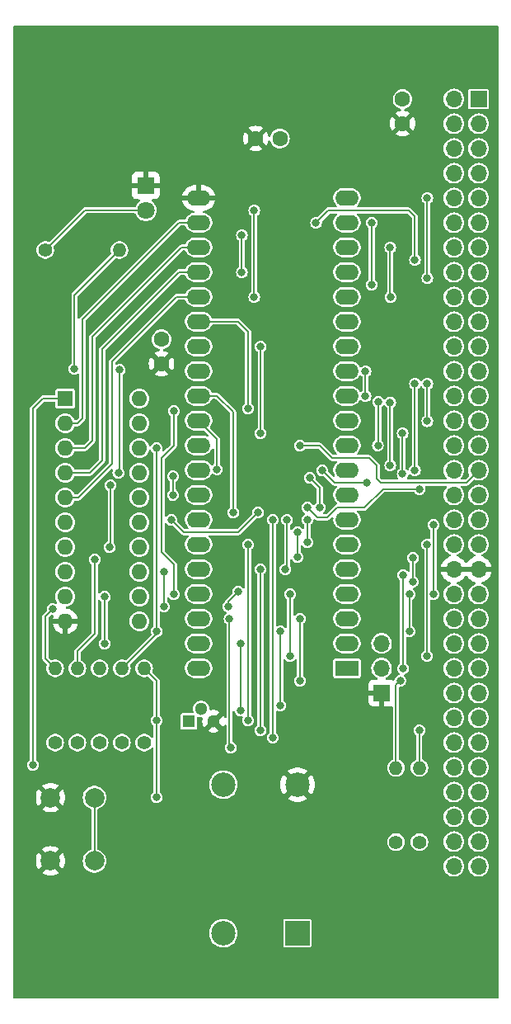
<source format=gbl>
G04 #@! TF.GenerationSoftware,KiCad,Pcbnew,8.0.4*
G04 #@! TF.CreationDate,2024-09-12T21:07:59-04:00*
G04 #@! TF.ProjectId,LB-65CXX-01,4c422d36-3543-4585-982d-30312e6b6963,2*
G04 #@! TF.SameCoordinates,Original*
G04 #@! TF.FileFunction,Copper,L2,Bot*
G04 #@! TF.FilePolarity,Positive*
%FSLAX46Y46*%
G04 Gerber Fmt 4.6, Leading zero omitted, Abs format (unit mm)*
G04 Created by KiCad (PCBNEW 8.0.4) date 2024-09-12 21:07:59*
%MOMM*%
%LPD*%
G01*
G04 APERTURE LIST*
G04 #@! TA.AperFunction,ComponentPad*
%ADD10C,1.400000*%
G04 #@! TD*
G04 #@! TA.AperFunction,ComponentPad*
%ADD11O,1.400000X1.400000*%
G04 #@! TD*
G04 #@! TA.AperFunction,ComponentPad*
%ADD12R,1.800000X1.800000*%
G04 #@! TD*
G04 #@! TA.AperFunction,ComponentPad*
%ADD13C,1.800000*%
G04 #@! TD*
G04 #@! TA.AperFunction,ComponentPad*
%ADD14R,1.700000X1.700000*%
G04 #@! TD*
G04 #@! TA.AperFunction,ComponentPad*
%ADD15O,1.700000X1.700000*%
G04 #@! TD*
G04 #@! TA.AperFunction,ComponentPad*
%ADD16R,2.400000X1.600000*%
G04 #@! TD*
G04 #@! TA.AperFunction,ComponentPad*
%ADD17O,2.400000X1.600000*%
G04 #@! TD*
G04 #@! TA.AperFunction,ComponentPad*
%ADD18R,1.300000X1.300000*%
G04 #@! TD*
G04 #@! TA.AperFunction,ComponentPad*
%ADD19C,1.300000*%
G04 #@! TD*
G04 #@! TA.AperFunction,ComponentPad*
%ADD20C,1.600000*%
G04 #@! TD*
G04 #@! TA.AperFunction,ComponentPad*
%ADD21R,2.500000X2.500000*%
G04 #@! TD*
G04 #@! TA.AperFunction,ComponentPad*
%ADD22C,2.500000*%
G04 #@! TD*
G04 #@! TA.AperFunction,ComponentPad*
%ADD23C,2.000000*%
G04 #@! TD*
G04 #@! TA.AperFunction,ComponentPad*
%ADD24R,1.600000X1.600000*%
G04 #@! TD*
G04 #@! TA.AperFunction,ComponentPad*
%ADD25O,1.600000X1.600000*%
G04 #@! TD*
G04 #@! TA.AperFunction,ViaPad*
%ADD26C,0.800000*%
G04 #@! TD*
G04 #@! TA.AperFunction,Conductor*
%ADD27C,0.203200*%
G04 #@! TD*
G04 APERTURE END LIST*
D10*
X135382000Y-70104000D03*
D11*
X143002000Y-70104000D03*
D12*
X145704000Y-63495000D03*
D13*
X145704000Y-66035000D03*
D14*
X179890000Y-54615000D03*
D15*
X177350000Y-54615000D03*
X179890000Y-57155000D03*
X177350000Y-57155000D03*
X179890000Y-59695000D03*
X177350000Y-59695000D03*
X179890000Y-62235000D03*
X177350000Y-62235000D03*
X179890000Y-64775000D03*
X177350000Y-64775000D03*
X179890000Y-67315000D03*
X177350000Y-67315000D03*
X179890000Y-69855000D03*
X177350000Y-69855000D03*
X179890000Y-72395000D03*
X177350000Y-72395000D03*
X179890000Y-74935000D03*
X177350000Y-74935000D03*
X179890000Y-77475000D03*
X177350000Y-77475000D03*
X179890000Y-80015000D03*
X177350000Y-80015000D03*
X179890000Y-82555000D03*
X177350000Y-82555000D03*
X179890000Y-85095000D03*
X177350000Y-85095000D03*
X179890000Y-87635000D03*
X177350000Y-87635000D03*
X179890000Y-90175000D03*
X177350000Y-90175000D03*
X179890000Y-92715000D03*
X177350000Y-92715000D03*
X179890000Y-95255000D03*
X177350000Y-95255000D03*
X179890000Y-97795000D03*
X177350000Y-97795000D03*
X179890000Y-100335000D03*
X177350000Y-100335000D03*
X179890000Y-102875000D03*
X177350000Y-102875000D03*
X179890000Y-105415000D03*
X177350000Y-105415000D03*
X179890000Y-107955000D03*
X177350000Y-107955000D03*
X179890000Y-110495000D03*
X177350000Y-110495000D03*
X179890000Y-113035000D03*
X177350000Y-113035000D03*
X179890000Y-115575000D03*
X177350000Y-115575000D03*
X179890000Y-118115000D03*
X177350000Y-118115000D03*
X179890000Y-120655000D03*
X177350000Y-120655000D03*
X179890000Y-123195000D03*
X177350000Y-123195000D03*
X179890000Y-125735000D03*
X177350000Y-125735000D03*
X179890000Y-128275000D03*
X177350000Y-128275000D03*
X179890000Y-130815000D03*
X177350000Y-130815000D03*
X179890000Y-133355000D03*
X177350000Y-133355000D03*
D16*
X166375000Y-113025000D03*
D17*
X166375000Y-110485000D03*
X166375000Y-107945000D03*
X166375000Y-105405000D03*
X166375000Y-102865000D03*
X166375000Y-100325000D03*
X166375000Y-97785000D03*
X166375000Y-95245000D03*
X166375000Y-92705000D03*
X166375000Y-90165000D03*
X166375000Y-87625000D03*
X166375000Y-85085000D03*
X166375000Y-82545000D03*
X166375000Y-80005000D03*
X166375000Y-77465000D03*
X166375000Y-74925000D03*
X166375000Y-72385000D03*
X166375000Y-69845000D03*
X166375000Y-67305000D03*
X166375000Y-64765000D03*
X151135000Y-64765000D03*
X151135000Y-67305000D03*
X151135000Y-69845000D03*
X151135000Y-72385000D03*
X151135000Y-74925000D03*
X151135000Y-77465000D03*
X151135000Y-80005000D03*
X151135000Y-82545000D03*
X151135000Y-85085000D03*
X151135000Y-87625000D03*
X151135000Y-90165000D03*
X151135000Y-92705000D03*
X151135000Y-95245000D03*
X151135000Y-97785000D03*
X151135000Y-100325000D03*
X151135000Y-102865000D03*
X151135000Y-105405000D03*
X151135000Y-107945000D03*
X151135000Y-110485000D03*
X151135000Y-113025000D03*
D10*
X171399200Y-130860800D03*
D11*
X171399200Y-123240800D03*
D10*
X145542000Y-120650000D03*
D11*
X145542000Y-113030000D03*
D10*
X140970000Y-120650000D03*
D11*
X140970000Y-113030000D03*
D10*
X136398000Y-120650000D03*
D11*
X136398000Y-113030000D03*
D18*
X150130000Y-118470000D03*
D19*
X151400000Y-117200000D03*
X152670000Y-118470000D03*
D10*
X143256000Y-120650000D03*
D11*
X143256000Y-113030000D03*
D14*
X169926000Y-115555000D03*
D15*
X169926000Y-113015000D03*
X169926000Y-110475000D03*
D10*
X173812200Y-130860800D03*
D11*
X173812200Y-123240800D03*
D20*
X156992000Y-58674000D03*
X159492000Y-58674000D03*
D21*
X161290000Y-140208000D03*
D22*
X161290000Y-124968000D03*
X153670000Y-124968000D03*
X153670000Y-140208000D03*
D20*
X172085000Y-57130000D03*
X172085000Y-54630000D03*
D23*
X135926000Y-132790000D03*
X135926000Y-126290000D03*
X140426000Y-132790000D03*
X140426000Y-126290000D03*
D10*
X138684000Y-120650000D03*
D11*
X138684000Y-113030000D03*
D20*
X147320000Y-81768000D03*
X147320000Y-79268000D03*
D24*
X137424000Y-85349000D03*
D25*
X137424000Y-87889000D03*
X137424000Y-90429000D03*
X137424000Y-92969000D03*
X137424000Y-95509000D03*
X137424000Y-98049000D03*
X137424000Y-100589000D03*
X137424000Y-103129000D03*
X137424000Y-105669000D03*
X137424000Y-108209000D03*
X145044000Y-108209000D03*
X145044000Y-105669000D03*
X145044000Y-103129000D03*
X145044000Y-100589000D03*
X145044000Y-98049000D03*
X145044000Y-95509000D03*
X145044000Y-92969000D03*
X145044000Y-90429000D03*
X145044000Y-87889000D03*
X145044000Y-85349000D03*
D26*
X142087600Y-94234000D03*
X141986000Y-100584000D03*
X148494317Y-93326000D03*
X148493400Y-95245000D03*
X138379200Y-82296000D03*
X142889000Y-92964000D03*
X143002000Y-82423000D03*
X174625000Y-64770000D03*
X174625000Y-73006500D03*
X173355000Y-71120000D03*
X163195000Y-67310000D03*
X155575000Y-72390000D03*
X155575000Y-68580000D03*
X156845000Y-74930000D03*
X156845000Y-66040000D03*
X154686000Y-97028000D03*
X173817095Y-94633500D03*
X162306000Y-96520000D03*
X153016500Y-92601500D03*
X168396316Y-93980000D03*
X163830000Y-92710000D03*
X173350000Y-92715000D03*
X173355000Y-83820000D03*
X157498500Y-80010000D03*
X157480000Y-88900000D03*
X170815000Y-85748500D03*
X170815000Y-92202000D03*
X169550000Y-90165000D03*
X169582000Y-85725000D03*
X161544000Y-90170000D03*
X174625000Y-83820000D03*
X174625000Y-87667011D03*
X156210000Y-86360000D03*
X168275000Y-82550000D03*
X168275000Y-85090000D03*
X172085000Y-93091000D03*
X172085000Y-88900000D03*
X170852000Y-74930000D03*
X170815000Y-69850000D03*
X168910000Y-73660000D03*
X168915000Y-67305000D03*
X148590000Y-86614000D03*
X134112000Y-122936000D03*
X148590000Y-105410000D03*
X173812200Y-119380000D03*
X157480000Y-119380000D03*
X157480000Y-102870000D03*
X146812000Y-118364000D03*
X146812000Y-126238000D03*
X175260000Y-105410000D03*
X160038500Y-102870000D03*
X175260000Y-98298000D03*
X160209903Y-97790000D03*
X172789300Y-109220000D03*
X160528000Y-111760000D03*
X160528000Y-105410000D03*
X172796200Y-105405000D03*
X174606500Y-111760000D03*
X174606500Y-100330000D03*
X140462000Y-101854000D03*
X171856400Y-114300000D03*
X161544000Y-107950000D03*
X161544000Y-114300000D03*
X155448000Y-110490000D03*
X141473000Y-105669000D03*
X141478000Y-110490000D03*
X155448000Y-117348000D03*
X146812000Y-109220000D03*
X146812000Y-90424000D03*
X159512000Y-116840000D03*
X159512000Y-109220000D03*
X156210000Y-100330000D03*
X156210000Y-118364000D03*
X158755000Y-97785000D03*
X158755000Y-120137000D03*
X172135800Y-103454200D03*
X172135800Y-113055400D03*
X148336000Y-97790000D03*
X162306000Y-100076000D03*
X157226000Y-97028000D03*
X162306000Y-97790000D03*
X162560000Y-93472000D03*
X163576000Y-96520000D03*
X154178000Y-106680000D03*
X147569000Y-106675000D03*
X147569000Y-103129000D03*
X173151800Y-101694700D03*
X173126400Y-104140000D03*
X155194000Y-105156000D03*
X161290000Y-101600000D03*
X161290000Y-99060000D03*
X154305000Y-107950000D03*
X136144000Y-106934000D03*
X154432000Y-121158000D03*
D27*
X142087600Y-94234000D02*
X142087600Y-100482400D01*
X138775600Y-95509000D02*
X142235000Y-92049600D01*
X137424000Y-95509000D02*
X138775600Y-95509000D01*
X142235000Y-92049600D02*
X142235000Y-81529000D01*
X142087600Y-100482400D02*
X141986000Y-100584000D01*
X148493400Y-93326917D02*
X148494317Y-93326000D01*
X148493400Y-95245000D02*
X148493400Y-93326917D01*
X138379200Y-74726800D02*
X143002000Y-70104000D01*
X138379200Y-82296000D02*
X138379200Y-74726800D01*
X143002000Y-92851000D02*
X143002000Y-82423000D01*
X142889000Y-92964000D02*
X143002000Y-92851000D01*
X139451000Y-66035000D02*
X145704000Y-66035000D01*
X135382000Y-70104000D02*
X139451000Y-66035000D01*
X174625000Y-73006500D02*
X174625000Y-64770000D01*
X164465000Y-66040000D02*
X163195000Y-67310000D01*
X137424000Y-87889000D02*
X138679000Y-87889000D01*
X138679000Y-87889000D02*
X139192000Y-87376000D01*
X172720000Y-66040000D02*
X164465000Y-66040000D01*
X173355000Y-71120000D02*
X173355000Y-66675000D01*
X149103000Y-67305000D02*
X151135000Y-67305000D01*
X139192000Y-77216000D02*
X149103000Y-67305000D01*
X139192000Y-87376000D02*
X139192000Y-77216000D01*
X173355000Y-66675000D02*
X172720000Y-66040000D01*
X140208000Y-89662000D02*
X140208000Y-78994000D01*
X139441000Y-90429000D02*
X140208000Y-89662000D01*
X137424000Y-90429000D02*
X139441000Y-90429000D01*
X140208000Y-78994000D02*
X149357000Y-69845000D01*
X151135000Y-69845000D02*
X149357000Y-69845000D01*
X141219000Y-91699000D02*
X141219000Y-80259000D01*
X155575000Y-68580000D02*
X155575000Y-72390000D01*
X149093000Y-72385000D02*
X151135000Y-72385000D01*
X139949000Y-92969000D02*
X141219000Y-91699000D01*
X141219000Y-80259000D02*
X149093000Y-72385000D01*
X137424000Y-92969000D02*
X139949000Y-92969000D01*
X142235000Y-81529000D02*
X148839000Y-74925000D01*
X156845000Y-66040000D02*
X156845000Y-74930000D01*
X148839000Y-74925000D02*
X151135000Y-74925000D01*
X151135000Y-85085000D02*
X153030000Y-85085000D01*
X164338000Y-97536000D02*
X165354000Y-96520000D01*
X154686000Y-97028000D02*
X154686000Y-86741000D01*
X163322000Y-97536000D02*
X164338000Y-97536000D01*
X173817095Y-94633500D02*
X170059900Y-94633500D01*
X153030000Y-85085000D02*
X154686000Y-86741000D01*
X170059900Y-94633500D02*
X168173400Y-96520000D01*
X162306000Y-96520000D02*
X163322000Y-97536000D01*
X165354000Y-96520000D02*
X168173400Y-96520000D01*
X165100000Y-93980000D02*
X163830000Y-92710000D01*
X153016500Y-89506500D02*
X151135000Y-87625000D01*
X168396316Y-93980000D02*
X165100000Y-93980000D01*
X153016500Y-92601500D02*
X153016500Y-89506500D01*
X173350000Y-92715000D02*
X173355000Y-92710000D01*
X173355000Y-92710000D02*
X173355000Y-83820000D01*
X157498500Y-80010000D02*
X157498500Y-88881500D01*
X157498500Y-88881500D02*
X157480000Y-88900000D01*
X170815000Y-92202000D02*
X170815000Y-85748500D01*
X169582000Y-90133000D02*
X169550000Y-90165000D01*
X169582000Y-85725000D02*
X169582000Y-90133000D01*
X169418000Y-93548200D02*
X169418000Y-92202000D01*
X169418000Y-92202000D02*
X168656000Y-91440000D01*
X179890000Y-92715000D02*
X178625000Y-93980000D01*
X168656000Y-91440000D02*
X164846000Y-91440000D01*
X178625000Y-93980000D02*
X169849800Y-93980000D01*
X164846000Y-91440000D02*
X163576000Y-90170000D01*
X163576000Y-90170000D02*
X161544000Y-90170000D01*
X169849800Y-93980000D02*
X169418000Y-93548200D01*
X174625000Y-83820000D02*
X174625000Y-87667011D01*
X156210000Y-78486000D02*
X156210000Y-86360000D01*
X151135000Y-77465000D02*
X155189000Y-77465000D01*
X155189000Y-77465000D02*
X156210000Y-78486000D01*
X168275000Y-85090000D02*
X168275000Y-82550000D01*
X172085000Y-93091000D02*
X172085000Y-88900000D01*
X170815000Y-74893000D02*
X170852000Y-74930000D01*
X170815000Y-69850000D02*
X170815000Y-74893000D01*
X168910000Y-73660000D02*
X168910000Y-67310000D01*
X168910000Y-67310000D02*
X168915000Y-67305000D01*
X148590000Y-90170000D02*
X148590000Y-86614000D01*
X134112000Y-86360000D02*
X135123000Y-85349000D01*
X147320000Y-101092000D02*
X147320000Y-91440000D01*
X134112000Y-122936000D02*
X134112000Y-86360000D01*
X148590000Y-102362000D02*
X147320000Y-101092000D01*
X147320000Y-91440000D02*
X148590000Y-90170000D01*
X135123000Y-85349000D02*
X137424000Y-85349000D01*
X148590000Y-105410000D02*
X148590000Y-102362000D01*
X157480000Y-102870000D02*
X157480000Y-119380000D01*
X173812200Y-123240800D02*
X173812200Y-119380000D01*
X146812000Y-114300000D02*
X145542000Y-113030000D01*
X140426000Y-132790000D02*
X140426000Y-126290000D01*
X146812000Y-118364000D02*
X146812000Y-114300000D01*
X146812000Y-126238000D02*
X146812000Y-118364000D01*
X160145806Y-102870000D02*
X160038500Y-102870000D01*
X175260000Y-105410000D02*
X175260000Y-98298000D01*
X160209903Y-102805903D02*
X160145806Y-102870000D01*
X160209903Y-97790000D02*
X160209903Y-102805903D01*
X172789300Y-109220000D02*
X172789300Y-105411900D01*
X172789300Y-105411900D02*
X172796200Y-105405000D01*
X160528000Y-111760000D02*
X160528000Y-105410000D01*
X138684000Y-111252000D02*
X140462000Y-109474000D01*
X174601489Y-100335011D02*
X174601489Y-111754989D01*
X140462000Y-109474000D02*
X140462000Y-101854000D01*
X174606500Y-100330000D02*
X174601489Y-100335011D01*
X174601489Y-111754989D02*
X174606500Y-111760000D01*
X138684000Y-113030000D02*
X138684000Y-111252000D01*
X171399200Y-114757200D02*
X171856400Y-114300000D01*
X161544000Y-114300000D02*
X161544000Y-107950000D01*
X171399200Y-123240800D02*
X171399200Y-114757200D01*
X155448000Y-117348000D02*
X155448000Y-110490000D01*
X141473000Y-110485000D02*
X141478000Y-110490000D01*
X141473000Y-105669000D02*
X141473000Y-110485000D01*
X159512000Y-116840000D02*
X159512000Y-109220000D01*
X146812000Y-90424000D02*
X146812000Y-109220000D01*
X146812000Y-109474000D02*
X146812000Y-109220000D01*
X143256000Y-113030000D02*
X146812000Y-109474000D01*
X156210000Y-118364000D02*
X156210000Y-100330000D01*
X158755000Y-97785000D02*
X158755000Y-120137000D01*
X172135800Y-113055400D02*
X172135800Y-103454200D01*
X162306000Y-100076000D02*
X162306000Y-97790000D01*
X155194000Y-99060000D02*
X157226000Y-97028000D01*
X149606000Y-99060000D02*
X155194000Y-99060000D01*
X148336000Y-97790000D02*
X149606000Y-99060000D01*
X163576000Y-94488000D02*
X162560000Y-93472000D01*
X163576000Y-96520000D02*
X163576000Y-94488000D01*
X147569000Y-103129000D02*
X147569000Y-106675000D01*
X173126400Y-104140000D02*
X173126400Y-101720100D01*
X154178000Y-106680000D02*
X154178000Y-106172000D01*
X154178000Y-106172000D02*
X155194000Y-105156000D01*
X173126400Y-101720100D02*
X173151800Y-101694700D01*
X161290000Y-101600000D02*
X161290000Y-99060000D01*
X136398000Y-113030000D02*
X135382000Y-112014000D01*
X135382000Y-112014000D02*
X135382000Y-107696000D01*
X135382000Y-107696000D02*
X136144000Y-106934000D01*
X154432000Y-121158000D02*
X154305000Y-121031000D01*
X154305000Y-121031000D02*
X154305000Y-107950000D01*
G04 #@! TA.AperFunction,Conductor*
G36*
X179424075Y-102682007D02*
G01*
X179390000Y-102809174D01*
X179390000Y-102940826D01*
X179424075Y-103067993D01*
X179459297Y-103129000D01*
X177780703Y-103129000D01*
X177815925Y-103067993D01*
X177850000Y-102940826D01*
X177850000Y-102809174D01*
X177815925Y-102682007D01*
X177780703Y-102621000D01*
X179459297Y-102621000D01*
X179424075Y-102682007D01*
G37*
G04 #@! TD.AperFunction*
G04 #@! TA.AperFunction,Conductor*
G36*
X181866621Y-47095502D02*
G01*
X181913114Y-47149158D01*
X181924500Y-47201500D01*
X181924500Y-146798500D01*
X181904498Y-146866621D01*
X181850842Y-146913114D01*
X181798500Y-146924500D01*
X132206000Y-146924500D01*
X132137879Y-146904498D01*
X132091386Y-146850842D01*
X132080000Y-146798500D01*
X132080000Y-140208000D01*
X152211318Y-140208000D01*
X152231214Y-140448098D01*
X152290351Y-140681629D01*
X152290353Y-140681633D01*
X152387127Y-140902256D01*
X152518895Y-141103941D01*
X152518898Y-141103945D01*
X152518900Y-141103947D01*
X152682058Y-141281184D01*
X152872176Y-141429159D01*
X152872177Y-141429160D01*
X153084054Y-141543822D01*
X153084056Y-141543823D01*
X153203690Y-141584893D01*
X153311915Y-141622047D01*
X153549543Y-141661700D01*
X153549547Y-141661700D01*
X153790453Y-141661700D01*
X153790457Y-141661700D01*
X154028085Y-141622047D01*
X154255946Y-141543822D01*
X154467823Y-141429160D01*
X154657938Y-141281187D01*
X154821105Y-141103941D01*
X154952873Y-140902256D01*
X155049647Y-140681633D01*
X155108787Y-140448091D01*
X155128682Y-140208000D01*
X155108787Y-139967909D01*
X155049647Y-139734367D01*
X154952873Y-139513744D01*
X154821105Y-139312059D01*
X154821099Y-139312052D01*
X154657941Y-139134815D01*
X154467823Y-138986840D01*
X154467822Y-138986839D01*
X154377455Y-138937935D01*
X159836300Y-138937935D01*
X159836300Y-141478064D01*
X159848118Y-141537479D01*
X159852357Y-141543823D01*
X159893140Y-141604860D01*
X159960520Y-141649881D01*
X160019936Y-141661700D01*
X160019941Y-141661700D01*
X162560059Y-141661700D01*
X162560064Y-141661700D01*
X162619480Y-141649881D01*
X162686860Y-141604860D01*
X162731881Y-141537480D01*
X162743700Y-141478064D01*
X162743700Y-138937936D01*
X162731881Y-138878520D01*
X162686860Y-138811140D01*
X162619480Y-138766119D01*
X162619479Y-138766118D01*
X162560064Y-138754300D01*
X160019936Y-138754300D01*
X160019935Y-138754300D01*
X159960520Y-138766118D01*
X159893140Y-138811140D01*
X159848118Y-138878520D01*
X159836300Y-138937935D01*
X154377455Y-138937935D01*
X154255945Y-138872177D01*
X154255943Y-138872176D01*
X154028089Y-138793954D01*
X154028082Y-138793952D01*
X153926383Y-138776981D01*
X153790457Y-138754300D01*
X153549543Y-138754300D01*
X153430623Y-138774144D01*
X153311917Y-138793952D01*
X153311910Y-138793954D01*
X153084056Y-138872176D01*
X153084054Y-138872177D01*
X152872177Y-138986839D01*
X152872176Y-138986840D01*
X152682058Y-139134815D01*
X152518900Y-139312052D01*
X152387125Y-139513747D01*
X152290354Y-139734363D01*
X152290351Y-139734370D01*
X152231214Y-139967901D01*
X152211318Y-140208000D01*
X132080000Y-140208000D01*
X132080000Y-132790000D01*
X134413337Y-132790000D01*
X134431960Y-133026632D01*
X134487371Y-133257437D01*
X134578208Y-133476738D01*
X134692896Y-133663890D01*
X134692897Y-133663890D01*
X135401016Y-132955771D01*
X135413482Y-133002292D01*
X135485890Y-133127708D01*
X135588292Y-133230110D01*
X135713708Y-133302518D01*
X135760226Y-133314982D01*
X135052107Y-134023101D01*
X135052108Y-134023102D01*
X135239261Y-134137791D01*
X135458562Y-134228628D01*
X135689367Y-134284039D01*
X135926000Y-134302662D01*
X136162632Y-134284039D01*
X136393437Y-134228628D01*
X136612738Y-134137791D01*
X136799890Y-134023102D01*
X136799891Y-134023102D01*
X136091772Y-133314982D01*
X136138292Y-133302518D01*
X136263708Y-133230110D01*
X136366110Y-133127708D01*
X136438518Y-133002292D01*
X136450983Y-132955772D01*
X137159102Y-133663891D01*
X137159102Y-133663890D01*
X137273791Y-133476738D01*
X137364628Y-133257437D01*
X137420039Y-133026632D01*
X137438662Y-132790000D01*
X137420039Y-132553367D01*
X137364628Y-132322562D01*
X137273791Y-132103261D01*
X137159102Y-131916108D01*
X137159101Y-131916107D01*
X136450982Y-132624226D01*
X136438518Y-132577708D01*
X136366110Y-132452292D01*
X136263708Y-132349890D01*
X136138292Y-132277482D01*
X136091771Y-132265016D01*
X136799890Y-131556897D01*
X136799890Y-131556896D01*
X136612738Y-131442208D01*
X136393437Y-131351371D01*
X136162632Y-131295960D01*
X135926000Y-131277337D01*
X135689367Y-131295960D01*
X135458562Y-131351371D01*
X135239266Y-131442206D01*
X135052108Y-131556897D01*
X135052108Y-131556898D01*
X135760227Y-132265017D01*
X135713708Y-132277482D01*
X135588292Y-132349890D01*
X135485890Y-132452292D01*
X135413482Y-132577708D01*
X135401017Y-132624227D01*
X134692898Y-131916108D01*
X134692897Y-131916108D01*
X134578206Y-132103266D01*
X134487371Y-132322562D01*
X134431960Y-132553367D01*
X134413337Y-132790000D01*
X132080000Y-132790000D01*
X132080000Y-126290000D01*
X134413337Y-126290000D01*
X134431960Y-126526632D01*
X134487371Y-126757437D01*
X134578208Y-126976738D01*
X134692896Y-127163890D01*
X134692897Y-127163890D01*
X135401016Y-126455771D01*
X135413482Y-126502292D01*
X135485890Y-126627708D01*
X135588292Y-126730110D01*
X135713708Y-126802518D01*
X135760226Y-126814982D01*
X135052107Y-127523101D01*
X135052108Y-127523102D01*
X135239261Y-127637791D01*
X135458562Y-127728628D01*
X135689367Y-127784039D01*
X135926000Y-127802662D01*
X136162632Y-127784039D01*
X136393437Y-127728628D01*
X136612738Y-127637791D01*
X136799890Y-127523102D01*
X136799891Y-127523102D01*
X136091772Y-126814982D01*
X136138292Y-126802518D01*
X136263708Y-126730110D01*
X136366110Y-126627708D01*
X136438518Y-126502292D01*
X136450983Y-126455772D01*
X137159102Y-127163891D01*
X137159102Y-127163890D01*
X137273791Y-126976738D01*
X137364628Y-126757437D01*
X137420039Y-126526632D01*
X137438662Y-126290000D01*
X139217143Y-126290000D01*
X139237726Y-126512128D01*
X139298773Y-126726689D01*
X139298776Y-126726695D01*
X139398205Y-126926376D01*
X139398209Y-126926381D01*
X139532642Y-127104401D01*
X139697501Y-127254689D01*
X139697502Y-127254690D01*
X139887156Y-127372119D01*
X139887162Y-127372122D01*
X139887166Y-127372124D01*
X140040219Y-127431417D01*
X140096511Y-127474675D01*
X140120482Y-127541502D01*
X140120700Y-127548907D01*
X140120700Y-131531092D01*
X140100698Y-131599213D01*
X140047042Y-131645706D01*
X140040217Y-131648583D01*
X139887171Y-131707873D01*
X139887156Y-131707880D01*
X139697502Y-131825309D01*
X139697501Y-131825310D01*
X139532642Y-131975598D01*
X139398209Y-132153618D01*
X139398205Y-132153623D01*
X139298776Y-132353304D01*
X139298773Y-132353310D01*
X139237726Y-132567871D01*
X139217143Y-132790000D01*
X139237726Y-133012128D01*
X139298773Y-133226689D01*
X139298776Y-133226695D01*
X139398205Y-133426376D01*
X139398209Y-133426381D01*
X139532642Y-133604401D01*
X139697501Y-133754689D01*
X139697502Y-133754690D01*
X139887156Y-133872119D01*
X139887163Y-133872122D01*
X139887166Y-133872124D01*
X139887170Y-133872125D01*
X139887171Y-133872126D01*
X140070728Y-133943237D01*
X140095181Y-133952710D01*
X140314461Y-133993700D01*
X140314463Y-133993700D01*
X140537537Y-133993700D01*
X140537539Y-133993700D01*
X140756819Y-133952710D01*
X140964834Y-133872124D01*
X140964839Y-133872120D01*
X140964843Y-133872119D01*
X141154497Y-133754690D01*
X141154496Y-133754690D01*
X141154499Y-133754689D01*
X141319356Y-133604402D01*
X141453791Y-133426381D01*
X141453792Y-133426377D01*
X141453794Y-133426376D01*
X141489337Y-133354997D01*
X176291202Y-133354997D01*
X176291202Y-133355002D01*
X176311545Y-133561554D01*
X176311546Y-133561560D01*
X176311547Y-133561561D01*
X176371798Y-133760184D01*
X176469642Y-133943237D01*
X176601317Y-134103683D01*
X176761763Y-134235358D01*
X176944816Y-134333202D01*
X177143439Y-134393453D01*
X177143443Y-134393453D01*
X177143445Y-134393454D01*
X177349997Y-134413798D01*
X177350000Y-134413798D01*
X177350003Y-134413798D01*
X177556554Y-134393454D01*
X177556555Y-134393453D01*
X177556561Y-134393453D01*
X177755184Y-134333202D01*
X177938237Y-134235358D01*
X178098683Y-134103683D01*
X178230358Y-133943237D01*
X178328202Y-133760184D01*
X178388453Y-133561561D01*
X178401768Y-133426381D01*
X178408798Y-133355002D01*
X178408798Y-133354997D01*
X178831202Y-133354997D01*
X178831202Y-133355002D01*
X178851545Y-133561554D01*
X178851546Y-133561560D01*
X178851547Y-133561561D01*
X178911798Y-133760184D01*
X179009642Y-133943237D01*
X179141317Y-134103683D01*
X179301763Y-134235358D01*
X179484816Y-134333202D01*
X179683439Y-134393453D01*
X179683443Y-134393453D01*
X179683445Y-134393454D01*
X179889997Y-134413798D01*
X179890000Y-134413798D01*
X179890003Y-134413798D01*
X180096554Y-134393454D01*
X180096555Y-134393453D01*
X180096561Y-134393453D01*
X180295184Y-134333202D01*
X180478237Y-134235358D01*
X180638683Y-134103683D01*
X180770358Y-133943237D01*
X180868202Y-133760184D01*
X180928453Y-133561561D01*
X180941768Y-133426381D01*
X180948798Y-133355002D01*
X180948798Y-133354997D01*
X180928454Y-133148445D01*
X180928453Y-133148443D01*
X180928453Y-133148439D01*
X180868202Y-132949816D01*
X180770358Y-132766763D01*
X180638683Y-132606317D01*
X180478237Y-132474642D01*
X180295184Y-132376798D01*
X180096561Y-132316547D01*
X180096560Y-132316546D01*
X180096554Y-132316545D01*
X179890003Y-132296202D01*
X179889997Y-132296202D01*
X179683445Y-132316545D01*
X179484815Y-132376798D01*
X179301762Y-132474642D01*
X179141317Y-132606317D01*
X179009642Y-132766762D01*
X178911798Y-132949815D01*
X178851545Y-133148445D01*
X178831202Y-133354997D01*
X178408798Y-133354997D01*
X178388454Y-133148445D01*
X178388453Y-133148443D01*
X178388453Y-133148439D01*
X178328202Y-132949816D01*
X178230358Y-132766763D01*
X178098683Y-132606317D01*
X177938237Y-132474642D01*
X177755184Y-132376798D01*
X177556561Y-132316547D01*
X177556560Y-132316546D01*
X177556554Y-132316545D01*
X177350003Y-132296202D01*
X177349997Y-132296202D01*
X177143445Y-132316545D01*
X176944815Y-132376798D01*
X176761762Y-132474642D01*
X176601317Y-132606317D01*
X176469642Y-132766762D01*
X176371798Y-132949815D01*
X176311545Y-133148445D01*
X176291202Y-133354997D01*
X141489337Y-133354997D01*
X141515468Y-133302518D01*
X141553226Y-133226690D01*
X141614274Y-133012127D01*
X141634857Y-132790000D01*
X141614274Y-132567873D01*
X141553226Y-132353310D01*
X141534919Y-132316545D01*
X141453794Y-132153623D01*
X141453790Y-132153618D01*
X141319357Y-131975598D01*
X141154498Y-131825310D01*
X141154497Y-131825309D01*
X140964843Y-131707880D01*
X140964828Y-131707873D01*
X140811783Y-131648583D01*
X140755488Y-131605324D01*
X140731518Y-131538496D01*
X140731300Y-131531092D01*
X140731300Y-130860800D01*
X170490522Y-130860800D01*
X170510378Y-131049725D01*
X170569078Y-131230388D01*
X170569081Y-131230394D01*
X170664066Y-131394911D01*
X170664068Y-131394914D01*
X170791173Y-131536076D01*
X170791176Y-131536079D01*
X170944861Y-131647738D01*
X171118403Y-131725004D01*
X171304217Y-131764500D01*
X171494183Y-131764500D01*
X171679997Y-131725004D01*
X171853539Y-131647738D01*
X172007224Y-131536079D01*
X172091748Y-131442206D01*
X172134331Y-131394914D01*
X172134333Y-131394911D01*
X172134332Y-131394911D01*
X172134336Y-131394908D01*
X172229319Y-131230393D01*
X172288021Y-131049725D01*
X172307878Y-130860800D01*
X172903522Y-130860800D01*
X172923378Y-131049725D01*
X172982078Y-131230388D01*
X172982081Y-131230394D01*
X173077066Y-131394911D01*
X173077068Y-131394914D01*
X173204173Y-131536076D01*
X173204176Y-131536079D01*
X173357861Y-131647738D01*
X173531403Y-131725004D01*
X173717217Y-131764500D01*
X173907183Y-131764500D01*
X174092997Y-131725004D01*
X174266539Y-131647738D01*
X174420224Y-131536079D01*
X174504748Y-131442206D01*
X174547331Y-131394914D01*
X174547333Y-131394911D01*
X174547332Y-131394911D01*
X174547336Y-131394908D01*
X174642319Y-131230393D01*
X174701021Y-131049725D01*
X174720878Y-130860800D01*
X174716064Y-130814997D01*
X176291202Y-130814997D01*
X176291202Y-130815002D01*
X176311545Y-131021554D01*
X176311546Y-131021560D01*
X176311547Y-131021561D01*
X176371798Y-131220184D01*
X176469642Y-131403237D01*
X176601317Y-131563683D01*
X176761763Y-131695358D01*
X176944816Y-131793202D01*
X177143439Y-131853453D01*
X177143443Y-131853453D01*
X177143445Y-131853454D01*
X177349997Y-131873798D01*
X177350000Y-131873798D01*
X177350003Y-131873798D01*
X177556554Y-131853454D01*
X177556555Y-131853453D01*
X177556561Y-131853453D01*
X177755184Y-131793202D01*
X177938237Y-131695358D01*
X178098683Y-131563683D01*
X178230358Y-131403237D01*
X178328202Y-131220184D01*
X178388453Y-131021561D01*
X178408798Y-130815000D01*
X178408798Y-130814997D01*
X178831202Y-130814997D01*
X178831202Y-130815002D01*
X178851545Y-131021554D01*
X178851546Y-131021560D01*
X178851547Y-131021561D01*
X178911798Y-131220184D01*
X179009642Y-131403237D01*
X179141317Y-131563683D01*
X179301763Y-131695358D01*
X179484816Y-131793202D01*
X179683439Y-131853453D01*
X179683443Y-131853453D01*
X179683445Y-131853454D01*
X179889997Y-131873798D01*
X179890000Y-131873798D01*
X179890003Y-131873798D01*
X180096554Y-131853454D01*
X180096555Y-131853453D01*
X180096561Y-131853453D01*
X180295184Y-131793202D01*
X180478237Y-131695358D01*
X180638683Y-131563683D01*
X180770358Y-131403237D01*
X180868202Y-131220184D01*
X180928453Y-131021561D01*
X180948798Y-130815000D01*
X180928453Y-130608439D01*
X180868202Y-130409816D01*
X180770358Y-130226763D01*
X180638683Y-130066317D01*
X180478237Y-129934642D01*
X180295184Y-129836798D01*
X180096561Y-129776547D01*
X180096560Y-129776546D01*
X180096554Y-129776545D01*
X179890003Y-129756202D01*
X179889997Y-129756202D01*
X179683445Y-129776545D01*
X179484815Y-129836798D01*
X179301762Y-129934642D01*
X179141317Y-130066317D01*
X179009642Y-130226762D01*
X178911798Y-130409815D01*
X178851545Y-130608445D01*
X178831202Y-130814997D01*
X178408798Y-130814997D01*
X178388453Y-130608439D01*
X178328202Y-130409816D01*
X178230358Y-130226763D01*
X178098683Y-130066317D01*
X177938237Y-129934642D01*
X177755184Y-129836798D01*
X177556561Y-129776547D01*
X177556560Y-129776546D01*
X177556554Y-129776545D01*
X177350003Y-129756202D01*
X177349997Y-129756202D01*
X177143445Y-129776545D01*
X176944815Y-129836798D01*
X176761762Y-129934642D01*
X176601317Y-130066317D01*
X176469642Y-130226762D01*
X176371798Y-130409815D01*
X176311545Y-130608445D01*
X176291202Y-130814997D01*
X174716064Y-130814997D01*
X174701021Y-130671875D01*
X174680410Y-130608439D01*
X174642321Y-130491211D01*
X174642318Y-130491205D01*
X174595327Y-130409815D01*
X174547336Y-130326692D01*
X174547334Y-130326689D01*
X174547333Y-130326688D01*
X174547331Y-130326685D01*
X174420226Y-130185523D01*
X174420221Y-130185519D01*
X174266539Y-130073862D01*
X174092997Y-129996596D01*
X173907183Y-129957100D01*
X173717217Y-129957100D01*
X173531402Y-129996596D01*
X173357860Y-130073862D01*
X173204178Y-130185519D01*
X173204173Y-130185523D01*
X173077068Y-130326685D01*
X173077066Y-130326688D01*
X172982081Y-130491205D01*
X172982078Y-130491211D01*
X172923378Y-130671874D01*
X172903522Y-130860800D01*
X172307878Y-130860800D01*
X172288021Y-130671875D01*
X172267410Y-130608439D01*
X172229321Y-130491211D01*
X172229318Y-130491205D01*
X172182327Y-130409815D01*
X172134336Y-130326692D01*
X172134334Y-130326689D01*
X172134333Y-130326688D01*
X172134331Y-130326685D01*
X172007226Y-130185523D01*
X172007221Y-130185519D01*
X171853539Y-130073862D01*
X171679997Y-129996596D01*
X171494183Y-129957100D01*
X171304217Y-129957100D01*
X171118402Y-129996596D01*
X170944860Y-130073862D01*
X170791178Y-130185519D01*
X170791173Y-130185523D01*
X170664068Y-130326685D01*
X170664066Y-130326688D01*
X170569081Y-130491205D01*
X170569078Y-130491211D01*
X170510378Y-130671874D01*
X170490522Y-130860800D01*
X140731300Y-130860800D01*
X140731300Y-128274997D01*
X176291202Y-128274997D01*
X176291202Y-128275002D01*
X176311545Y-128481554D01*
X176311546Y-128481560D01*
X176311547Y-128481561D01*
X176371798Y-128680184D01*
X176469642Y-128863237D01*
X176601317Y-129023683D01*
X176761763Y-129155358D01*
X176944816Y-129253202D01*
X177143439Y-129313453D01*
X177143443Y-129313453D01*
X177143445Y-129313454D01*
X177349997Y-129333798D01*
X177350000Y-129333798D01*
X177350003Y-129333798D01*
X177556554Y-129313454D01*
X177556555Y-129313453D01*
X177556561Y-129313453D01*
X177755184Y-129253202D01*
X177938237Y-129155358D01*
X178098683Y-129023683D01*
X178230358Y-128863237D01*
X178328202Y-128680184D01*
X178388453Y-128481561D01*
X178408798Y-128275000D01*
X178408798Y-128274997D01*
X178831202Y-128274997D01*
X178831202Y-128275002D01*
X178851545Y-128481554D01*
X178851546Y-128481560D01*
X178851547Y-128481561D01*
X178911798Y-128680184D01*
X179009642Y-128863237D01*
X179141317Y-129023683D01*
X179301763Y-129155358D01*
X179484816Y-129253202D01*
X179683439Y-129313453D01*
X179683443Y-129313453D01*
X179683445Y-129313454D01*
X179889997Y-129333798D01*
X179890000Y-129333798D01*
X179890003Y-129333798D01*
X180096554Y-129313454D01*
X180096555Y-129313453D01*
X180096561Y-129313453D01*
X180295184Y-129253202D01*
X180478237Y-129155358D01*
X180638683Y-129023683D01*
X180770358Y-128863237D01*
X180868202Y-128680184D01*
X180928453Y-128481561D01*
X180948798Y-128275000D01*
X180928453Y-128068439D01*
X180868202Y-127869816D01*
X180770358Y-127686763D01*
X180638683Y-127526317D01*
X180478237Y-127394642D01*
X180295184Y-127296798D01*
X180096561Y-127236547D01*
X180096560Y-127236546D01*
X180096554Y-127236545D01*
X179890003Y-127216202D01*
X179889997Y-127216202D01*
X179683445Y-127236545D01*
X179484815Y-127296798D01*
X179301762Y-127394642D01*
X179141317Y-127526317D01*
X179009642Y-127686762D01*
X178911798Y-127869815D01*
X178851545Y-128068445D01*
X178831202Y-128274997D01*
X178408798Y-128274997D01*
X178388453Y-128068439D01*
X178328202Y-127869816D01*
X178230358Y-127686763D01*
X178098683Y-127526317D01*
X177938237Y-127394642D01*
X177755184Y-127296798D01*
X177556561Y-127236547D01*
X177556560Y-127236546D01*
X177556554Y-127236545D01*
X177350003Y-127216202D01*
X177349997Y-127216202D01*
X177143445Y-127236545D01*
X176944815Y-127296798D01*
X176761762Y-127394642D01*
X176601317Y-127526317D01*
X176469642Y-127686762D01*
X176371798Y-127869815D01*
X176311545Y-128068445D01*
X176291202Y-128274997D01*
X140731300Y-128274997D01*
X140731300Y-127548907D01*
X140751302Y-127480786D01*
X140804958Y-127434293D01*
X140811746Y-127431430D01*
X140964834Y-127372124D01*
X140964839Y-127372120D01*
X140964843Y-127372119D01*
X141154497Y-127254690D01*
X141154496Y-127254690D01*
X141154499Y-127254689D01*
X141319356Y-127104402D01*
X141453791Y-126926381D01*
X141453792Y-126926377D01*
X141453794Y-126926376D01*
X141529940Y-126773454D01*
X141553226Y-126726690D01*
X141614274Y-126512127D01*
X141634857Y-126290000D01*
X141614274Y-126067873D01*
X141553226Y-125853310D01*
X141537915Y-125822562D01*
X141453794Y-125653623D01*
X141453790Y-125653618D01*
X141450439Y-125649181D01*
X141415766Y-125603266D01*
X141319357Y-125475598D01*
X141154498Y-125325310D01*
X141154497Y-125325309D01*
X140964843Y-125207880D01*
X140964828Y-125207873D01*
X140756826Y-125127292D01*
X140756823Y-125127291D01*
X140756820Y-125127290D01*
X140756819Y-125127290D01*
X140537539Y-125086300D01*
X140314461Y-125086300D01*
X140095181Y-125127290D01*
X140095176Y-125127291D01*
X140095173Y-125127292D01*
X139887171Y-125207873D01*
X139887156Y-125207880D01*
X139697502Y-125325309D01*
X139697501Y-125325310D01*
X139532642Y-125475598D01*
X139398209Y-125653618D01*
X139398205Y-125653623D01*
X139298776Y-125853304D01*
X139298773Y-125853310D01*
X139237726Y-126067871D01*
X139217143Y-126290000D01*
X137438662Y-126290000D01*
X137420039Y-126053367D01*
X137364628Y-125822562D01*
X137273791Y-125603261D01*
X137159102Y-125416108D01*
X137159101Y-125416107D01*
X136450982Y-126124226D01*
X136438518Y-126077708D01*
X136366110Y-125952292D01*
X136263708Y-125849890D01*
X136138292Y-125777482D01*
X136091771Y-125765016D01*
X136799890Y-125056897D01*
X136799890Y-125056896D01*
X136612738Y-124942208D01*
X136393437Y-124851371D01*
X136162632Y-124795960D01*
X135926000Y-124777337D01*
X135689367Y-124795960D01*
X135458562Y-124851371D01*
X135239266Y-124942206D01*
X135052108Y-125056897D01*
X135052108Y-125056898D01*
X135760227Y-125765017D01*
X135713708Y-125777482D01*
X135588292Y-125849890D01*
X135485890Y-125952292D01*
X135413482Y-126077708D01*
X135401017Y-126124227D01*
X134692898Y-125416108D01*
X134692897Y-125416108D01*
X134578206Y-125603266D01*
X134487371Y-125822562D01*
X134431960Y-126053367D01*
X134413337Y-126290000D01*
X132080000Y-126290000D01*
X132080000Y-122935999D01*
X133503091Y-122935999D01*
X133503091Y-122936000D01*
X133523839Y-123093597D01*
X133584667Y-123240454D01*
X133681435Y-123366564D01*
X133807545Y-123463332D01*
X133900153Y-123501690D01*
X133954403Y-123524161D01*
X134112000Y-123544909D01*
X134269597Y-123524161D01*
X134362205Y-123485801D01*
X134416454Y-123463332D01*
X134542564Y-123366564D01*
X134639332Y-123240454D01*
X134661801Y-123186205D01*
X134700161Y-123093597D01*
X134720909Y-122936000D01*
X134700161Y-122778403D01*
X134670455Y-122706685D01*
X134639333Y-122631549D01*
X134620314Y-122606763D01*
X134542564Y-122505436D01*
X134542562Y-122505434D01*
X134542561Y-122505433D01*
X134466596Y-122447143D01*
X134424729Y-122389805D01*
X134417300Y-122347181D01*
X134417300Y-120650000D01*
X135489322Y-120650000D01*
X135509178Y-120838925D01*
X135567878Y-121019588D01*
X135567881Y-121019594D01*
X135591316Y-121060184D01*
X135660191Y-121179479D01*
X135662866Y-121184111D01*
X135662868Y-121184114D01*
X135781258Y-121315597D01*
X135789976Y-121325279D01*
X135943661Y-121436938D01*
X136117203Y-121514204D01*
X136303017Y-121553700D01*
X136492983Y-121553700D01*
X136678797Y-121514204D01*
X136852339Y-121436938D01*
X137006024Y-121325279D01*
X137133136Y-121184108D01*
X137228119Y-121019593D01*
X137234355Y-121000402D01*
X137286821Y-120838925D01*
X137306678Y-120650000D01*
X137775322Y-120650000D01*
X137795178Y-120838925D01*
X137853878Y-121019588D01*
X137853881Y-121019594D01*
X137877316Y-121060184D01*
X137946191Y-121179479D01*
X137948866Y-121184111D01*
X137948868Y-121184114D01*
X138067258Y-121315597D01*
X138075976Y-121325279D01*
X138229661Y-121436938D01*
X138403203Y-121514204D01*
X138589017Y-121553700D01*
X138778983Y-121553700D01*
X138964797Y-121514204D01*
X139138339Y-121436938D01*
X139292024Y-121325279D01*
X139419136Y-121184108D01*
X139514119Y-121019593D01*
X139520355Y-121000402D01*
X139572821Y-120838925D01*
X139592678Y-120650000D01*
X140061322Y-120650000D01*
X140081178Y-120838925D01*
X140139878Y-121019588D01*
X140139881Y-121019594D01*
X140163316Y-121060184D01*
X140232191Y-121179479D01*
X140234866Y-121184111D01*
X140234868Y-121184114D01*
X140353258Y-121315597D01*
X140361976Y-121325279D01*
X140515661Y-121436938D01*
X140689203Y-121514204D01*
X140875017Y-121553700D01*
X141064983Y-121553700D01*
X141250797Y-121514204D01*
X141424339Y-121436938D01*
X141578024Y-121325279D01*
X141705136Y-121184108D01*
X141800119Y-121019593D01*
X141806355Y-121000402D01*
X141858821Y-120838925D01*
X141878678Y-120650000D01*
X142347322Y-120650000D01*
X142367178Y-120838925D01*
X142425878Y-121019588D01*
X142425881Y-121019594D01*
X142449316Y-121060184D01*
X142518191Y-121179479D01*
X142520866Y-121184111D01*
X142520868Y-121184114D01*
X142639258Y-121315597D01*
X142647976Y-121325279D01*
X142801661Y-121436938D01*
X142975203Y-121514204D01*
X143161017Y-121553700D01*
X143350983Y-121553700D01*
X143536797Y-121514204D01*
X143710339Y-121436938D01*
X143864024Y-121325279D01*
X143991136Y-121184108D01*
X144086119Y-121019593D01*
X144092355Y-121000402D01*
X144144821Y-120838925D01*
X144164678Y-120650000D01*
X144144821Y-120461075D01*
X144144821Y-120461074D01*
X144086121Y-120280411D01*
X144086118Y-120280405D01*
X144021676Y-120168789D01*
X143991136Y-120115892D01*
X143991134Y-120115889D01*
X143991133Y-120115888D01*
X143991131Y-120115885D01*
X143864026Y-119974723D01*
X143864021Y-119974719D01*
X143854993Y-119968160D01*
X143710339Y-119863062D01*
X143536797Y-119785796D01*
X143350983Y-119746300D01*
X143161017Y-119746300D01*
X142975202Y-119785796D01*
X142801660Y-119863062D01*
X142647978Y-119974719D01*
X142647973Y-119974723D01*
X142520868Y-120115885D01*
X142520866Y-120115888D01*
X142425881Y-120280405D01*
X142425878Y-120280411D01*
X142367178Y-120461074D01*
X142347322Y-120650000D01*
X141878678Y-120650000D01*
X141858821Y-120461075D01*
X141858821Y-120461074D01*
X141800121Y-120280411D01*
X141800118Y-120280405D01*
X141735676Y-120168789D01*
X141705136Y-120115892D01*
X141705134Y-120115889D01*
X141705133Y-120115888D01*
X141705131Y-120115885D01*
X141578026Y-119974723D01*
X141578021Y-119974719D01*
X141568993Y-119968160D01*
X141424339Y-119863062D01*
X141250797Y-119785796D01*
X141064983Y-119746300D01*
X140875017Y-119746300D01*
X140689202Y-119785796D01*
X140515660Y-119863062D01*
X140361978Y-119974719D01*
X140361973Y-119974723D01*
X140234868Y-120115885D01*
X140234866Y-120115888D01*
X140139881Y-120280405D01*
X140139878Y-120280411D01*
X140081178Y-120461074D01*
X140061322Y-120650000D01*
X139592678Y-120650000D01*
X139572821Y-120461075D01*
X139572821Y-120461074D01*
X139514121Y-120280411D01*
X139514118Y-120280405D01*
X139449676Y-120168789D01*
X139419136Y-120115892D01*
X139419134Y-120115889D01*
X139419133Y-120115888D01*
X139419131Y-120115885D01*
X139292026Y-119974723D01*
X139292021Y-119974719D01*
X139282993Y-119968160D01*
X139138339Y-119863062D01*
X138964797Y-119785796D01*
X138778983Y-119746300D01*
X138589017Y-119746300D01*
X138403202Y-119785796D01*
X138229660Y-119863062D01*
X138075978Y-119974719D01*
X138075973Y-119974723D01*
X137948868Y-120115885D01*
X137948866Y-120115888D01*
X137853881Y-120280405D01*
X137853878Y-120280411D01*
X137795178Y-120461074D01*
X137775322Y-120650000D01*
X137306678Y-120650000D01*
X137286821Y-120461075D01*
X137286821Y-120461074D01*
X137228121Y-120280411D01*
X137228118Y-120280405D01*
X137163676Y-120168789D01*
X137133136Y-120115892D01*
X137133134Y-120115889D01*
X137133133Y-120115888D01*
X137133131Y-120115885D01*
X137006026Y-119974723D01*
X137006021Y-119974719D01*
X136996993Y-119968160D01*
X136852339Y-119863062D01*
X136678797Y-119785796D01*
X136492983Y-119746300D01*
X136303017Y-119746300D01*
X136117202Y-119785796D01*
X135943660Y-119863062D01*
X135789978Y-119974719D01*
X135789973Y-119974723D01*
X135662868Y-120115885D01*
X135662866Y-120115888D01*
X135567881Y-120280405D01*
X135567878Y-120280411D01*
X135509178Y-120461074D01*
X135489322Y-120650000D01*
X134417300Y-120650000D01*
X134417300Y-107655808D01*
X135076700Y-107655808D01*
X135076700Y-112054193D01*
X135083116Y-112078136D01*
X135083116Y-112078139D01*
X135097503Y-112131833D01*
X135097508Y-112131845D01*
X135137697Y-112201455D01*
X135137699Y-112201457D01*
X135137700Y-112201459D01*
X135520338Y-112584097D01*
X135554362Y-112646408D01*
X135551075Y-112712126D01*
X135509179Y-112841072D01*
X135509178Y-112841072D01*
X135489322Y-113030000D01*
X135509178Y-113218925D01*
X135567878Y-113399588D01*
X135567881Y-113399594D01*
X135662866Y-113564111D01*
X135662868Y-113564114D01*
X135755707Y-113667220D01*
X135789976Y-113705279D01*
X135943661Y-113816938D01*
X136117203Y-113894204D01*
X136303017Y-113933700D01*
X136492983Y-113933700D01*
X136678797Y-113894204D01*
X136852339Y-113816938D01*
X137006024Y-113705279D01*
X137133136Y-113564108D01*
X137228119Y-113399593D01*
X137244925Y-113347871D01*
X137286821Y-113218925D01*
X137287444Y-113212997D01*
X137306678Y-113030000D01*
X137775322Y-113030000D01*
X137795178Y-113218925D01*
X137853878Y-113399588D01*
X137853881Y-113399594D01*
X137948866Y-113564111D01*
X137948868Y-113564114D01*
X138041707Y-113667220D01*
X138075976Y-113705279D01*
X138229661Y-113816938D01*
X138403203Y-113894204D01*
X138589017Y-113933700D01*
X138778983Y-113933700D01*
X138964797Y-113894204D01*
X139138339Y-113816938D01*
X139292024Y-113705279D01*
X139419136Y-113564108D01*
X139514119Y-113399593D01*
X139530925Y-113347871D01*
X139572821Y-113218925D01*
X139573444Y-113212997D01*
X139592678Y-113030000D01*
X140061322Y-113030000D01*
X140081178Y-113218925D01*
X140139878Y-113399588D01*
X140139881Y-113399594D01*
X140234866Y-113564111D01*
X140234868Y-113564114D01*
X140327707Y-113667220D01*
X140361976Y-113705279D01*
X140515661Y-113816938D01*
X140689203Y-113894204D01*
X140875017Y-113933700D01*
X141064983Y-113933700D01*
X141250797Y-113894204D01*
X141424339Y-113816938D01*
X141578024Y-113705279D01*
X141705136Y-113564108D01*
X141800119Y-113399593D01*
X141816925Y-113347871D01*
X141858821Y-113218925D01*
X141859444Y-113212997D01*
X141878678Y-113030000D01*
X142347322Y-113030000D01*
X142367178Y-113218925D01*
X142425878Y-113399588D01*
X142425881Y-113399594D01*
X142520866Y-113564111D01*
X142520868Y-113564114D01*
X142613707Y-113667220D01*
X142647976Y-113705279D01*
X142801661Y-113816938D01*
X142975203Y-113894204D01*
X143161017Y-113933700D01*
X143350983Y-113933700D01*
X143536797Y-113894204D01*
X143710339Y-113816938D01*
X143864024Y-113705279D01*
X143991136Y-113564108D01*
X144086119Y-113399593D01*
X144102925Y-113347871D01*
X144144821Y-113218925D01*
X144145444Y-113212997D01*
X144164678Y-113030000D01*
X144633322Y-113030000D01*
X144653178Y-113218925D01*
X144711878Y-113399588D01*
X144711881Y-113399594D01*
X144806866Y-113564111D01*
X144806868Y-113564114D01*
X144899707Y-113667220D01*
X144933976Y-113705279D01*
X145087661Y-113816938D01*
X145261203Y-113894204D01*
X145447017Y-113933700D01*
X145636983Y-113933700D01*
X145822797Y-113894204D01*
X145848617Y-113882707D01*
X145918984Y-113873274D01*
X145983281Y-113903380D01*
X145988961Y-113908720D01*
X146469795Y-114389554D01*
X146503821Y-114451866D01*
X146506700Y-114478649D01*
X146506700Y-117775181D01*
X146486698Y-117843302D01*
X146457404Y-117875143D01*
X146381438Y-117933433D01*
X146284666Y-118059549D01*
X146223839Y-118206402D01*
X146203091Y-118363999D01*
X146203091Y-118364000D01*
X146223839Y-118521597D01*
X146284667Y-118668454D01*
X146378840Y-118791181D01*
X146381436Y-118794564D01*
X146457160Y-118852669D01*
X146457403Y-118852855D01*
X146499271Y-118910193D01*
X146506700Y-118952818D01*
X146506700Y-120044071D01*
X146486698Y-120112192D01*
X146433042Y-120158685D01*
X146362768Y-120168789D01*
X146298188Y-120139295D01*
X146278761Y-120118129D01*
X146277128Y-120115881D01*
X146150026Y-119974723D01*
X146150021Y-119974719D01*
X146140993Y-119968160D01*
X145996339Y-119863062D01*
X145822797Y-119785796D01*
X145636983Y-119746300D01*
X145447017Y-119746300D01*
X145261202Y-119785796D01*
X145087660Y-119863062D01*
X144933978Y-119974719D01*
X144933973Y-119974723D01*
X144806868Y-120115885D01*
X144806866Y-120115888D01*
X144711881Y-120280405D01*
X144711878Y-120280411D01*
X144653178Y-120461074D01*
X144633322Y-120650000D01*
X144653178Y-120838925D01*
X144711878Y-121019588D01*
X144711881Y-121019594D01*
X144735316Y-121060184D01*
X144804191Y-121179479D01*
X144806866Y-121184111D01*
X144806868Y-121184114D01*
X144925258Y-121315597D01*
X144933976Y-121325279D01*
X145087661Y-121436938D01*
X145261203Y-121514204D01*
X145447017Y-121553700D01*
X145636983Y-121553700D01*
X145822797Y-121514204D01*
X145996339Y-121436938D01*
X146150024Y-121325279D01*
X146194499Y-121275884D01*
X146277131Y-121184115D01*
X146278757Y-121181877D01*
X146280031Y-121180893D01*
X146281556Y-121179201D01*
X146281865Y-121179479D01*
X146334975Y-121138517D01*
X146405711Y-121132435D01*
X146468506Y-121165561D01*
X146503423Y-121227378D01*
X146506700Y-121255928D01*
X146506700Y-125649181D01*
X146486698Y-125717302D01*
X146457404Y-125749143D01*
X146381438Y-125807433D01*
X146284666Y-125933549D01*
X146223839Y-126080402D01*
X146203091Y-126237999D01*
X146203091Y-126238000D01*
X146223839Y-126395597D01*
X146284667Y-126542454D01*
X146381435Y-126668564D01*
X146507545Y-126765332D01*
X146597323Y-126802518D01*
X146654403Y-126826161D01*
X146812000Y-126846909D01*
X146969597Y-126826161D01*
X147062205Y-126787801D01*
X147116454Y-126765332D01*
X147242564Y-126668564D01*
X147339332Y-126542454D01*
X147363675Y-126483682D01*
X147400161Y-126395597D01*
X147420909Y-126238000D01*
X147400161Y-126080403D01*
X147350741Y-125961092D01*
X147339333Y-125933549D01*
X147285926Y-125863947D01*
X147242564Y-125807436D01*
X147242562Y-125807434D01*
X147242561Y-125807433D01*
X147166596Y-125749143D01*
X147124729Y-125691805D01*
X147117300Y-125649181D01*
X147117300Y-124968000D01*
X152211318Y-124968000D01*
X152231195Y-125207876D01*
X152231214Y-125208098D01*
X152290351Y-125441629D01*
X152290354Y-125441636D01*
X152381392Y-125649181D01*
X152387127Y-125662256D01*
X152518895Y-125863941D01*
X152518898Y-125863945D01*
X152518900Y-125863947D01*
X152682058Y-126041184D01*
X152872176Y-126189159D01*
X152872177Y-126189160D01*
X153084054Y-126303822D01*
X153084056Y-126303823D01*
X153203690Y-126344893D01*
X153311915Y-126382047D01*
X153549543Y-126421700D01*
X153549547Y-126421700D01*
X153790453Y-126421700D01*
X153790457Y-126421700D01*
X154028085Y-126382047D01*
X154255946Y-126303822D01*
X154467823Y-126189160D01*
X154657938Y-126041187D01*
X154821105Y-125863941D01*
X154952873Y-125662256D01*
X155049647Y-125441633D01*
X155108787Y-125208091D01*
X155128682Y-124968000D01*
X159527070Y-124968000D01*
X159546760Y-125230754D01*
X159605392Y-125487634D01*
X159605393Y-125487636D01*
X159701651Y-125732900D01*
X159701653Y-125732904D01*
X159833397Y-125961092D01*
X159833400Y-125961097D01*
X159879670Y-126019117D01*
X159879672Y-126019117D01*
X160805841Y-125092947D01*
X160824075Y-125160993D01*
X160889901Y-125275007D01*
X160982993Y-125368099D01*
X161097007Y-125433925D01*
X161165051Y-125452157D01*
X160238437Y-126378770D01*
X160408532Y-126494739D01*
X160408532Y-126494740D01*
X160645923Y-126609062D01*
X160897704Y-126686728D01*
X160897712Y-126686729D01*
X161158260Y-126726000D01*
X161421740Y-126726000D01*
X161682287Y-126686729D01*
X161682295Y-126686728D01*
X161934076Y-126609062D01*
X162171467Y-126494740D01*
X162341561Y-126378770D01*
X161414948Y-125452157D01*
X161482993Y-125433925D01*
X161597007Y-125368099D01*
X161690099Y-125275007D01*
X161755925Y-125160993D01*
X161774157Y-125092948D01*
X162700327Y-126019118D01*
X162746603Y-125961090D01*
X162877138Y-125734997D01*
X176291202Y-125734997D01*
X176291202Y-125735002D01*
X176311545Y-125941554D01*
X176311546Y-125941560D01*
X176311547Y-125941561D01*
X176371798Y-126140184D01*
X176469642Y-126323237D01*
X176601317Y-126483683D01*
X176761763Y-126615358D01*
X176944816Y-126713202D01*
X177143439Y-126773453D01*
X177143443Y-126773453D01*
X177143445Y-126773454D01*
X177349997Y-126793798D01*
X177350000Y-126793798D01*
X177350003Y-126793798D01*
X177556554Y-126773454D01*
X177556555Y-126773453D01*
X177556561Y-126773453D01*
X177755184Y-126713202D01*
X177938237Y-126615358D01*
X178098683Y-126483683D01*
X178230358Y-126323237D01*
X178328202Y-126140184D01*
X178388453Y-125941561D01*
X178389243Y-125933546D01*
X178408798Y-125735002D01*
X178408798Y-125734997D01*
X178831202Y-125734997D01*
X178831202Y-125735002D01*
X178851545Y-125941554D01*
X178851546Y-125941560D01*
X178851547Y-125941561D01*
X178911798Y-126140184D01*
X179009642Y-126323237D01*
X179141317Y-126483683D01*
X179301763Y-126615358D01*
X179484816Y-126713202D01*
X179683439Y-126773453D01*
X179683443Y-126773453D01*
X179683445Y-126773454D01*
X179889997Y-126793798D01*
X179890000Y-126793798D01*
X179890003Y-126793798D01*
X180096554Y-126773454D01*
X180096555Y-126773453D01*
X180096561Y-126773453D01*
X180295184Y-126713202D01*
X180478237Y-126615358D01*
X180638683Y-126483683D01*
X180770358Y-126323237D01*
X180868202Y-126140184D01*
X180928453Y-125941561D01*
X180929243Y-125933546D01*
X180948798Y-125735002D01*
X180948798Y-125734997D01*
X180928454Y-125528445D01*
X180928453Y-125528443D01*
X180928453Y-125528439D01*
X180868202Y-125329816D01*
X180770358Y-125146763D01*
X180638683Y-124986317D01*
X180478237Y-124854642D01*
X180295184Y-124756798D01*
X180096561Y-124696547D01*
X180096560Y-124696546D01*
X180096554Y-124696545D01*
X179890003Y-124676202D01*
X179889997Y-124676202D01*
X179683445Y-124696545D01*
X179484815Y-124756798D01*
X179301762Y-124854642D01*
X179141317Y-124986317D01*
X179009642Y-125146762D01*
X178911798Y-125329815D01*
X178851545Y-125528445D01*
X178831202Y-125734997D01*
X178408798Y-125734997D01*
X178388454Y-125528445D01*
X178388453Y-125528443D01*
X178388453Y-125528439D01*
X178328202Y-125329816D01*
X178230358Y-125146763D01*
X178098683Y-124986317D01*
X177938237Y-124854642D01*
X177755184Y-124756798D01*
X177556561Y-124696547D01*
X177556560Y-124696546D01*
X177556554Y-124696545D01*
X177350003Y-124676202D01*
X177349997Y-124676202D01*
X177143445Y-124696545D01*
X176944815Y-124756798D01*
X176761762Y-124854642D01*
X176601317Y-124986317D01*
X176469642Y-125146762D01*
X176371798Y-125329815D01*
X176311545Y-125528445D01*
X176291202Y-125734997D01*
X162877138Y-125734997D01*
X162878346Y-125732904D01*
X162878348Y-125732900D01*
X162974606Y-125487636D01*
X162974607Y-125487634D01*
X163033239Y-125230754D01*
X163052929Y-124968000D01*
X163033239Y-124705245D01*
X162974607Y-124448365D01*
X162974606Y-124448363D01*
X162878348Y-124203099D01*
X162878346Y-124203095D01*
X162746605Y-123974913D01*
X162746600Y-123974905D01*
X162700328Y-123916881D01*
X162700326Y-123916881D01*
X161774157Y-124843050D01*
X161755925Y-124775007D01*
X161690099Y-124660993D01*
X161597007Y-124567901D01*
X161482993Y-124502075D01*
X161414948Y-124483842D01*
X162341560Y-123557229D01*
X162341560Y-123557228D01*
X162171467Y-123441259D01*
X161934076Y-123326937D01*
X161682295Y-123249271D01*
X161682287Y-123249270D01*
X161421740Y-123210000D01*
X161158260Y-123210000D01*
X160897712Y-123249270D01*
X160897704Y-123249271D01*
X160645923Y-123326937D01*
X160408532Y-123441259D01*
X160408525Y-123441263D01*
X160238438Y-123557227D01*
X160238438Y-123557229D01*
X161165051Y-124483842D01*
X161097007Y-124502075D01*
X160982993Y-124567901D01*
X160889901Y-124660993D01*
X160824075Y-124775007D01*
X160805842Y-124843051D01*
X159879671Y-123916880D01*
X159879670Y-123916881D01*
X159833400Y-123974904D01*
X159833397Y-123974907D01*
X159701653Y-124203095D01*
X159701651Y-124203099D01*
X159605393Y-124448363D01*
X159605392Y-124448365D01*
X159546760Y-124705245D01*
X159527070Y-124968000D01*
X155128682Y-124968000D01*
X155108787Y-124727909D01*
X155091842Y-124660993D01*
X155049648Y-124494370D01*
X155049645Y-124494363D01*
X155038081Y-124468000D01*
X154952873Y-124273744D01*
X154821105Y-124072059D01*
X154780304Y-124027737D01*
X154657941Y-123894815D01*
X154467823Y-123746840D01*
X154467822Y-123746839D01*
X154255945Y-123632177D01*
X154255943Y-123632176D01*
X154028089Y-123553954D01*
X154028082Y-123553952D01*
X153926383Y-123536981D01*
X153790457Y-123514300D01*
X153549543Y-123514300D01*
X153430623Y-123534144D01*
X153311917Y-123553952D01*
X153311910Y-123553954D01*
X153084056Y-123632176D01*
X153084054Y-123632177D01*
X152872177Y-123746839D01*
X152872176Y-123746840D01*
X152682058Y-123894815D01*
X152518900Y-124072052D01*
X152518896Y-124072057D01*
X152518895Y-124072059D01*
X152452815Y-124173202D01*
X152387125Y-124273747D01*
X152290354Y-124494363D01*
X152290351Y-124494370D01*
X152231214Y-124727901D01*
X152231213Y-124727907D01*
X152231213Y-124727909D01*
X152211318Y-124968000D01*
X147117300Y-124968000D01*
X147117300Y-118952818D01*
X147137302Y-118884697D01*
X147166597Y-118852855D01*
X147242564Y-118794564D01*
X147339331Y-118668455D01*
X147339330Y-118668455D01*
X147339332Y-118668454D01*
X147361801Y-118614205D01*
X147400161Y-118521597D01*
X147420909Y-118364000D01*
X147400161Y-118206403D01*
X147362301Y-118115000D01*
X147339333Y-118059549D01*
X147331918Y-118049885D01*
X147242564Y-117933436D01*
X147242562Y-117933434D01*
X147242561Y-117933433D01*
X147166596Y-117875143D01*
X147124729Y-117817805D01*
X147121614Y-117799935D01*
X149276300Y-117799935D01*
X149276300Y-119140064D01*
X149288118Y-119199479D01*
X149288119Y-119199480D01*
X149333140Y-119266860D01*
X149400520Y-119311881D01*
X149459936Y-119323700D01*
X149459941Y-119323700D01*
X150800059Y-119323700D01*
X150800064Y-119323700D01*
X150859480Y-119311881D01*
X150926860Y-119266860D01*
X150971881Y-119199480D01*
X150983700Y-119140064D01*
X150983700Y-118139882D01*
X151003702Y-118071761D01*
X151057358Y-118025268D01*
X151127632Y-118015164D01*
X151135892Y-118016634D01*
X151310273Y-118053700D01*
X151417637Y-118053700D01*
X151485758Y-118073702D01*
X151532251Y-118127358D01*
X151542355Y-118197632D01*
X151538827Y-118214182D01*
X151526840Y-118256310D01*
X151526840Y-118256311D01*
X151507039Y-118469995D01*
X151507039Y-118470004D01*
X151526840Y-118683688D01*
X151526840Y-118683692D01*
X151585570Y-118890109D01*
X151585571Y-118890111D01*
X151681232Y-119082221D01*
X151688690Y-119092097D01*
X151688692Y-119092097D01*
X152295000Y-118485789D01*
X152295000Y-118519370D01*
X152320556Y-118614745D01*
X152369925Y-118700255D01*
X152439745Y-118770075D01*
X152525255Y-118819444D01*
X152620630Y-118845000D01*
X152654210Y-118845000D01*
X152050674Y-119448534D01*
X152151623Y-119511039D01*
X152151630Y-119511042D01*
X152351736Y-119588564D01*
X152351735Y-119588564D01*
X152562697Y-119628000D01*
X152777303Y-119628000D01*
X152988264Y-119588564D01*
X153188370Y-119511042D01*
X153188379Y-119511037D01*
X153289325Y-119448534D01*
X152685791Y-118845000D01*
X152719370Y-118845000D01*
X152814745Y-118819444D01*
X152900255Y-118770075D01*
X152970075Y-118700255D01*
X153019444Y-118614745D01*
X153045000Y-118519370D01*
X153045000Y-118485789D01*
X153651308Y-119092097D01*
X153658769Y-119082219D01*
X153754430Y-118890107D01*
X153756207Y-118885520D01*
X153799464Y-118829224D01*
X153866290Y-118805250D01*
X153935469Y-118821211D01*
X153985037Y-118872040D01*
X153999700Y-118931032D01*
X153999700Y-120686927D01*
X153979698Y-120755048D01*
X153973663Y-120763630D01*
X153904667Y-120853547D01*
X153843839Y-121000402D01*
X153823091Y-121157999D01*
X153823091Y-121158000D01*
X153843839Y-121315597D01*
X153904667Y-121462454D01*
X154001435Y-121588564D01*
X154127545Y-121685332D01*
X154220153Y-121723690D01*
X154274403Y-121746161D01*
X154432000Y-121766909D01*
X154589597Y-121746161D01*
X154682205Y-121707801D01*
X154736454Y-121685332D01*
X154862564Y-121588564D01*
X154959332Y-121462454D01*
X154983675Y-121403682D01*
X155020161Y-121315597D01*
X155040909Y-121158000D01*
X155020161Y-121000403D01*
X154993631Y-120936355D01*
X154959333Y-120853549D01*
X154883751Y-120755048D01*
X154862564Y-120727436D01*
X154862562Y-120727434D01*
X154862561Y-120727433D01*
X154736461Y-120630673D01*
X154736457Y-120630670D01*
X154736455Y-120630669D01*
X154736452Y-120630668D01*
X154736451Y-120630667D01*
X154688080Y-120610631D01*
X154632800Y-120566082D01*
X154610380Y-120498719D01*
X154610300Y-120494223D01*
X154610300Y-117531369D01*
X154630302Y-117463248D01*
X154683958Y-117416755D01*
X154754232Y-117406651D01*
X154818812Y-117436145D01*
X154857196Y-117495871D01*
X154858007Y-117498757D01*
X154859838Y-117505592D01*
X154859839Y-117505597D01*
X154859840Y-117505601D01*
X154859841Y-117505602D01*
X154920667Y-117652454D01*
X155017435Y-117778564D01*
X155143545Y-117875332D01*
X155223490Y-117908445D01*
X155290403Y-117936161D01*
X155448000Y-117956909D01*
X155524798Y-117946798D01*
X155594946Y-117957737D01*
X155648045Y-118004865D01*
X155667235Y-118073219D01*
X155657653Y-118119937D01*
X155621839Y-118206402D01*
X155601091Y-118363999D01*
X155601091Y-118364000D01*
X155621839Y-118521597D01*
X155682667Y-118668454D01*
X155779435Y-118794564D01*
X155905545Y-118891332D01*
X155998153Y-118929690D01*
X156052403Y-118952161D01*
X156210000Y-118972909D01*
X156367597Y-118952161D01*
X156468918Y-118910193D01*
X156514454Y-118891332D01*
X156640564Y-118794564D01*
X156737332Y-118668454D01*
X156759801Y-118614205D01*
X156798161Y-118521597D01*
X156818909Y-118364000D01*
X156798161Y-118206403D01*
X156760301Y-118115000D01*
X156737333Y-118059549D01*
X156729918Y-118049885D01*
X156640564Y-117933436D01*
X156640562Y-117933434D01*
X156640561Y-117933433D01*
X156564596Y-117875143D01*
X156522729Y-117817805D01*
X156515300Y-117775181D01*
X156515300Y-102869999D01*
X156871091Y-102869999D01*
X156871091Y-102870000D01*
X156891839Y-103027597D01*
X156952667Y-103174454D01*
X157049435Y-103300563D01*
X157049436Y-103300564D01*
X157101389Y-103340429D01*
X157125403Y-103358855D01*
X157167271Y-103416193D01*
X157174700Y-103458818D01*
X157174700Y-118791181D01*
X157154698Y-118859302D01*
X157125404Y-118891143D01*
X157049438Y-118949433D01*
X156952666Y-119075549D01*
X156891839Y-119222402D01*
X156871091Y-119379999D01*
X156871091Y-119380000D01*
X156891839Y-119537597D01*
X156952667Y-119684454D01*
X157049435Y-119810564D01*
X157175545Y-119907332D01*
X157268153Y-119945690D01*
X157322403Y-119968161D01*
X157480000Y-119988909D01*
X157637597Y-119968161D01*
X157738918Y-119926193D01*
X157784454Y-119907332D01*
X157910564Y-119810564D01*
X158007332Y-119684454D01*
X158035460Y-119616545D01*
X158068161Y-119537597D01*
X158088909Y-119380000D01*
X158068161Y-119222403D01*
X158041631Y-119158355D01*
X158007333Y-119075549D01*
X158007331Y-119075546D01*
X157910564Y-118949436D01*
X157910562Y-118949434D01*
X157910561Y-118949433D01*
X157834596Y-118891143D01*
X157792729Y-118833805D01*
X157785300Y-118791181D01*
X157785300Y-103458818D01*
X157805302Y-103390697D01*
X157834597Y-103358855D01*
X157858609Y-103340430D01*
X157910564Y-103300564D01*
X158007331Y-103174455D01*
X158007330Y-103174455D01*
X158007332Y-103174454D01*
X158046598Y-103079654D01*
X158068161Y-103027597D01*
X158088909Y-102870000D01*
X158068161Y-102712403D01*
X158030301Y-102621000D01*
X158007333Y-102565549D01*
X158007331Y-102565546D01*
X157910564Y-102439436D01*
X157910562Y-102439434D01*
X157910561Y-102439433D01*
X157784454Y-102342667D01*
X157637597Y-102281839D01*
X157480000Y-102261091D01*
X157322402Y-102281839D01*
X157175549Y-102342666D01*
X157049436Y-102439436D01*
X156952666Y-102565549D01*
X156891839Y-102712402D01*
X156871091Y-102869999D01*
X156515300Y-102869999D01*
X156515300Y-100918818D01*
X156535302Y-100850697D01*
X156564597Y-100818855D01*
X156588609Y-100800430D01*
X156640564Y-100760564D01*
X156737331Y-100634455D01*
X156737330Y-100634455D01*
X156737332Y-100634454D01*
X156759801Y-100580205D01*
X156798161Y-100487597D01*
X156818909Y-100330000D01*
X156798161Y-100172403D01*
X156758230Y-100076000D01*
X156737333Y-100025549D01*
X156663874Y-99929815D01*
X156640564Y-99899436D01*
X156640562Y-99899434D01*
X156640561Y-99899433D01*
X156514454Y-99802667D01*
X156367597Y-99741839D01*
X156210000Y-99721091D01*
X156052402Y-99741839D01*
X155905549Y-99802666D01*
X155779436Y-99899436D01*
X155682666Y-100025549D01*
X155621839Y-100172402D01*
X155601091Y-100329999D01*
X155601091Y-100330000D01*
X155621839Y-100487597D01*
X155682667Y-100634454D01*
X155764882Y-100741597D01*
X155779436Y-100760564D01*
X155831389Y-100800429D01*
X155855403Y-100818855D01*
X155897271Y-100876193D01*
X155904700Y-100918818D01*
X155904700Y-104719332D01*
X155884698Y-104787453D01*
X155831042Y-104833946D01*
X155760768Y-104844050D01*
X155696188Y-104814556D01*
X155678738Y-104796036D01*
X155624564Y-104725435D01*
X155498454Y-104628667D01*
X155351597Y-104567839D01*
X155194000Y-104547091D01*
X155036402Y-104567839D01*
X154889549Y-104628666D01*
X154763436Y-104725436D01*
X154666666Y-104851549D01*
X154605839Y-104998402D01*
X154585091Y-105155998D01*
X154585091Y-105156003D01*
X154597588Y-105250938D01*
X154586648Y-105321086D01*
X154561762Y-105356477D01*
X153933703Y-105984537D01*
X153933700Y-105984540D01*
X153913858Y-106018909D01*
X153913857Y-106018908D01*
X153893508Y-106054153D01*
X153893503Y-106054165D01*
X153876514Y-106117571D01*
X153839563Y-106178193D01*
X153831512Y-106184921D01*
X153747438Y-106249433D01*
X153650666Y-106375549D01*
X153589839Y-106522402D01*
X153569091Y-106679999D01*
X153569091Y-106680000D01*
X153589839Y-106837597D01*
X153650667Y-106984454D01*
X153747435Y-107110564D01*
X153873545Y-107207332D01*
X153936647Y-107233469D01*
X153991929Y-107278017D01*
X154014350Y-107345380D01*
X153996792Y-107414171D01*
X153965134Y-107449840D01*
X153874438Y-107519433D01*
X153777666Y-107645549D01*
X153716839Y-107792402D01*
X153696091Y-107949999D01*
X153696091Y-107950000D01*
X153716839Y-108107597D01*
X153777667Y-108254454D01*
X153861261Y-108363394D01*
X153874436Y-108380564D01*
X153926389Y-108420429D01*
X153950403Y-108438855D01*
X153992271Y-108496193D01*
X153999700Y-108538818D01*
X153999700Y-118008967D01*
X153979698Y-118077088D01*
X153926042Y-118123581D01*
X153855768Y-118133685D01*
X153791188Y-118104191D01*
X153756208Y-118054483D01*
X153754426Y-118049885D01*
X153658768Y-117857779D01*
X153651308Y-117847901D01*
X153045000Y-118454209D01*
X153045000Y-118420630D01*
X153019444Y-118325255D01*
X152970075Y-118239745D01*
X152900255Y-118169925D01*
X152814745Y-118120556D01*
X152719370Y-118095000D01*
X152685789Y-118095000D01*
X153289325Y-117491464D01*
X153188376Y-117428960D01*
X153188369Y-117428957D01*
X152988263Y-117351435D01*
X152988264Y-117351435D01*
X152777303Y-117312000D01*
X152562697Y-117312000D01*
X152406423Y-117341212D01*
X152335787Y-117334067D01*
X152280226Y-117289868D01*
X152257382Y-117222647D01*
X152257961Y-117204189D01*
X152258402Y-117200000D01*
X152239644Y-117021528D01*
X152235927Y-117010088D01*
X152184191Y-116850861D01*
X152184187Y-116850853D01*
X152177920Y-116839999D01*
X152094463Y-116695445D01*
X152094462Y-116695443D01*
X151974385Y-116562084D01*
X151829201Y-116456602D01*
X151665261Y-116383611D01*
X151489727Y-116346300D01*
X151310273Y-116346300D01*
X151134738Y-116383611D01*
X150970798Y-116456602D01*
X150825614Y-116562084D01*
X150705537Y-116695443D01*
X150705536Y-116695445D01*
X150615812Y-116850853D01*
X150615808Y-116850861D01*
X150560355Y-117021527D01*
X150541598Y-117200000D01*
X150560355Y-117378471D01*
X150560949Y-117380298D01*
X150583242Y-117448909D01*
X150584040Y-117451363D01*
X150586068Y-117522331D01*
X150549406Y-117583129D01*
X150485693Y-117614454D01*
X150464207Y-117616300D01*
X149459935Y-117616300D01*
X149400520Y-117628118D01*
X149333140Y-117673140D01*
X149288118Y-117740520D01*
X149276300Y-117799935D01*
X147121614Y-117799935D01*
X147117300Y-117775181D01*
X147117300Y-114259808D01*
X147115892Y-114254555D01*
X147100471Y-114197000D01*
X147096494Y-114182158D01*
X147096494Y-114182157D01*
X147056301Y-114112542D01*
X147056299Y-114112539D01*
X146419662Y-113475902D01*
X146385636Y-113413590D01*
X146388924Y-113347871D01*
X146430821Y-113218925D01*
X146431444Y-113212997D01*
X146450678Y-113030000D01*
X146439762Y-112926140D01*
X149731300Y-112926140D01*
X149731300Y-113123859D01*
X149769872Y-113317768D01*
X149769873Y-113317771D01*
X149787305Y-113359855D01*
X149845533Y-113500430D01*
X149900525Y-113582731D01*
X149955375Y-113664820D01*
X149955380Y-113664826D01*
X150095173Y-113804619D01*
X150095179Y-113804624D01*
X150259570Y-113914467D01*
X150442232Y-113990128D01*
X150636144Y-114028700D01*
X151633856Y-114028700D01*
X151827768Y-113990128D01*
X152010430Y-113914467D01*
X152174821Y-113804624D01*
X152314624Y-113664821D01*
X152424467Y-113500430D01*
X152500128Y-113317768D01*
X152538700Y-113123856D01*
X152538700Y-112926144D01*
X152500128Y-112732232D01*
X152424467Y-112549570D01*
X152314624Y-112385179D01*
X152314619Y-112385173D01*
X152174826Y-112245380D01*
X152174820Y-112245375D01*
X152114304Y-112204940D01*
X152010430Y-112135533D01*
X151871871Y-112078140D01*
X151827771Y-112059873D01*
X151827768Y-112059872D01*
X151633859Y-112021300D01*
X151633856Y-112021300D01*
X150636144Y-112021300D01*
X150636140Y-112021300D01*
X150442231Y-112059872D01*
X150442228Y-112059873D01*
X150259570Y-112135533D01*
X150095179Y-112245375D01*
X150095173Y-112245380D01*
X149955380Y-112385173D01*
X149955375Y-112385179D01*
X149845533Y-112549570D01*
X149769873Y-112732228D01*
X149769872Y-112732231D01*
X149731300Y-112926140D01*
X146439762Y-112926140D01*
X146430821Y-112841075D01*
X146430820Y-112841072D01*
X146372121Y-112660411D01*
X146372118Y-112660405D01*
X146296088Y-112528718D01*
X146277136Y-112495892D01*
X146277134Y-112495889D01*
X146277133Y-112495888D01*
X146277131Y-112495885D01*
X146150026Y-112354723D01*
X146150021Y-112354719D01*
X146140993Y-112348160D01*
X145996339Y-112243062D01*
X145822797Y-112165796D01*
X145636983Y-112126300D01*
X145447017Y-112126300D01*
X145261202Y-112165796D01*
X145087660Y-112243062D01*
X144933978Y-112354719D01*
X144933973Y-112354723D01*
X144806868Y-112495885D01*
X144806866Y-112495888D01*
X144711881Y-112660405D01*
X144711878Y-112660411D01*
X144653178Y-112841074D01*
X144633322Y-113030000D01*
X144164678Y-113030000D01*
X144144821Y-112841075D01*
X144144820Y-112841072D01*
X144102924Y-112712126D01*
X144100897Y-112641158D01*
X144133660Y-112584097D01*
X146331617Y-110386140D01*
X149731300Y-110386140D01*
X149731300Y-110583859D01*
X149769872Y-110777768D01*
X149769873Y-110777771D01*
X149776784Y-110794455D01*
X149845533Y-110960430D01*
X149914227Y-111063237D01*
X149955375Y-111124820D01*
X149955380Y-111124826D01*
X150095173Y-111264619D01*
X150095179Y-111264624D01*
X150259570Y-111374467D01*
X150442232Y-111450128D01*
X150636144Y-111488700D01*
X151633856Y-111488700D01*
X151827768Y-111450128D01*
X152010430Y-111374467D01*
X152174821Y-111264624D01*
X152314624Y-111124821D01*
X152424467Y-110960430D01*
X152500128Y-110777768D01*
X152538700Y-110583856D01*
X152538700Y-110386144D01*
X152500128Y-110192232D01*
X152424467Y-110009570D01*
X152314624Y-109845179D01*
X152314619Y-109845173D01*
X152174826Y-109705380D01*
X152174820Y-109705375D01*
X152092789Y-109650564D01*
X152010430Y-109595533D01*
X151861572Y-109533874D01*
X151827771Y-109519873D01*
X151827768Y-109519872D01*
X151633859Y-109481300D01*
X151633856Y-109481300D01*
X150636144Y-109481300D01*
X150636140Y-109481300D01*
X150442231Y-109519872D01*
X150442228Y-109519873D01*
X150259570Y-109595533D01*
X150095179Y-109705375D01*
X150095173Y-109705380D01*
X149955380Y-109845173D01*
X149955375Y-109845179D01*
X149845533Y-110009570D01*
X149769873Y-110192228D01*
X149769872Y-110192231D01*
X149731300Y-110386140D01*
X146331617Y-110386140D01*
X146870258Y-109847499D01*
X146932568Y-109813475D01*
X146942898Y-109811675D01*
X146969597Y-109808161D01*
X147067502Y-109767607D01*
X147116454Y-109747332D01*
X147242564Y-109650564D01*
X147339332Y-109524454D01*
X147373148Y-109442813D01*
X147400161Y-109377597D01*
X147420909Y-109220000D01*
X147400161Y-109062403D01*
X147373631Y-108998355D01*
X147339333Y-108915549D01*
X147339331Y-108915546D01*
X147242564Y-108789436D01*
X147242562Y-108789434D01*
X147242561Y-108789433D01*
X147166596Y-108731143D01*
X147124729Y-108673805D01*
X147117300Y-108631181D01*
X147117300Y-107846140D01*
X149731300Y-107846140D01*
X149731300Y-108043859D01*
X149769872Y-108237768D01*
X149769873Y-108237771D01*
X149776784Y-108254455D01*
X149845533Y-108420430D01*
X149918131Y-108529080D01*
X149955375Y-108584820D01*
X149955380Y-108584826D01*
X150095173Y-108724619D01*
X150095179Y-108724624D01*
X150259570Y-108834467D01*
X150442232Y-108910128D01*
X150636144Y-108948700D01*
X151633856Y-108948700D01*
X151827768Y-108910128D01*
X152010430Y-108834467D01*
X152174821Y-108724624D01*
X152314624Y-108584821D01*
X152424467Y-108420430D01*
X152500128Y-108237768D01*
X152538700Y-108043856D01*
X152538700Y-107846144D01*
X152500128Y-107652232D01*
X152424467Y-107469570D01*
X152314624Y-107305179D01*
X152314619Y-107305173D01*
X152174826Y-107165380D01*
X152174820Y-107165375D01*
X152062821Y-107090540D01*
X152010430Y-107055533D01*
X151870862Y-106997722D01*
X151827771Y-106979873D01*
X151827768Y-106979872D01*
X151633859Y-106941300D01*
X151633856Y-106941300D01*
X150636144Y-106941300D01*
X150636140Y-106941300D01*
X150442231Y-106979872D01*
X150442228Y-106979873D01*
X150259570Y-107055533D01*
X150095179Y-107165375D01*
X150095173Y-107165380D01*
X149955380Y-107305173D01*
X149955375Y-107305179D01*
X149845533Y-107469570D01*
X149769873Y-107652228D01*
X149769872Y-107652231D01*
X149731300Y-107846140D01*
X147117300Y-107846140D01*
X147117300Y-107329912D01*
X147137302Y-107261791D01*
X147190958Y-107215298D01*
X147261232Y-107205194D01*
X147291514Y-107213502D01*
X147411403Y-107263161D01*
X147569000Y-107283909D01*
X147726597Y-107263161D01*
X147831230Y-107219821D01*
X147873454Y-107202332D01*
X147999564Y-107105564D01*
X148096332Y-106979454D01*
X148124545Y-106911339D01*
X148157161Y-106832597D01*
X148177909Y-106675000D01*
X148157161Y-106517403D01*
X148112135Y-106408700D01*
X148096333Y-106370549D01*
X148096009Y-106370127D01*
X147999564Y-106244436D01*
X147999562Y-106244434D01*
X147999561Y-106244433D01*
X147923596Y-106186143D01*
X147881729Y-106128805D01*
X147874300Y-106086181D01*
X147874300Y-105840151D01*
X147894302Y-105772030D01*
X147947958Y-105725537D01*
X148018232Y-105715433D01*
X148082812Y-105744927D01*
X148100257Y-105763440D01*
X148159436Y-105840564D01*
X148159438Y-105840566D01*
X148285545Y-105937332D01*
X148372754Y-105973454D01*
X148432403Y-105998161D01*
X148590000Y-106018909D01*
X148747597Y-105998161D01*
X148848918Y-105956193D01*
X148894454Y-105937332D01*
X149020564Y-105840564D01*
X149117332Y-105714454D01*
X149139801Y-105660205D01*
X149178161Y-105567597D01*
X149198909Y-105410000D01*
X149185236Y-105306140D01*
X149731300Y-105306140D01*
X149731300Y-105503859D01*
X149769872Y-105697768D01*
X149769873Y-105697771D01*
X149776784Y-105714455D01*
X149845533Y-105880430D01*
X149907690Y-105973454D01*
X149955375Y-106044820D01*
X149955380Y-106044826D01*
X150095173Y-106184619D01*
X150095179Y-106184624D01*
X150259570Y-106294467D01*
X150442232Y-106370128D01*
X150636144Y-106408700D01*
X151633856Y-106408700D01*
X151827768Y-106370128D01*
X152010430Y-106294467D01*
X152174821Y-106184624D01*
X152314624Y-106044821D01*
X152424467Y-105880430D01*
X152500128Y-105697768D01*
X152538700Y-105503856D01*
X152538700Y-105306144D01*
X152500128Y-105112232D01*
X152424467Y-104929570D01*
X152314624Y-104765179D01*
X152314619Y-104765173D01*
X152174826Y-104625380D01*
X152174820Y-104625375D01*
X152088711Y-104567839D01*
X152010430Y-104515533D01*
X151895244Y-104467821D01*
X151827771Y-104439873D01*
X151827768Y-104439872D01*
X151633859Y-104401300D01*
X151633856Y-104401300D01*
X150636144Y-104401300D01*
X150636140Y-104401300D01*
X150442231Y-104439872D01*
X150442228Y-104439873D01*
X150259570Y-104515533D01*
X150095179Y-104625375D01*
X150095173Y-104625380D01*
X149955380Y-104765173D01*
X149955375Y-104765179D01*
X149845533Y-104929570D01*
X149769873Y-105112228D01*
X149769872Y-105112231D01*
X149731300Y-105306140D01*
X149185236Y-105306140D01*
X149178161Y-105252403D01*
X149132293Y-105141667D01*
X149117333Y-105105549D01*
X149115102Y-105102641D01*
X149020564Y-104979436D01*
X149020562Y-104979434D01*
X149020561Y-104979433D01*
X148944596Y-104921143D01*
X148902729Y-104863805D01*
X148895300Y-104821181D01*
X148895300Y-102766140D01*
X149731300Y-102766140D01*
X149731300Y-102963859D01*
X149769872Y-103157768D01*
X149769873Y-103157771D01*
X149776784Y-103174455D01*
X149845533Y-103340430D01*
X149907691Y-103433455D01*
X149955375Y-103504820D01*
X149955380Y-103504826D01*
X150095173Y-103644619D01*
X150095179Y-103644624D01*
X150259570Y-103754467D01*
X150442232Y-103830128D01*
X150636144Y-103868700D01*
X151633856Y-103868700D01*
X151827768Y-103830128D01*
X152010430Y-103754467D01*
X152174821Y-103644624D01*
X152314624Y-103504821D01*
X152424467Y-103340430D01*
X152500128Y-103157768D01*
X152538700Y-102963856D01*
X152538700Y-102766144D01*
X152500128Y-102572232D01*
X152424467Y-102389570D01*
X152314624Y-102225179D01*
X152314619Y-102225173D01*
X152174826Y-102085380D01*
X152174820Y-102085375D01*
X152064403Y-102011597D01*
X152010430Y-101975533D01*
X151895244Y-101927821D01*
X151827771Y-101899873D01*
X151827768Y-101899872D01*
X151633859Y-101861300D01*
X151633856Y-101861300D01*
X150636144Y-101861300D01*
X150636140Y-101861300D01*
X150442231Y-101899872D01*
X150442228Y-101899873D01*
X150259570Y-101975533D01*
X150095179Y-102085375D01*
X150095173Y-102085380D01*
X149955380Y-102225173D01*
X149955375Y-102225179D01*
X149845533Y-102389570D01*
X149769873Y-102572228D01*
X149769872Y-102572231D01*
X149731300Y-102766140D01*
X148895300Y-102766140D01*
X148895300Y-102321808D01*
X148874494Y-102244158D01*
X148874494Y-102244157D01*
X148834301Y-102174542D01*
X148834299Y-102174539D01*
X147662205Y-101002445D01*
X147628179Y-100940133D01*
X147625300Y-100913350D01*
X147625300Y-98226667D01*
X147645302Y-98158546D01*
X147698958Y-98112053D01*
X147769232Y-98101949D01*
X147833812Y-98131443D01*
X147851263Y-98149964D01*
X147905436Y-98220564D01*
X148031545Y-98317332D01*
X148124153Y-98355690D01*
X148178403Y-98378161D01*
X148336000Y-98398909D01*
X148430937Y-98386410D01*
X148501085Y-98397349D01*
X148536475Y-98422234D01*
X149001059Y-98886818D01*
X149418542Y-99304301D01*
X149447984Y-99321299D01*
X149488158Y-99344494D01*
X149508964Y-99350068D01*
X149565807Y-99365300D01*
X149971064Y-99365300D01*
X150039185Y-99385302D01*
X150085678Y-99438958D01*
X150095782Y-99509232D01*
X150066288Y-99573812D01*
X150060159Y-99580395D01*
X149955380Y-99685173D01*
X149955375Y-99685179D01*
X149845533Y-99849570D01*
X149769873Y-100032228D01*
X149769872Y-100032231D01*
X149731300Y-100226140D01*
X149731300Y-100423859D01*
X149769872Y-100617768D01*
X149769873Y-100617771D01*
X149776784Y-100634455D01*
X149845533Y-100800430D01*
X149904349Y-100888454D01*
X149955375Y-100964820D01*
X149955380Y-100964826D01*
X150095173Y-101104619D01*
X150095179Y-101104624D01*
X150259570Y-101214467D01*
X150442232Y-101290128D01*
X150636144Y-101328700D01*
X151633856Y-101328700D01*
X151827768Y-101290128D01*
X152010430Y-101214467D01*
X152174821Y-101104624D01*
X152314624Y-100964821D01*
X152424467Y-100800430D01*
X152500128Y-100617768D01*
X152538700Y-100423856D01*
X152538700Y-100226144D01*
X152500128Y-100032232D01*
X152424467Y-99849570D01*
X152314624Y-99685179D01*
X152314619Y-99685173D01*
X152209841Y-99580395D01*
X152175815Y-99518083D01*
X152180880Y-99447268D01*
X152223427Y-99390432D01*
X152289947Y-99365621D01*
X152298936Y-99365300D01*
X155234191Y-99365300D01*
X155234193Y-99365300D01*
X155311841Y-99344494D01*
X155352014Y-99321300D01*
X155381459Y-99304300D01*
X156900758Y-97784999D01*
X158146091Y-97784999D01*
X158146091Y-97785000D01*
X158166839Y-97942597D01*
X158227667Y-98089454D01*
X158274099Y-98149964D01*
X158324436Y-98215564D01*
X158382905Y-98260429D01*
X158400403Y-98273855D01*
X158442271Y-98331193D01*
X158449700Y-98373818D01*
X158449700Y-119548181D01*
X158429698Y-119616302D01*
X158400404Y-119648143D01*
X158324438Y-119706433D01*
X158227666Y-119832549D01*
X158166839Y-119979402D01*
X158146091Y-120136999D01*
X158146091Y-120137000D01*
X158166839Y-120294597D01*
X158227667Y-120441454D01*
X158324435Y-120567564D01*
X158450545Y-120664332D01*
X158543153Y-120702690D01*
X158597403Y-120725161D01*
X158755000Y-120745909D01*
X158912597Y-120725161D01*
X159005205Y-120686801D01*
X159059454Y-120664332D01*
X159185564Y-120567564D01*
X159282332Y-120441454D01*
X159304801Y-120387205D01*
X159343161Y-120294597D01*
X159363909Y-120137000D01*
X159343161Y-119979403D01*
X159297371Y-119868855D01*
X159282333Y-119832549D01*
X159282331Y-119832546D01*
X159185564Y-119706436D01*
X159185562Y-119706434D01*
X159185561Y-119706433D01*
X159109596Y-119648143D01*
X159067729Y-119590805D01*
X159060300Y-119548181D01*
X159060300Y-117494912D01*
X159080302Y-117426791D01*
X159133958Y-117380298D01*
X159204232Y-117370194D01*
X159234514Y-117378502D01*
X159354403Y-117428161D01*
X159512000Y-117448909D01*
X159669597Y-117428161D01*
X159785150Y-117380298D01*
X159816454Y-117367332D01*
X159942564Y-117270564D01*
X160039332Y-117144454D01*
X160081128Y-117043546D01*
X160100161Y-116997597D01*
X160120909Y-116840000D01*
X160100161Y-116682403D01*
X160073631Y-116618355D01*
X160039333Y-116535549D01*
X160039331Y-116535546D01*
X159942564Y-116409436D01*
X159942562Y-116409434D01*
X159942561Y-116409433D01*
X159866596Y-116351143D01*
X159824729Y-116293805D01*
X159817300Y-116251181D01*
X159817300Y-112196667D01*
X159837302Y-112128546D01*
X159890958Y-112082053D01*
X159961232Y-112071949D01*
X160025812Y-112101443D01*
X160043260Y-112119961D01*
X160077057Y-112164005D01*
X160097436Y-112190564D01*
X160223545Y-112287332D01*
X160316153Y-112325690D01*
X160370403Y-112348161D01*
X160528000Y-112368909D01*
X160685597Y-112348161D01*
X160778205Y-112309801D01*
X160832454Y-112287332D01*
X160861796Y-112264816D01*
X160958564Y-112190564D01*
X161012737Y-112119963D01*
X161070075Y-112078096D01*
X161140946Y-112073874D01*
X161202849Y-112108638D01*
X161236130Y-112171350D01*
X161238700Y-112196667D01*
X161238700Y-113711181D01*
X161218698Y-113779302D01*
X161189404Y-113811143D01*
X161113438Y-113869433D01*
X161016666Y-113995549D01*
X160955839Y-114142402D01*
X160935091Y-114299999D01*
X160935091Y-114300000D01*
X160955839Y-114457597D01*
X161016667Y-114604454D01*
X161113435Y-114730564D01*
X161239545Y-114827332D01*
X161332153Y-114865690D01*
X161386403Y-114888161D01*
X161544000Y-114908909D01*
X161701597Y-114888161D01*
X161794205Y-114849801D01*
X161848454Y-114827332D01*
X161974564Y-114730564D01*
X162031471Y-114656402D01*
X168568000Y-114656402D01*
X168568000Y-115301000D01*
X169495297Y-115301000D01*
X169460075Y-115362007D01*
X169426000Y-115489174D01*
X169426000Y-115620826D01*
X169460075Y-115747993D01*
X169495297Y-115809000D01*
X168568000Y-115809000D01*
X168568000Y-116453597D01*
X168574505Y-116514093D01*
X168625555Y-116650964D01*
X168625555Y-116650965D01*
X168713095Y-116767904D01*
X168830034Y-116855444D01*
X168966906Y-116906494D01*
X169027402Y-116912999D01*
X169027415Y-116913000D01*
X169672000Y-116913000D01*
X169672000Y-115985702D01*
X169733007Y-116020925D01*
X169860174Y-116055000D01*
X169991826Y-116055000D01*
X170118993Y-116020925D01*
X170180000Y-115985702D01*
X170180000Y-116913000D01*
X170824585Y-116913000D01*
X170824597Y-116912999D01*
X170885094Y-116906494D01*
X170923866Y-116892033D01*
X170994682Y-116886967D01*
X171056994Y-116920992D01*
X171091020Y-116983303D01*
X171093900Y-117010088D01*
X171093900Y-122305679D01*
X171073898Y-122373800D01*
X171020242Y-122420293D01*
X171019150Y-122420785D01*
X170944867Y-122453858D01*
X170944861Y-122453862D01*
X170791178Y-122565519D01*
X170791173Y-122565523D01*
X170664068Y-122706685D01*
X170664066Y-122706688D01*
X170569081Y-122871205D01*
X170569078Y-122871211D01*
X170510378Y-123051874D01*
X170490522Y-123240800D01*
X170510378Y-123429725D01*
X170569078Y-123610388D01*
X170569081Y-123610394D01*
X170664066Y-123774911D01*
X170664068Y-123774914D01*
X170791173Y-123916076D01*
X170791176Y-123916079D01*
X170944861Y-124027738D01*
X171118403Y-124105004D01*
X171304217Y-124144500D01*
X171494183Y-124144500D01*
X171679997Y-124105004D01*
X171853539Y-124027738D01*
X172007224Y-123916079D01*
X172087981Y-123826389D01*
X172134331Y-123774914D01*
X172134333Y-123774911D01*
X172134332Y-123774911D01*
X172134336Y-123774908D01*
X172229319Y-123610393D01*
X172247658Y-123553953D01*
X172288021Y-123429725D01*
X172290982Y-123401554D01*
X172307878Y-123240800D01*
X172903522Y-123240800D01*
X172923378Y-123429725D01*
X172982078Y-123610388D01*
X172982081Y-123610394D01*
X173077066Y-123774911D01*
X173077068Y-123774914D01*
X173204173Y-123916076D01*
X173204176Y-123916079D01*
X173357861Y-124027738D01*
X173531403Y-124105004D01*
X173717217Y-124144500D01*
X173907183Y-124144500D01*
X174092997Y-124105004D01*
X174266539Y-124027738D01*
X174420224Y-123916079D01*
X174500981Y-123826389D01*
X174547331Y-123774914D01*
X174547333Y-123774911D01*
X174547332Y-123774911D01*
X174547336Y-123774908D01*
X174642319Y-123610393D01*
X174660658Y-123553953D01*
X174701021Y-123429725D01*
X174703982Y-123401554D01*
X174720878Y-123240800D01*
X174716064Y-123194997D01*
X176291202Y-123194997D01*
X176291202Y-123195002D01*
X176311545Y-123401554D01*
X176311546Y-123401560D01*
X176311547Y-123401561D01*
X176371798Y-123600184D01*
X176469642Y-123783237D01*
X176601317Y-123943683D01*
X176761763Y-124075358D01*
X176944816Y-124173202D01*
X177143439Y-124233453D01*
X177143443Y-124233453D01*
X177143445Y-124233454D01*
X177349997Y-124253798D01*
X177350000Y-124253798D01*
X177350003Y-124253798D01*
X177556554Y-124233454D01*
X177556555Y-124233453D01*
X177556561Y-124233453D01*
X177755184Y-124173202D01*
X177938237Y-124075358D01*
X178098683Y-123943683D01*
X178230358Y-123783237D01*
X178328202Y-123600184D01*
X178388453Y-123401561D01*
X178408798Y-123195000D01*
X178408798Y-123194997D01*
X178831202Y-123194997D01*
X178831202Y-123195002D01*
X178851545Y-123401554D01*
X178851546Y-123401560D01*
X178851547Y-123401561D01*
X178911798Y-123600184D01*
X179009642Y-123783237D01*
X179141317Y-123943683D01*
X179301763Y-124075358D01*
X179484816Y-124173202D01*
X179683439Y-124233453D01*
X179683443Y-124233453D01*
X179683445Y-124233454D01*
X179889997Y-124253798D01*
X179890000Y-124253798D01*
X179890003Y-124253798D01*
X180096554Y-124233454D01*
X180096555Y-124233453D01*
X180096561Y-124233453D01*
X180295184Y-124173202D01*
X180478237Y-124075358D01*
X180638683Y-123943683D01*
X180770358Y-123783237D01*
X180868202Y-123600184D01*
X180928453Y-123401561D01*
X180948798Y-123195000D01*
X180948798Y-123194997D01*
X180928454Y-122988445D01*
X180928453Y-122988443D01*
X180928453Y-122988439D01*
X180868202Y-122789816D01*
X180770358Y-122606763D01*
X180638683Y-122446317D01*
X180478237Y-122314642D01*
X180295184Y-122216798D01*
X180096561Y-122156547D01*
X180096560Y-122156546D01*
X180096554Y-122156545D01*
X179890003Y-122136202D01*
X179889997Y-122136202D01*
X179683445Y-122156545D01*
X179484815Y-122216798D01*
X179301762Y-122314642D01*
X179141317Y-122446317D01*
X179009642Y-122606762D01*
X178911798Y-122789815D01*
X178851545Y-122988445D01*
X178831202Y-123194997D01*
X178408798Y-123194997D01*
X178388454Y-122988445D01*
X178388453Y-122988443D01*
X178388453Y-122988439D01*
X178328202Y-122789816D01*
X178230358Y-122606763D01*
X178098683Y-122446317D01*
X177938237Y-122314642D01*
X177755184Y-122216798D01*
X177556561Y-122156547D01*
X177556560Y-122156546D01*
X177556554Y-122156545D01*
X177350003Y-122136202D01*
X177349997Y-122136202D01*
X177143445Y-122156545D01*
X176944815Y-122216798D01*
X176761762Y-122314642D01*
X176601317Y-122446317D01*
X176469642Y-122606762D01*
X176371798Y-122789815D01*
X176311545Y-122988445D01*
X176291202Y-123194997D01*
X174716064Y-123194997D01*
X174701021Y-123051875D01*
X174680410Y-122988439D01*
X174642321Y-122871211D01*
X174642318Y-122871205D01*
X174588738Y-122778402D01*
X174547336Y-122706692D01*
X174547334Y-122706689D01*
X174547333Y-122706688D01*
X174547331Y-122706685D01*
X174420226Y-122565523D01*
X174420221Y-122565519D01*
X174337520Y-122505433D01*
X174266539Y-122453862D01*
X174266535Y-122453860D01*
X174266532Y-122453858D01*
X174192250Y-122420785D01*
X174138155Y-122374805D01*
X174117506Y-122306877D01*
X174117500Y-122305679D01*
X174117500Y-120654997D01*
X176291202Y-120654997D01*
X176291202Y-120655002D01*
X176311545Y-120861554D01*
X176311546Y-120861560D01*
X176311547Y-120861561D01*
X176371798Y-121060184D01*
X176469642Y-121243237D01*
X176601317Y-121403683D01*
X176761763Y-121535358D01*
X176944816Y-121633202D01*
X177143439Y-121693453D01*
X177143443Y-121693453D01*
X177143445Y-121693454D01*
X177349997Y-121713798D01*
X177350000Y-121713798D01*
X177350003Y-121713798D01*
X177556554Y-121693454D01*
X177556555Y-121693453D01*
X177556561Y-121693453D01*
X177755184Y-121633202D01*
X177938237Y-121535358D01*
X178098683Y-121403683D01*
X178230358Y-121243237D01*
X178328202Y-121060184D01*
X178388453Y-120861561D01*
X178389243Y-120853547D01*
X178408798Y-120655002D01*
X178408798Y-120654997D01*
X178831202Y-120654997D01*
X178831202Y-120655002D01*
X178851545Y-120861554D01*
X178851546Y-120861560D01*
X178851547Y-120861561D01*
X178911798Y-121060184D01*
X179009642Y-121243237D01*
X179141317Y-121403683D01*
X179301763Y-121535358D01*
X179484816Y-121633202D01*
X179683439Y-121693453D01*
X179683443Y-121693453D01*
X179683445Y-121693454D01*
X179889997Y-121713798D01*
X179890000Y-121713798D01*
X179890003Y-121713798D01*
X180096554Y-121693454D01*
X180096555Y-121693453D01*
X180096561Y-121693453D01*
X180295184Y-121633202D01*
X180478237Y-121535358D01*
X180638683Y-121403683D01*
X180770358Y-121243237D01*
X180868202Y-121060184D01*
X180928453Y-120861561D01*
X180929243Y-120853547D01*
X180948798Y-120655002D01*
X180948798Y-120654997D01*
X180928454Y-120448445D01*
X180928453Y-120448443D01*
X180928453Y-120448439D01*
X180868202Y-120249816D01*
X180770358Y-120066763D01*
X180638683Y-119906317D01*
X180478237Y-119774642D01*
X180295184Y-119676798D01*
X180096561Y-119616547D01*
X180096560Y-119616546D01*
X180096554Y-119616545D01*
X179890003Y-119596202D01*
X179889997Y-119596202D01*
X179683445Y-119616545D01*
X179484815Y-119676798D01*
X179301762Y-119774642D01*
X179141317Y-119906317D01*
X179009642Y-120066762D01*
X178911798Y-120249815D01*
X178851545Y-120448445D01*
X178831202Y-120654997D01*
X178408798Y-120654997D01*
X178388454Y-120448445D01*
X178388453Y-120448443D01*
X178388453Y-120448439D01*
X178328202Y-120249816D01*
X178230358Y-120066763D01*
X178098683Y-119906317D01*
X177938237Y-119774642D01*
X177755184Y-119676798D01*
X177556561Y-119616547D01*
X177556560Y-119616546D01*
X177556554Y-119616545D01*
X177350003Y-119596202D01*
X177349997Y-119596202D01*
X177143445Y-119616545D01*
X176944815Y-119676798D01*
X176761762Y-119774642D01*
X176601317Y-119906317D01*
X176469642Y-120066762D01*
X176371798Y-120249815D01*
X176311545Y-120448445D01*
X176291202Y-120654997D01*
X174117500Y-120654997D01*
X174117500Y-119968818D01*
X174137502Y-119900697D01*
X174166797Y-119868855D01*
X174214112Y-119832549D01*
X174242764Y-119810564D01*
X174339531Y-119684455D01*
X174339530Y-119684455D01*
X174339532Y-119684454D01*
X174367660Y-119616545D01*
X174400361Y-119537597D01*
X174421109Y-119380000D01*
X174400361Y-119222403D01*
X174373831Y-119158355D01*
X174339533Y-119075549D01*
X174339531Y-119075546D01*
X174242764Y-118949436D01*
X174242762Y-118949434D01*
X174242761Y-118949433D01*
X174116654Y-118852667D01*
X173969797Y-118791839D01*
X173812200Y-118771091D01*
X173654602Y-118791839D01*
X173507749Y-118852666D01*
X173381636Y-118949436D01*
X173284866Y-119075549D01*
X173224039Y-119222402D01*
X173203291Y-119379999D01*
X173203291Y-119380000D01*
X173224039Y-119537597D01*
X173284867Y-119684454D01*
X173381635Y-119810563D01*
X173457603Y-119868855D01*
X173499471Y-119926193D01*
X173506900Y-119968818D01*
X173506900Y-122305679D01*
X173486898Y-122373800D01*
X173433242Y-122420293D01*
X173432150Y-122420785D01*
X173357867Y-122453858D01*
X173357861Y-122453862D01*
X173204178Y-122565519D01*
X173204173Y-122565523D01*
X173077068Y-122706685D01*
X173077066Y-122706688D01*
X172982081Y-122871205D01*
X172982078Y-122871211D01*
X172923378Y-123051874D01*
X172903522Y-123240800D01*
X172307878Y-123240800D01*
X172288021Y-123051875D01*
X172267410Y-122988439D01*
X172229321Y-122871211D01*
X172229318Y-122871205D01*
X172175738Y-122778402D01*
X172134336Y-122706692D01*
X172134334Y-122706689D01*
X172134333Y-122706688D01*
X172134331Y-122706685D01*
X172007226Y-122565523D01*
X172007221Y-122565519D01*
X171924520Y-122505433D01*
X171853539Y-122453862D01*
X171853535Y-122453860D01*
X171853532Y-122453858D01*
X171779250Y-122420785D01*
X171725155Y-122374805D01*
X171704506Y-122306877D01*
X171704500Y-122305679D01*
X171704500Y-118114997D01*
X176291202Y-118114997D01*
X176291202Y-118115002D01*
X176311545Y-118321554D01*
X176311546Y-118321560D01*
X176311547Y-118321561D01*
X176371798Y-118520184D01*
X176469642Y-118703237D01*
X176601317Y-118863683D01*
X176761763Y-118995358D01*
X176944816Y-119093202D01*
X177143439Y-119153453D01*
X177143443Y-119153453D01*
X177143445Y-119153454D01*
X177349997Y-119173798D01*
X177350000Y-119173798D01*
X177350003Y-119173798D01*
X177556554Y-119153454D01*
X177556555Y-119153453D01*
X177556561Y-119153453D01*
X177755184Y-119093202D01*
X177938237Y-118995358D01*
X178098683Y-118863683D01*
X178230358Y-118703237D01*
X178328202Y-118520184D01*
X178388453Y-118321561D01*
X178396512Y-118239745D01*
X178408798Y-118115002D01*
X178408798Y-118114997D01*
X178831202Y-118114997D01*
X178831202Y-118115002D01*
X178851545Y-118321554D01*
X178851546Y-118321560D01*
X178851547Y-118321561D01*
X178911798Y-118520184D01*
X179009642Y-118703237D01*
X179141317Y-118863683D01*
X179301763Y-118995358D01*
X179484816Y-119093202D01*
X179683439Y-119153453D01*
X179683443Y-119153453D01*
X179683445Y-119153454D01*
X179889997Y-119173798D01*
X179890000Y-119173798D01*
X179890003Y-119173798D01*
X180096554Y-119153454D01*
X180096555Y-119153453D01*
X180096561Y-119153453D01*
X180295184Y-119093202D01*
X180478237Y-118995358D01*
X180638683Y-118863683D01*
X180770358Y-118703237D01*
X180868202Y-118520184D01*
X180928453Y-118321561D01*
X180936512Y-118239745D01*
X180948798Y-118115002D01*
X180948798Y-118114997D01*
X180928454Y-117908445D01*
X180928453Y-117908443D01*
X180928453Y-117908439D01*
X180868202Y-117709816D01*
X180770358Y-117526763D01*
X180638683Y-117366317D01*
X180478237Y-117234642D01*
X180295184Y-117136798D01*
X180096561Y-117076547D01*
X180096560Y-117076546D01*
X180096554Y-117076545D01*
X179890003Y-117056202D01*
X179889997Y-117056202D01*
X179683445Y-117076545D01*
X179484815Y-117136798D01*
X179301762Y-117234642D01*
X179141317Y-117366317D01*
X179009642Y-117526762D01*
X178911798Y-117709815D01*
X178851545Y-117908445D01*
X178831202Y-118114997D01*
X178408798Y-118114997D01*
X178388454Y-117908445D01*
X178388453Y-117908443D01*
X178388453Y-117908439D01*
X178328202Y-117709816D01*
X178230358Y-117526763D01*
X178098683Y-117366317D01*
X177938237Y-117234642D01*
X177755184Y-117136798D01*
X177556561Y-117076547D01*
X177556560Y-117076546D01*
X177556554Y-117076545D01*
X177350003Y-117056202D01*
X177349997Y-117056202D01*
X177143445Y-117076545D01*
X176944815Y-117136798D01*
X176761762Y-117234642D01*
X176601317Y-117366317D01*
X176469642Y-117526762D01*
X176371798Y-117709815D01*
X176311545Y-117908445D01*
X176291202Y-118114997D01*
X171704500Y-118114997D01*
X171704500Y-115574997D01*
X176291202Y-115574997D01*
X176291202Y-115575002D01*
X176311545Y-115781554D01*
X176311546Y-115781560D01*
X176311547Y-115781561D01*
X176371798Y-115980184D01*
X176469642Y-116163237D01*
X176601317Y-116323683D01*
X176761763Y-116455358D01*
X176944816Y-116553202D01*
X177143439Y-116613453D01*
X177143443Y-116613453D01*
X177143445Y-116613454D01*
X177349997Y-116633798D01*
X177350000Y-116633798D01*
X177350003Y-116633798D01*
X177556554Y-116613454D01*
X177556555Y-116613453D01*
X177556561Y-116613453D01*
X177755184Y-116553202D01*
X177938237Y-116455358D01*
X178098683Y-116323683D01*
X178230358Y-116163237D01*
X178328202Y-115980184D01*
X178388453Y-115781561D01*
X178391760Y-115747993D01*
X178408798Y-115575002D01*
X178408798Y-115574997D01*
X178831202Y-115574997D01*
X178831202Y-115575002D01*
X178851545Y-115781554D01*
X178851546Y-115781560D01*
X178851547Y-115781561D01*
X178911798Y-115980184D01*
X179009642Y-116163237D01*
X179141317Y-116323683D01*
X179301763Y-116455358D01*
X179484816Y-116553202D01*
X179683439Y-116613453D01*
X179683443Y-116613453D01*
X179683445Y-116613454D01*
X179889997Y-116633798D01*
X179890000Y-116633798D01*
X179890003Y-116633798D01*
X180096554Y-116613454D01*
X180096555Y-116613453D01*
X180096561Y-116613453D01*
X180295184Y-116553202D01*
X180478237Y-116455358D01*
X180638683Y-116323683D01*
X180770358Y-116163237D01*
X180868202Y-115980184D01*
X180928453Y-115781561D01*
X180931760Y-115747993D01*
X180948798Y-115575002D01*
X180948798Y-115574997D01*
X180928454Y-115368445D01*
X180928453Y-115368443D01*
X180928453Y-115368439D01*
X180868202Y-115169816D01*
X180770358Y-114986763D01*
X180638683Y-114826317D01*
X180478237Y-114694642D01*
X180295184Y-114596798D01*
X180096561Y-114536547D01*
X180096560Y-114536546D01*
X180096554Y-114536545D01*
X179890003Y-114516202D01*
X179889997Y-114516202D01*
X179683445Y-114536545D01*
X179484815Y-114596798D01*
X179301762Y-114694642D01*
X179141317Y-114826317D01*
X179009642Y-114986762D01*
X178911798Y-115169815D01*
X178851545Y-115368445D01*
X178831202Y-115574997D01*
X178408798Y-115574997D01*
X178388454Y-115368445D01*
X178388453Y-115368443D01*
X178388453Y-115368439D01*
X178328202Y-115169816D01*
X178230358Y-114986763D01*
X178098683Y-114826317D01*
X177938237Y-114694642D01*
X177755184Y-114596798D01*
X177556561Y-114536547D01*
X177556560Y-114536546D01*
X177556554Y-114536545D01*
X177350003Y-114516202D01*
X177349997Y-114516202D01*
X177143445Y-114536545D01*
X176944815Y-114596798D01*
X176761762Y-114694642D01*
X176601317Y-114826317D01*
X176469642Y-114986762D01*
X176371798Y-115169815D01*
X176311545Y-115368445D01*
X176291202Y-115574997D01*
X171704500Y-115574997D01*
X171704500Y-115032586D01*
X171724502Y-114964465D01*
X171778158Y-114917972D01*
X171846946Y-114907664D01*
X171856400Y-114908909D01*
X172013997Y-114888161D01*
X172106605Y-114849801D01*
X172160854Y-114827332D01*
X172286964Y-114730564D01*
X172383732Y-114604454D01*
X172420286Y-114516202D01*
X172444561Y-114457597D01*
X172465309Y-114300000D01*
X172444561Y-114142403D01*
X172416144Y-114073798D01*
X172383733Y-113995549D01*
X172381932Y-113993202D01*
X172286964Y-113869436D01*
X172271187Y-113857330D01*
X172229322Y-113799994D01*
X172225100Y-113729123D01*
X172259864Y-113667220D01*
X172299676Y-113640960D01*
X172440254Y-113582732D01*
X172566364Y-113485964D01*
X172663132Y-113359854D01*
X172685601Y-113305605D01*
X172723961Y-113212997D01*
X172744709Y-113055400D01*
X172742023Y-113034997D01*
X176291202Y-113034997D01*
X176291202Y-113035002D01*
X176311545Y-113241554D01*
X176311546Y-113241560D01*
X176311547Y-113241561D01*
X176371798Y-113440184D01*
X176469642Y-113623237D01*
X176601317Y-113783683D01*
X176761763Y-113915358D01*
X176944816Y-114013202D01*
X177143439Y-114073453D01*
X177143443Y-114073453D01*
X177143445Y-114073454D01*
X177349997Y-114093798D01*
X177350000Y-114093798D01*
X177350003Y-114093798D01*
X177556554Y-114073454D01*
X177556555Y-114073453D01*
X177556561Y-114073453D01*
X177755184Y-114013202D01*
X177938237Y-113915358D01*
X178098683Y-113783683D01*
X178230358Y-113623237D01*
X178328202Y-113440184D01*
X178388453Y-113241561D01*
X178391267Y-113212997D01*
X178408798Y-113035002D01*
X178408798Y-113034997D01*
X178831202Y-113034997D01*
X178831202Y-113035002D01*
X178851545Y-113241554D01*
X178851546Y-113241560D01*
X178851547Y-113241561D01*
X178911798Y-113440184D01*
X179009642Y-113623237D01*
X179141317Y-113783683D01*
X179301763Y-113915358D01*
X179484816Y-114013202D01*
X179683439Y-114073453D01*
X179683443Y-114073453D01*
X179683445Y-114073454D01*
X179889997Y-114093798D01*
X179890000Y-114093798D01*
X179890003Y-114093798D01*
X180096554Y-114073454D01*
X180096555Y-114073453D01*
X180096561Y-114073453D01*
X180295184Y-114013202D01*
X180478237Y-113915358D01*
X180638683Y-113783683D01*
X180770358Y-113623237D01*
X180868202Y-113440184D01*
X180928453Y-113241561D01*
X180931267Y-113212997D01*
X180948798Y-113035002D01*
X180948798Y-113034997D01*
X180928454Y-112828445D01*
X180928453Y-112828443D01*
X180928453Y-112828439D01*
X180868202Y-112629816D01*
X180770358Y-112446763D01*
X180638683Y-112286317D01*
X180478237Y-112154642D01*
X180295184Y-112056798D01*
X180096561Y-111996547D01*
X180096560Y-111996546D01*
X180096554Y-111996545D01*
X179890003Y-111976202D01*
X179889997Y-111976202D01*
X179683445Y-111996545D01*
X179484815Y-112056798D01*
X179301762Y-112154642D01*
X179141317Y-112286317D01*
X179009642Y-112446762D01*
X178911798Y-112629815D01*
X178851545Y-112828445D01*
X178831202Y-113034997D01*
X178408798Y-113034997D01*
X178388454Y-112828445D01*
X178388453Y-112828443D01*
X178388453Y-112828439D01*
X178328202Y-112629816D01*
X178230358Y-112446763D01*
X178098683Y-112286317D01*
X177938237Y-112154642D01*
X177755184Y-112056798D01*
X177556561Y-111996547D01*
X177556560Y-111996546D01*
X177556554Y-111996545D01*
X177350003Y-111976202D01*
X177349997Y-111976202D01*
X177143445Y-111996545D01*
X176944815Y-112056798D01*
X176761762Y-112154642D01*
X176601317Y-112286317D01*
X176469642Y-112446762D01*
X176371798Y-112629815D01*
X176311545Y-112828445D01*
X176291202Y-113034997D01*
X172742023Y-113034997D01*
X172723961Y-112897803D01*
X172686948Y-112808445D01*
X172663133Y-112750949D01*
X172648771Y-112732232D01*
X172566364Y-112624836D01*
X172566362Y-112624834D01*
X172566361Y-112624833D01*
X172490396Y-112566543D01*
X172448529Y-112509205D01*
X172441100Y-112466581D01*
X172441100Y-109917782D01*
X172461102Y-109849661D01*
X172514758Y-109803168D01*
X172585032Y-109793064D01*
X172615310Y-109801371D01*
X172631703Y-109808161D01*
X172789300Y-109828909D01*
X172946897Y-109808161D01*
X173039505Y-109769801D01*
X173093754Y-109747332D01*
X173219864Y-109650564D01*
X173316632Y-109524454D01*
X173350448Y-109442813D01*
X173377461Y-109377597D01*
X173398209Y-109220000D01*
X173377461Y-109062403D01*
X173350931Y-108998355D01*
X173316633Y-108915549D01*
X173316631Y-108915546D01*
X173219864Y-108789436D01*
X173219862Y-108789434D01*
X173219861Y-108789433D01*
X173143896Y-108731143D01*
X173102029Y-108673805D01*
X173094600Y-108631181D01*
X173094600Y-105999113D01*
X173114602Y-105930992D01*
X173143893Y-105899153D01*
X173226764Y-105835564D01*
X173296312Y-105744927D01*
X173323532Y-105709454D01*
X173346001Y-105655205D01*
X173384361Y-105562597D01*
X173405109Y-105405000D01*
X173384361Y-105247403D01*
X173340564Y-105141667D01*
X173323533Y-105100549D01*
X173298463Y-105067877D01*
X173226764Y-104974436D01*
X173202525Y-104955836D01*
X173160659Y-104898500D01*
X173156437Y-104827629D01*
X173191201Y-104765726D01*
X173253914Y-104732444D01*
X173262777Y-104730954D01*
X173283997Y-104728161D01*
X173344826Y-104702965D01*
X173430854Y-104667332D01*
X173556964Y-104570564D01*
X173653732Y-104444454D01*
X173681859Y-104376547D01*
X173714561Y-104297597D01*
X173735309Y-104140000D01*
X173714561Y-103982403D01*
X173674118Y-103884764D01*
X173653733Y-103835549D01*
X173653731Y-103835546D01*
X173556964Y-103709436D01*
X173556962Y-103709434D01*
X173556961Y-103709433D01*
X173480996Y-103651143D01*
X173439129Y-103593805D01*
X173431700Y-103551181D01*
X173431700Y-102303009D01*
X173451702Y-102234888D01*
X173480996Y-102203047D01*
X173582364Y-102125264D01*
X173679132Y-101999154D01*
X173703441Y-101940464D01*
X173739961Y-101852297D01*
X173760709Y-101694700D01*
X173739961Y-101537103D01*
X173700735Y-101442402D01*
X173679133Y-101390249D01*
X173677036Y-101387516D01*
X173582364Y-101264136D01*
X173582362Y-101264134D01*
X173582361Y-101264133D01*
X173456254Y-101167367D01*
X173309397Y-101106539D01*
X173151800Y-101085791D01*
X172994202Y-101106539D01*
X172847349Y-101167366D01*
X172721236Y-101264136D01*
X172624466Y-101390249D01*
X172563639Y-101537102D01*
X172542891Y-101694699D01*
X172542891Y-101694700D01*
X172563639Y-101852297D01*
X172624467Y-101999154D01*
X172717537Y-102120444D01*
X172721236Y-102125264D01*
X172764490Y-102158454D01*
X172771803Y-102164065D01*
X172813671Y-102221403D01*
X172821100Y-102264028D01*
X172821100Y-102984430D01*
X172801098Y-103052551D01*
X172747442Y-103099044D01*
X172677168Y-103109148D01*
X172612588Y-103079654D01*
X172595138Y-103061134D01*
X172566364Y-103023635D01*
X172440254Y-102926867D01*
X172293397Y-102866039D01*
X172135800Y-102845291D01*
X171978202Y-102866039D01*
X171831349Y-102926866D01*
X171705236Y-103023636D01*
X171608466Y-103149749D01*
X171547639Y-103296602D01*
X171526891Y-103454199D01*
X171526891Y-103454200D01*
X171547639Y-103611797D01*
X171608467Y-103758654D01*
X171705235Y-103884763D01*
X171781203Y-103943055D01*
X171823071Y-104000393D01*
X171830500Y-104043018D01*
X171830500Y-112466581D01*
X171810498Y-112534702D01*
X171781204Y-112566543D01*
X171705238Y-112624833D01*
X171608466Y-112750949D01*
X171547639Y-112897802D01*
X171526891Y-113055399D01*
X171526891Y-113055400D01*
X171547639Y-113212997D01*
X171608467Y-113359854D01*
X171705235Y-113485963D01*
X171721009Y-113498067D01*
X171762877Y-113555404D01*
X171767099Y-113626275D01*
X171732336Y-113688179D01*
X171692524Y-113714439D01*
X171551948Y-113772667D01*
X171425836Y-113869436D01*
X171329066Y-113995549D01*
X171268239Y-114142401D01*
X171260802Y-114198887D01*
X171232078Y-114263813D01*
X171172812Y-114302904D01*
X171101821Y-114303747D01*
X171060371Y-114283306D01*
X171021965Y-114254555D01*
X170885093Y-114203505D01*
X170824597Y-114197000D01*
X170452925Y-114197000D01*
X170384804Y-114176998D01*
X170338311Y-114123342D01*
X170328207Y-114053068D01*
X170357701Y-113988488D01*
X170393529Y-113959878D01*
X170442504Y-113933700D01*
X170514237Y-113895358D01*
X170674683Y-113763683D01*
X170806358Y-113603237D01*
X170904202Y-113420184D01*
X170964453Y-113221561D01*
X170974077Y-113123856D01*
X170984798Y-113015002D01*
X170984798Y-113014997D01*
X170964454Y-112808445D01*
X170964453Y-112808443D01*
X170964453Y-112808439D01*
X170904202Y-112609816D01*
X170806358Y-112426763D01*
X170674683Y-112266317D01*
X170514237Y-112134642D01*
X170331184Y-112036798D01*
X170132561Y-111976547D01*
X170132560Y-111976546D01*
X170132554Y-111976545D01*
X169926003Y-111956202D01*
X169925997Y-111956202D01*
X169719445Y-111976545D01*
X169520815Y-112036798D01*
X169337762Y-112134642D01*
X169177317Y-112266317D01*
X169045642Y-112426762D01*
X168947798Y-112609815D01*
X168887545Y-112808445D01*
X168867202Y-113014997D01*
X168867202Y-113015002D01*
X168887545Y-113221554D01*
X168887546Y-113221560D01*
X168887547Y-113221561D01*
X168947798Y-113420184D01*
X169045642Y-113603237D01*
X169177317Y-113763683D01*
X169337763Y-113895358D01*
X169409496Y-113933700D01*
X169458471Y-113959878D01*
X169509119Y-114009630D01*
X169524829Y-114078867D01*
X169500613Y-114145606D01*
X169444159Y-114188658D01*
X169399075Y-114197000D01*
X169027402Y-114197000D01*
X168966906Y-114203505D01*
X168830035Y-114254555D01*
X168830034Y-114254555D01*
X168713095Y-114342095D01*
X168625555Y-114459034D01*
X168625555Y-114459035D01*
X168574505Y-114595906D01*
X168568000Y-114656402D01*
X162031471Y-114656402D01*
X162071332Y-114604454D01*
X162107886Y-114516202D01*
X162132161Y-114457597D01*
X162152909Y-114300000D01*
X162132161Y-114142403D01*
X162103744Y-114073798D01*
X162071333Y-113995549D01*
X162069532Y-113993202D01*
X161974564Y-113869436D01*
X161974562Y-113869434D01*
X161974561Y-113869433D01*
X161898596Y-113811143D01*
X161856729Y-113753805D01*
X161849300Y-113711181D01*
X161849300Y-112204935D01*
X164971300Y-112204935D01*
X164971300Y-113845064D01*
X164983118Y-113904479D01*
X164990387Y-113915358D01*
X165028140Y-113971860D01*
X165095520Y-114016881D01*
X165154936Y-114028700D01*
X165154941Y-114028700D01*
X167595059Y-114028700D01*
X167595064Y-114028700D01*
X167654480Y-114016881D01*
X167721860Y-113971860D01*
X167766881Y-113904480D01*
X167778700Y-113845064D01*
X167778700Y-112204936D01*
X167766881Y-112145520D01*
X167721860Y-112078140D01*
X167654480Y-112033119D01*
X167654479Y-112033118D01*
X167595064Y-112021300D01*
X165154936Y-112021300D01*
X165154935Y-112021300D01*
X165095520Y-112033118D01*
X165028140Y-112078140D01*
X164983118Y-112145520D01*
X164971300Y-112204935D01*
X161849300Y-112204935D01*
X161849300Y-110386140D01*
X164971300Y-110386140D01*
X164971300Y-110583859D01*
X165009872Y-110777768D01*
X165009873Y-110777771D01*
X165016784Y-110794455D01*
X165085533Y-110960430D01*
X165154227Y-111063237D01*
X165195375Y-111124820D01*
X165195380Y-111124826D01*
X165335173Y-111264619D01*
X165335179Y-111264624D01*
X165499570Y-111374467D01*
X165682232Y-111450128D01*
X165876144Y-111488700D01*
X166873856Y-111488700D01*
X167067768Y-111450128D01*
X167250430Y-111374467D01*
X167414821Y-111264624D01*
X167554624Y-111124821D01*
X167664467Y-110960430D01*
X167740128Y-110777768D01*
X167778700Y-110583856D01*
X167778700Y-110474997D01*
X168867202Y-110474997D01*
X168867202Y-110475002D01*
X168887545Y-110681554D01*
X168887546Y-110681560D01*
X168887547Y-110681561D01*
X168947798Y-110880184D01*
X169045642Y-111063237D01*
X169177317Y-111223683D01*
X169337763Y-111355358D01*
X169520816Y-111453202D01*
X169719439Y-111513453D01*
X169719443Y-111513453D01*
X169719445Y-111513454D01*
X169925997Y-111533798D01*
X169926000Y-111533798D01*
X169926003Y-111533798D01*
X170132554Y-111513454D01*
X170132555Y-111513453D01*
X170132561Y-111513453D01*
X170331184Y-111453202D01*
X170514237Y-111355358D01*
X170674683Y-111223683D01*
X170806358Y-111063237D01*
X170904202Y-110880184D01*
X170964453Y-110681561D01*
X170967799Y-110647597D01*
X170984798Y-110475002D01*
X170984798Y-110474997D01*
X170964454Y-110268445D01*
X170964453Y-110268443D01*
X170964453Y-110268439D01*
X170904202Y-110069816D01*
X170806358Y-109886763D01*
X170674683Y-109726317D01*
X170514237Y-109594642D01*
X170331184Y-109496798D01*
X170132561Y-109436547D01*
X170132560Y-109436546D01*
X170132554Y-109436545D01*
X169926003Y-109416202D01*
X169925997Y-109416202D01*
X169719445Y-109436545D01*
X169520815Y-109496798D01*
X169337762Y-109594642D01*
X169177317Y-109726317D01*
X169045642Y-109886762D01*
X168947798Y-110069815D01*
X168887545Y-110268445D01*
X168867202Y-110474997D01*
X167778700Y-110474997D01*
X167778700Y-110386144D01*
X167740128Y-110192232D01*
X167664467Y-110009570D01*
X167554624Y-109845179D01*
X167554619Y-109845173D01*
X167414826Y-109705380D01*
X167414820Y-109705375D01*
X167332789Y-109650564D01*
X167250430Y-109595533D01*
X167101572Y-109533874D01*
X167067771Y-109519873D01*
X167067768Y-109519872D01*
X166873859Y-109481300D01*
X166873856Y-109481300D01*
X165876144Y-109481300D01*
X165876140Y-109481300D01*
X165682231Y-109519872D01*
X165682228Y-109519873D01*
X165499570Y-109595533D01*
X165335179Y-109705375D01*
X165335173Y-109705380D01*
X165195380Y-109845173D01*
X165195375Y-109845179D01*
X165085533Y-110009570D01*
X165009873Y-110192228D01*
X165009872Y-110192231D01*
X164971300Y-110386140D01*
X161849300Y-110386140D01*
X161849300Y-108538818D01*
X161869302Y-108470697D01*
X161898597Y-108438855D01*
X161922609Y-108420430D01*
X161974564Y-108380564D01*
X162071331Y-108254455D01*
X162071330Y-108254455D01*
X162071332Y-108254454D01*
X162093801Y-108200205D01*
X162132161Y-108107597D01*
X162152909Y-107950000D01*
X162139236Y-107846140D01*
X164971300Y-107846140D01*
X164971300Y-108043859D01*
X165009872Y-108237768D01*
X165009873Y-108237771D01*
X165016784Y-108254455D01*
X165085533Y-108420430D01*
X165158131Y-108529080D01*
X165195375Y-108584820D01*
X165195380Y-108584826D01*
X165335173Y-108724619D01*
X165335179Y-108724624D01*
X165499570Y-108834467D01*
X165682232Y-108910128D01*
X165876144Y-108948700D01*
X166873856Y-108948700D01*
X167067768Y-108910128D01*
X167250430Y-108834467D01*
X167414821Y-108724624D01*
X167554624Y-108584821D01*
X167664467Y-108420430D01*
X167740128Y-108237768D01*
X167778700Y-108043856D01*
X167778700Y-107846144D01*
X167740128Y-107652232D01*
X167664467Y-107469570D01*
X167554624Y-107305179D01*
X167554619Y-107305173D01*
X167414826Y-107165380D01*
X167414820Y-107165375D01*
X167302821Y-107090540D01*
X167250430Y-107055533D01*
X167110862Y-106997722D01*
X167067771Y-106979873D01*
X167067768Y-106979872D01*
X166873859Y-106941300D01*
X166873856Y-106941300D01*
X165876144Y-106941300D01*
X165876140Y-106941300D01*
X165682231Y-106979872D01*
X165682228Y-106979873D01*
X165499570Y-107055533D01*
X165335179Y-107165375D01*
X165335173Y-107165380D01*
X165195380Y-107305173D01*
X165195375Y-107305179D01*
X165085533Y-107469570D01*
X165009873Y-107652228D01*
X165009872Y-107652231D01*
X164971300Y-107846140D01*
X162139236Y-107846140D01*
X162132161Y-107792403D01*
X162075582Y-107655808D01*
X162071333Y-107645549D01*
X162056906Y-107626747D01*
X161974564Y-107519436D01*
X161974562Y-107519434D01*
X161974561Y-107519433D01*
X161848454Y-107422667D01*
X161701597Y-107361839D01*
X161544000Y-107341091D01*
X161386402Y-107361839D01*
X161239549Y-107422666D01*
X161113433Y-107519438D01*
X161059262Y-107590036D01*
X161001924Y-107631903D01*
X160931053Y-107636125D01*
X160869151Y-107601361D01*
X160835869Y-107538648D01*
X160833300Y-107513332D01*
X160833300Y-105998818D01*
X160853302Y-105930697D01*
X160882597Y-105898855D01*
X160958564Y-105840564D01*
X161032816Y-105743796D01*
X161055332Y-105714454D01*
X161077801Y-105660205D01*
X161116161Y-105567597D01*
X161136909Y-105410000D01*
X161123236Y-105306140D01*
X164971300Y-105306140D01*
X164971300Y-105503859D01*
X165009872Y-105697768D01*
X165009873Y-105697771D01*
X165016784Y-105714455D01*
X165085533Y-105880430D01*
X165147690Y-105973454D01*
X165195375Y-106044820D01*
X165195380Y-106044826D01*
X165335173Y-106184619D01*
X165335179Y-106184624D01*
X165499570Y-106294467D01*
X165682232Y-106370128D01*
X165876144Y-106408700D01*
X166873856Y-106408700D01*
X167067768Y-106370128D01*
X167250430Y-106294467D01*
X167414821Y-106184624D01*
X167554624Y-106044821D01*
X167664467Y-105880430D01*
X167740128Y-105697768D01*
X167778700Y-105503856D01*
X167778700Y-105306144D01*
X167740128Y-105112232D01*
X167664467Y-104929570D01*
X167554624Y-104765179D01*
X167554619Y-104765173D01*
X167414826Y-104625380D01*
X167414820Y-104625375D01*
X167328711Y-104567839D01*
X167250430Y-104515533D01*
X167135244Y-104467821D01*
X167067771Y-104439873D01*
X167067768Y-104439872D01*
X166873859Y-104401300D01*
X166873856Y-104401300D01*
X165876144Y-104401300D01*
X165876140Y-104401300D01*
X165682231Y-104439872D01*
X165682228Y-104439873D01*
X165499570Y-104515533D01*
X165335179Y-104625375D01*
X165335173Y-104625380D01*
X165195380Y-104765173D01*
X165195375Y-104765179D01*
X165085533Y-104929570D01*
X165009873Y-105112228D01*
X165009872Y-105112231D01*
X164971300Y-105306140D01*
X161123236Y-105306140D01*
X161116161Y-105252403D01*
X161070293Y-105141667D01*
X161055333Y-105105549D01*
X161053102Y-105102641D01*
X160958564Y-104979436D01*
X160958562Y-104979434D01*
X160958561Y-104979433D01*
X160832454Y-104882667D01*
X160685597Y-104821839D01*
X160528000Y-104801091D01*
X160370402Y-104821839D01*
X160223549Y-104882666D01*
X160097436Y-104979436D01*
X160000666Y-105105549D01*
X159939839Y-105252402D01*
X159919091Y-105409999D01*
X159919091Y-105410000D01*
X159939839Y-105567597D01*
X160000667Y-105714454D01*
X160093597Y-105835561D01*
X160097436Y-105840564D01*
X160166383Y-105893469D01*
X160173403Y-105898855D01*
X160215271Y-105956193D01*
X160222700Y-105998818D01*
X160222700Y-108783332D01*
X160202698Y-108851453D01*
X160149042Y-108897946D01*
X160078768Y-108908050D01*
X160014188Y-108878556D01*
X159996738Y-108860036D01*
X159942564Y-108789435D01*
X159816454Y-108692667D01*
X159669597Y-108631839D01*
X159512000Y-108611091D01*
X159354402Y-108631839D01*
X159234517Y-108681496D01*
X159163927Y-108689085D01*
X159100440Y-108657305D01*
X159064214Y-108596246D01*
X159060300Y-108565087D01*
X159060300Y-102869999D01*
X159429591Y-102869999D01*
X159429591Y-102870000D01*
X159450339Y-103027597D01*
X159511167Y-103174454D01*
X159607935Y-103300564D01*
X159734045Y-103397332D01*
X159821257Y-103433455D01*
X159880903Y-103458161D01*
X160038500Y-103478909D01*
X160196097Y-103458161D01*
X160297418Y-103416193D01*
X160342954Y-103397332D01*
X160469064Y-103300564D01*
X160565832Y-103174454D01*
X160605098Y-103079654D01*
X160626661Y-103027597D01*
X160647409Y-102870000D01*
X160633736Y-102766140D01*
X164971300Y-102766140D01*
X164971300Y-102963859D01*
X165009872Y-103157768D01*
X165009873Y-103157771D01*
X165016784Y-103174455D01*
X165085533Y-103340430D01*
X165147691Y-103433455D01*
X165195375Y-103504820D01*
X165195380Y-103504826D01*
X165335173Y-103644619D01*
X165335179Y-103644624D01*
X165499570Y-103754467D01*
X165682232Y-103830128D01*
X165876144Y-103868700D01*
X166873856Y-103868700D01*
X167067768Y-103830128D01*
X167250430Y-103754467D01*
X167414821Y-103644624D01*
X167554624Y-103504821D01*
X167664467Y-103340430D01*
X167740128Y-103157768D01*
X167778700Y-102963856D01*
X167778700Y-102766144D01*
X167740128Y-102572232D01*
X167664467Y-102389570D01*
X167554624Y-102225179D01*
X167554619Y-102225173D01*
X167414826Y-102085380D01*
X167414820Y-102085375D01*
X167304403Y-102011597D01*
X167250430Y-101975533D01*
X167135244Y-101927821D01*
X167067771Y-101899873D01*
X167067768Y-101899872D01*
X166873859Y-101861300D01*
X166873856Y-101861300D01*
X165876144Y-101861300D01*
X165876140Y-101861300D01*
X165682231Y-101899872D01*
X165682228Y-101899873D01*
X165499570Y-101975533D01*
X165335179Y-102085375D01*
X165335173Y-102085380D01*
X165195380Y-102225173D01*
X165195375Y-102225179D01*
X165085533Y-102389570D01*
X165009873Y-102572228D01*
X165009872Y-102572231D01*
X164971300Y-102766140D01*
X160633736Y-102766140D01*
X160626661Y-102712403D01*
X160576166Y-102590496D01*
X160565834Y-102565552D01*
X160565832Y-102565549D01*
X160565831Y-102565546D01*
X160541237Y-102533494D01*
X160515640Y-102467277D01*
X160515203Y-102456795D01*
X160515203Y-101940464D01*
X160535205Y-101872343D01*
X160588861Y-101825850D01*
X160659135Y-101815746D01*
X160723715Y-101845240D01*
X160757613Y-101892249D01*
X160762668Y-101904455D01*
X160859435Y-102030564D01*
X160985545Y-102127332D01*
X161078153Y-102165690D01*
X161132403Y-102188161D01*
X161290000Y-102208909D01*
X161447597Y-102188161D01*
X161540205Y-102149801D01*
X161594454Y-102127332D01*
X161720564Y-102030564D01*
X161817332Y-101904454D01*
X161854075Y-101815746D01*
X161878161Y-101757597D01*
X161898909Y-101600000D01*
X161878161Y-101442403D01*
X161831064Y-101328700D01*
X161817333Y-101295549D01*
X161817331Y-101295546D01*
X161720564Y-101169436D01*
X161720562Y-101169434D01*
X161720561Y-101169433D01*
X161644596Y-101111143D01*
X161602729Y-101053805D01*
X161595300Y-101011181D01*
X161595300Y-100512667D01*
X161615302Y-100444546D01*
X161668958Y-100398053D01*
X161739232Y-100387949D01*
X161803812Y-100417443D01*
X161821263Y-100435964D01*
X161875436Y-100506564D01*
X162001545Y-100603332D01*
X162094153Y-100641690D01*
X162148403Y-100664161D01*
X162306000Y-100684909D01*
X162463597Y-100664161D01*
X162556205Y-100625801D01*
X162610454Y-100603332D01*
X162736564Y-100506564D01*
X162833332Y-100380454D01*
X162875128Y-100279546D01*
X162894161Y-100233597D01*
X162895143Y-100226140D01*
X164971300Y-100226140D01*
X164971300Y-100423859D01*
X165009872Y-100617768D01*
X165009873Y-100617771D01*
X165016784Y-100634455D01*
X165085533Y-100800430D01*
X165144349Y-100888454D01*
X165195375Y-100964820D01*
X165195380Y-100964826D01*
X165335173Y-101104619D01*
X165335179Y-101104624D01*
X165499570Y-101214467D01*
X165682232Y-101290128D01*
X165876144Y-101328700D01*
X166873856Y-101328700D01*
X167067768Y-101290128D01*
X167250430Y-101214467D01*
X167414821Y-101104624D01*
X167554624Y-100964821D01*
X167664467Y-100800430D01*
X167740128Y-100617768D01*
X167778700Y-100423856D01*
X167778700Y-100329999D01*
X173997591Y-100329999D01*
X173997591Y-100330000D01*
X174018339Y-100487597D01*
X174079167Y-100634454D01*
X174161382Y-100741597D01*
X174175936Y-100760564D01*
X174227889Y-100800429D01*
X174246892Y-100815010D01*
X174288760Y-100872348D01*
X174296189Y-100914973D01*
X174296189Y-111175026D01*
X174276187Y-111243147D01*
X174246893Y-111274988D01*
X174175938Y-111329433D01*
X174079166Y-111455549D01*
X174018339Y-111602402D01*
X173997591Y-111759999D01*
X173997591Y-111760000D01*
X174018339Y-111917597D01*
X174079167Y-112064454D01*
X174175935Y-112190564D01*
X174302045Y-112287332D01*
X174394653Y-112325690D01*
X174448903Y-112348161D01*
X174606500Y-112368909D01*
X174764097Y-112348161D01*
X174856705Y-112309801D01*
X174910954Y-112287332D01*
X175037064Y-112190564D01*
X175133832Y-112064454D01*
X175178670Y-111956202D01*
X175194661Y-111917597D01*
X175215409Y-111760000D01*
X175194661Y-111602403D01*
X175166244Y-111533798D01*
X175133833Y-111455549D01*
X175132032Y-111453202D01*
X175037064Y-111329436D01*
X175037062Y-111329434D01*
X175037061Y-111329433D01*
X174956085Y-111267298D01*
X174914218Y-111209960D01*
X174906789Y-111167336D01*
X174906789Y-110494997D01*
X176291202Y-110494997D01*
X176291202Y-110495002D01*
X176311545Y-110701554D01*
X176311546Y-110701560D01*
X176311547Y-110701561D01*
X176371798Y-110900184D01*
X176469642Y-111083237D01*
X176601317Y-111243683D01*
X176761763Y-111375358D01*
X176944816Y-111473202D01*
X177143439Y-111533453D01*
X177143443Y-111533453D01*
X177143445Y-111533454D01*
X177349997Y-111553798D01*
X177350000Y-111553798D01*
X177350003Y-111553798D01*
X177556554Y-111533454D01*
X177556555Y-111533453D01*
X177556561Y-111533453D01*
X177755184Y-111473202D01*
X177938237Y-111375358D01*
X178098683Y-111243683D01*
X178230358Y-111083237D01*
X178328202Y-110900184D01*
X178388453Y-110701561D01*
X178397940Y-110605248D01*
X178408798Y-110495002D01*
X178408798Y-110494997D01*
X178831202Y-110494997D01*
X178831202Y-110495002D01*
X178851545Y-110701554D01*
X178851546Y-110701560D01*
X178851547Y-110701561D01*
X178911798Y-110900184D01*
X179009642Y-111083237D01*
X179141317Y-111243683D01*
X179301763Y-111375358D01*
X179484816Y-111473202D01*
X179683439Y-111533453D01*
X179683443Y-111533453D01*
X179683445Y-111533454D01*
X179889997Y-111553798D01*
X179890000Y-111553798D01*
X179890003Y-111553798D01*
X180096554Y-111533454D01*
X180096555Y-111533453D01*
X180096561Y-111533453D01*
X180295184Y-111473202D01*
X180478237Y-111375358D01*
X180638683Y-111243683D01*
X180770358Y-111083237D01*
X180868202Y-110900184D01*
X180928453Y-110701561D01*
X180937940Y-110605248D01*
X180948798Y-110495002D01*
X180948798Y-110494997D01*
X180928454Y-110288445D01*
X180928453Y-110288443D01*
X180928453Y-110288439D01*
X180868202Y-110089816D01*
X180770358Y-109906763D01*
X180638683Y-109746317D01*
X180478237Y-109614642D01*
X180295184Y-109516798D01*
X180096561Y-109456547D01*
X180096560Y-109456546D01*
X180096554Y-109456545D01*
X179890003Y-109436202D01*
X179889997Y-109436202D01*
X179683445Y-109456545D01*
X179484815Y-109516798D01*
X179301762Y-109614642D01*
X179141317Y-109746317D01*
X179009642Y-109906762D01*
X178911798Y-110089815D01*
X178851545Y-110288445D01*
X178831202Y-110494997D01*
X178408798Y-110494997D01*
X178388454Y-110288445D01*
X178388453Y-110288443D01*
X178388453Y-110288439D01*
X178328202Y-110089816D01*
X178230358Y-109906763D01*
X178098683Y-109746317D01*
X177938237Y-109614642D01*
X177755184Y-109516798D01*
X177556561Y-109456547D01*
X177556560Y-109456546D01*
X177556554Y-109456545D01*
X177350003Y-109436202D01*
X177349997Y-109436202D01*
X177143445Y-109456545D01*
X176944815Y-109516798D01*
X176761762Y-109614642D01*
X176601317Y-109746317D01*
X176469642Y-109906762D01*
X176371798Y-110089815D01*
X176311545Y-110288445D01*
X176291202Y-110494997D01*
X174906789Y-110494997D01*
X174906789Y-107954997D01*
X176291202Y-107954997D01*
X176291202Y-107955000D01*
X176311545Y-108161554D01*
X176311546Y-108161560D01*
X176311547Y-108161561D01*
X176371798Y-108360184D01*
X176469642Y-108543237D01*
X176601317Y-108703683D01*
X176761763Y-108835358D01*
X176944816Y-108933202D01*
X177143439Y-108993453D01*
X177143443Y-108993453D01*
X177143445Y-108993454D01*
X177349997Y-109013798D01*
X177350000Y-109013798D01*
X177350003Y-109013798D01*
X177556554Y-108993454D01*
X177556555Y-108993453D01*
X177556561Y-108993453D01*
X177755184Y-108933202D01*
X177938237Y-108835358D01*
X178098683Y-108703683D01*
X178230358Y-108543237D01*
X178328202Y-108360184D01*
X178388453Y-108161561D01*
X178388968Y-108156339D01*
X178408798Y-107955000D01*
X178408798Y-107954997D01*
X178831202Y-107954997D01*
X178831202Y-107955000D01*
X178851545Y-108161554D01*
X178851546Y-108161560D01*
X178851547Y-108161561D01*
X178911798Y-108360184D01*
X179009642Y-108543237D01*
X179141317Y-108703683D01*
X179301763Y-108835358D01*
X179484816Y-108933202D01*
X179683439Y-108993453D01*
X179683443Y-108993453D01*
X179683445Y-108993454D01*
X179889997Y-109013798D01*
X179890000Y-109013798D01*
X179890003Y-109013798D01*
X180096554Y-108993454D01*
X180096555Y-108993453D01*
X180096561Y-108993453D01*
X180295184Y-108933202D01*
X180478237Y-108835358D01*
X180638683Y-108703683D01*
X180770358Y-108543237D01*
X180868202Y-108360184D01*
X180928453Y-108161561D01*
X180928968Y-108156339D01*
X180948798Y-107955000D01*
X180948798Y-107954997D01*
X180928454Y-107748445D01*
X180928453Y-107748443D01*
X180928453Y-107748439D01*
X180868202Y-107549816D01*
X180770358Y-107366763D01*
X180638683Y-107206317D01*
X180478237Y-107074642D01*
X180295184Y-106976798D01*
X180096561Y-106916547D01*
X180096560Y-106916546D01*
X180096554Y-106916545D01*
X179890003Y-106896202D01*
X179889997Y-106896202D01*
X179683445Y-106916545D01*
X179484815Y-106976798D01*
X179301762Y-107074642D01*
X179141317Y-107206317D01*
X179009642Y-107366762D01*
X178911798Y-107549815D01*
X178851545Y-107748445D01*
X178831202Y-107954997D01*
X178408798Y-107954997D01*
X178388454Y-107748445D01*
X178388453Y-107748443D01*
X178388453Y-107748439D01*
X178328202Y-107549816D01*
X178230358Y-107366763D01*
X178098683Y-107206317D01*
X177938237Y-107074642D01*
X177755184Y-106976798D01*
X177556561Y-106916547D01*
X177556560Y-106916546D01*
X177556554Y-106916545D01*
X177350003Y-106896202D01*
X177349997Y-106896202D01*
X177143445Y-106916545D01*
X176944815Y-106976798D01*
X176761762Y-107074642D01*
X176601317Y-107206317D01*
X176469642Y-107366762D01*
X176371798Y-107549815D01*
X176311545Y-107748445D01*
X176291202Y-107954997D01*
X174906789Y-107954997D01*
X174906789Y-106105707D01*
X174926791Y-106037586D01*
X174980447Y-105991093D01*
X175050721Y-105980989D01*
X175081002Y-105989296D01*
X175102403Y-105998161D01*
X175260000Y-106018909D01*
X175417597Y-105998161D01*
X175518918Y-105956193D01*
X175564454Y-105937332D01*
X175690564Y-105840564D01*
X175787332Y-105714454D01*
X175809801Y-105660205D01*
X175848161Y-105567597D01*
X175868909Y-105410000D01*
X175848161Y-105252403D01*
X175802293Y-105141667D01*
X175787333Y-105105549D01*
X175785102Y-105102641D01*
X175690564Y-104979436D01*
X175690562Y-104979434D01*
X175690561Y-104979433D01*
X175614596Y-104921143D01*
X175572729Y-104863805D01*
X175565300Y-104821181D01*
X175565300Y-102620999D01*
X176013455Y-102620999D01*
X176013456Y-102621000D01*
X176919297Y-102621000D01*
X176884075Y-102682007D01*
X176850000Y-102809174D01*
X176850000Y-102940826D01*
X176884075Y-103067993D01*
X176919297Y-103129000D01*
X176013455Y-103129000D01*
X176061176Y-103317449D01*
X176061179Y-103317456D01*
X176151580Y-103523548D01*
X176274674Y-103711958D01*
X176427097Y-103877534D01*
X176604698Y-104015767D01*
X176604699Y-104015768D01*
X176802628Y-104122882D01*
X176802630Y-104122883D01*
X176986060Y-104185854D01*
X177043995Y-104226891D01*
X177070547Y-104292735D01*
X177057286Y-104362483D01*
X177008421Y-104413988D01*
X176981725Y-104425601D01*
X176944818Y-104436796D01*
X176944816Y-104436797D01*
X176761762Y-104534642D01*
X176601317Y-104666317D01*
X176469642Y-104826762D01*
X176371798Y-105009815D01*
X176311545Y-105208445D01*
X176291202Y-105414997D01*
X176291202Y-105415002D01*
X176311545Y-105621554D01*
X176311546Y-105621560D01*
X176311547Y-105621561D01*
X176371798Y-105820184D01*
X176469642Y-106003237D01*
X176601317Y-106163683D01*
X176761763Y-106295358D01*
X176944816Y-106393202D01*
X177143439Y-106453453D01*
X177143443Y-106453453D01*
X177143445Y-106453454D01*
X177349997Y-106473798D01*
X177350000Y-106473798D01*
X177350003Y-106473798D01*
X177556554Y-106453454D01*
X177556555Y-106453453D01*
X177556561Y-106453453D01*
X177755184Y-106393202D01*
X177938237Y-106295358D01*
X178098683Y-106163683D01*
X178230358Y-106003237D01*
X178328202Y-105820184D01*
X178388453Y-105621561D01*
X178393793Y-105567350D01*
X178408798Y-105415002D01*
X178408798Y-105414997D01*
X178388454Y-105208445D01*
X178388453Y-105208443D01*
X178388453Y-105208439D01*
X178328202Y-105009816D01*
X178230358Y-104826763D01*
X178098683Y-104666317D01*
X177938237Y-104534642D01*
X177902487Y-104515533D01*
X177755183Y-104436797D01*
X177755178Y-104436795D01*
X177718275Y-104425601D01*
X177658894Y-104386686D01*
X177629978Y-104321845D01*
X177640709Y-104251664D01*
X177687679Y-104198425D01*
X177713939Y-104185854D01*
X177897369Y-104122883D01*
X177897371Y-104122882D01*
X178095300Y-104015768D01*
X178095301Y-104015767D01*
X178272902Y-103877534D01*
X178425327Y-103711955D01*
X178514517Y-103575441D01*
X178568521Y-103529352D01*
X178638868Y-103519777D01*
X178703226Y-103549754D01*
X178725483Y-103575441D01*
X178814672Y-103711955D01*
X178967097Y-103877534D01*
X179144698Y-104015767D01*
X179144699Y-104015768D01*
X179342628Y-104122882D01*
X179342630Y-104122883D01*
X179526060Y-104185854D01*
X179583995Y-104226891D01*
X179610547Y-104292735D01*
X179597286Y-104362483D01*
X179548421Y-104413988D01*
X179521725Y-104425601D01*
X179484818Y-104436796D01*
X179484816Y-104436797D01*
X179301762Y-104534642D01*
X179141317Y-104666317D01*
X179009642Y-104826762D01*
X178911798Y-105009815D01*
X178851545Y-105208445D01*
X178831202Y-105414997D01*
X178831202Y-105415002D01*
X178851545Y-105621554D01*
X178851546Y-105621560D01*
X178851547Y-105621561D01*
X178911798Y-105820184D01*
X179009642Y-106003237D01*
X179141317Y-106163683D01*
X179301763Y-106295358D01*
X179484816Y-106393202D01*
X179683439Y-106453453D01*
X179683443Y-106453453D01*
X179683445Y-106453454D01*
X179889997Y-106473798D01*
X179890000Y-106473798D01*
X179890003Y-106473798D01*
X180096554Y-106453454D01*
X180096555Y-106453453D01*
X180096561Y-106453453D01*
X180295184Y-106393202D01*
X180478237Y-106295358D01*
X180638683Y-106163683D01*
X180770358Y-106003237D01*
X180868202Y-105820184D01*
X180928453Y-105621561D01*
X180933793Y-105567350D01*
X180948798Y-105415002D01*
X180948798Y-105414997D01*
X180928454Y-105208445D01*
X180928453Y-105208443D01*
X180928453Y-105208439D01*
X180868202Y-105009816D01*
X180770358Y-104826763D01*
X180638683Y-104666317D01*
X180478237Y-104534642D01*
X180442487Y-104515533D01*
X180295183Y-104436797D01*
X180295178Y-104436795D01*
X180258275Y-104425601D01*
X180198894Y-104386686D01*
X180169978Y-104321845D01*
X180180709Y-104251664D01*
X180227679Y-104198425D01*
X180253939Y-104185854D01*
X180437369Y-104122883D01*
X180437371Y-104122882D01*
X180635300Y-104015768D01*
X180635301Y-104015767D01*
X180812902Y-103877534D01*
X180965325Y-103711958D01*
X181088419Y-103523548D01*
X181178820Y-103317456D01*
X181178823Y-103317449D01*
X181226544Y-103129000D01*
X180320703Y-103129000D01*
X180355925Y-103067993D01*
X180390000Y-102940826D01*
X180390000Y-102809174D01*
X180355925Y-102682007D01*
X180320703Y-102621000D01*
X181226544Y-102621000D01*
X181226544Y-102620999D01*
X181178823Y-102432550D01*
X181178820Y-102432543D01*
X181088419Y-102226451D01*
X180965325Y-102038041D01*
X180812902Y-101872465D01*
X180635301Y-101734232D01*
X180635300Y-101734231D01*
X180437371Y-101627117D01*
X180437368Y-101627116D01*
X180253939Y-101564145D01*
X180196004Y-101523108D01*
X180169452Y-101457263D01*
X180182714Y-101387516D01*
X180231578Y-101336011D01*
X180258276Y-101324397D01*
X180295184Y-101313202D01*
X180478237Y-101215358D01*
X180638683Y-101083683D01*
X180770358Y-100923237D01*
X180868202Y-100740184D01*
X180928453Y-100541561D01*
X180938009Y-100444546D01*
X180948798Y-100335002D01*
X180948798Y-100334997D01*
X180928454Y-100128445D01*
X180928453Y-100128443D01*
X180928453Y-100128439D01*
X180868202Y-99929816D01*
X180770358Y-99746763D01*
X180638683Y-99586317D01*
X180478237Y-99454642D01*
X180295184Y-99356798D01*
X180096561Y-99296547D01*
X180096560Y-99296546D01*
X180096554Y-99296545D01*
X179890003Y-99276202D01*
X179889997Y-99276202D01*
X179683445Y-99296545D01*
X179484815Y-99356798D01*
X179301762Y-99454642D01*
X179141317Y-99586317D01*
X179009642Y-99746762D01*
X178911798Y-99929815D01*
X178851545Y-100128445D01*
X178831202Y-100334997D01*
X178831202Y-100335002D01*
X178851545Y-100541554D01*
X178851546Y-100541560D01*
X178851547Y-100541561D01*
X178911798Y-100740184D01*
X179009642Y-100923237D01*
X179141317Y-101083683D01*
X179301763Y-101215358D01*
X179484816Y-101313202D01*
X179521722Y-101324397D01*
X179581104Y-101363311D01*
X179610020Y-101428152D01*
X179599291Y-101498334D01*
X179552321Y-101551573D01*
X179526060Y-101564145D01*
X179342631Y-101627116D01*
X179342628Y-101627117D01*
X179144699Y-101734231D01*
X179144698Y-101734232D01*
X178967097Y-101872465D01*
X178814674Y-102038042D01*
X178725483Y-102174559D01*
X178671479Y-102220647D01*
X178601131Y-102230222D01*
X178536774Y-102200244D01*
X178514517Y-102174559D01*
X178425325Y-102038042D01*
X178272902Y-101872465D01*
X178095301Y-101734232D01*
X178095300Y-101734231D01*
X177897371Y-101627117D01*
X177897368Y-101627116D01*
X177713939Y-101564145D01*
X177656004Y-101523108D01*
X177629452Y-101457263D01*
X177642714Y-101387516D01*
X177691578Y-101336011D01*
X177718276Y-101324397D01*
X177755184Y-101313202D01*
X177938237Y-101215358D01*
X178098683Y-101083683D01*
X178230358Y-100923237D01*
X178328202Y-100740184D01*
X178388453Y-100541561D01*
X178398009Y-100444546D01*
X178408798Y-100335002D01*
X178408798Y-100334997D01*
X178388454Y-100128445D01*
X178388453Y-100128443D01*
X178388453Y-100128439D01*
X178328202Y-99929816D01*
X178230358Y-99746763D01*
X178098683Y-99586317D01*
X177938237Y-99454642D01*
X177755184Y-99356798D01*
X177556561Y-99296547D01*
X177556560Y-99296546D01*
X177556554Y-99296545D01*
X177350003Y-99276202D01*
X177349997Y-99276202D01*
X177143445Y-99296545D01*
X176944815Y-99356798D01*
X176761762Y-99454642D01*
X176601317Y-99586317D01*
X176469642Y-99746762D01*
X176371798Y-99929815D01*
X176311545Y-100128445D01*
X176291202Y-100334997D01*
X176291202Y-100335002D01*
X176311545Y-100541554D01*
X176311546Y-100541560D01*
X176311547Y-100541561D01*
X176371798Y-100740184D01*
X176469642Y-100923237D01*
X176601317Y-101083683D01*
X176761763Y-101215358D01*
X176944816Y-101313202D01*
X176981722Y-101324397D01*
X177041104Y-101363311D01*
X177070020Y-101428152D01*
X177059291Y-101498334D01*
X177012321Y-101551573D01*
X176986060Y-101564145D01*
X176802631Y-101627116D01*
X176802628Y-101627117D01*
X176604699Y-101734231D01*
X176604698Y-101734232D01*
X176427097Y-101872465D01*
X176274674Y-102038041D01*
X176151580Y-102226451D01*
X176061179Y-102432543D01*
X176061176Y-102432550D01*
X176013455Y-102620999D01*
X175565300Y-102620999D01*
X175565300Y-98886818D01*
X175585302Y-98818697D01*
X175614597Y-98786855D01*
X175690564Y-98728564D01*
X175766628Y-98629436D01*
X175787332Y-98602454D01*
X175841433Y-98471839D01*
X175848161Y-98455597D01*
X175868909Y-98298000D01*
X175848161Y-98140403D01*
X175810299Y-98048996D01*
X175787333Y-97993549D01*
X175751263Y-97946541D01*
X175690564Y-97867436D01*
X175690562Y-97867434D01*
X175690561Y-97867433D01*
X175596161Y-97794997D01*
X176291202Y-97794997D01*
X176291202Y-97795002D01*
X176311545Y-98001554D01*
X176311546Y-98001560D01*
X176311547Y-98001561D01*
X176371798Y-98200184D01*
X176469642Y-98383237D01*
X176601317Y-98543683D01*
X176761763Y-98675358D01*
X176944816Y-98773202D01*
X177143439Y-98833453D01*
X177143443Y-98833453D01*
X177143445Y-98833454D01*
X177349997Y-98853798D01*
X177350000Y-98853798D01*
X177350003Y-98853798D01*
X177556554Y-98833454D01*
X177556555Y-98833453D01*
X177556561Y-98833453D01*
X177755184Y-98773202D01*
X177938237Y-98675358D01*
X178098683Y-98543683D01*
X178230358Y-98383237D01*
X178328202Y-98200184D01*
X178388453Y-98001561D01*
X178389243Y-97993546D01*
X178408798Y-97795002D01*
X178408798Y-97794997D01*
X178831202Y-97794997D01*
X178831202Y-97795002D01*
X178851545Y-98001554D01*
X178851546Y-98001560D01*
X178851547Y-98001561D01*
X178911798Y-98200184D01*
X179009642Y-98383237D01*
X179141317Y-98543683D01*
X179301763Y-98675358D01*
X179484816Y-98773202D01*
X179683439Y-98833453D01*
X179683443Y-98833453D01*
X179683445Y-98833454D01*
X179889997Y-98853798D01*
X179890000Y-98853798D01*
X179890003Y-98853798D01*
X180096554Y-98833454D01*
X180096555Y-98833453D01*
X180096561Y-98833453D01*
X180295184Y-98773202D01*
X180478237Y-98675358D01*
X180638683Y-98543683D01*
X180770358Y-98383237D01*
X180868202Y-98200184D01*
X180928453Y-98001561D01*
X180929243Y-97993546D01*
X180948798Y-97795002D01*
X180948798Y-97794997D01*
X180928454Y-97588445D01*
X180928453Y-97588443D01*
X180928453Y-97588439D01*
X180868202Y-97389816D01*
X180770358Y-97206763D01*
X180638683Y-97046317D01*
X180478237Y-96914642D01*
X180295184Y-96816798D01*
X180096561Y-96756547D01*
X180096560Y-96756546D01*
X180096554Y-96756545D01*
X179890003Y-96736202D01*
X179889997Y-96736202D01*
X179683445Y-96756545D01*
X179484815Y-96816798D01*
X179301762Y-96914642D01*
X179141317Y-97046317D01*
X179009642Y-97206762D01*
X178911798Y-97389815D01*
X178851545Y-97588445D01*
X178831202Y-97794997D01*
X178408798Y-97794997D01*
X178388454Y-97588445D01*
X178388453Y-97588443D01*
X178388453Y-97588439D01*
X178328202Y-97389816D01*
X178230358Y-97206763D01*
X178098683Y-97046317D01*
X177938237Y-96914642D01*
X177755184Y-96816798D01*
X177556561Y-96756547D01*
X177556560Y-96756546D01*
X177556554Y-96756545D01*
X177350003Y-96736202D01*
X177349997Y-96736202D01*
X177143445Y-96756545D01*
X176944815Y-96816798D01*
X176761762Y-96914642D01*
X176601317Y-97046317D01*
X176469642Y-97206762D01*
X176371798Y-97389815D01*
X176311545Y-97588445D01*
X176291202Y-97794997D01*
X175596161Y-97794997D01*
X175564454Y-97770667D01*
X175417597Y-97709839D01*
X175260000Y-97689091D01*
X175102402Y-97709839D01*
X174955549Y-97770666D01*
X174829436Y-97867436D01*
X174732666Y-97993549D01*
X174671839Y-98140402D01*
X174651091Y-98297999D01*
X174651091Y-98298000D01*
X174671839Y-98455597D01*
X174732667Y-98602454D01*
X174829435Y-98728563D01*
X174829436Y-98728564D01*
X174887608Y-98773201D01*
X174905403Y-98786855D01*
X174947271Y-98844193D01*
X174954700Y-98886818D01*
X174954700Y-99632217D01*
X174934698Y-99700338D01*
X174881042Y-99746831D01*
X174810768Y-99756935D01*
X174780483Y-99748626D01*
X174764097Y-99741839D01*
X174606500Y-99721091D01*
X174448902Y-99741839D01*
X174302049Y-99802666D01*
X174175936Y-99899436D01*
X174079166Y-100025549D01*
X174018339Y-100172402D01*
X173997591Y-100329999D01*
X167778700Y-100329999D01*
X167778700Y-100226144D01*
X167740128Y-100032232D01*
X167664467Y-99849570D01*
X167554624Y-99685179D01*
X167554619Y-99685173D01*
X167414826Y-99545380D01*
X167414820Y-99545375D01*
X167327726Y-99487181D01*
X167250430Y-99435533D01*
X167129162Y-99385302D01*
X167067771Y-99359873D01*
X167067768Y-99359872D01*
X166873859Y-99321300D01*
X166873856Y-99321300D01*
X165876144Y-99321300D01*
X165876140Y-99321300D01*
X165682231Y-99359872D01*
X165682228Y-99359873D01*
X165499570Y-99435533D01*
X165335179Y-99545375D01*
X165335173Y-99545380D01*
X165195380Y-99685173D01*
X165195375Y-99685179D01*
X165085533Y-99849570D01*
X165009873Y-100032228D01*
X165009872Y-100032231D01*
X164971300Y-100226140D01*
X162895143Y-100226140D01*
X162914909Y-100076000D01*
X162894161Y-99918403D01*
X162846222Y-99802667D01*
X162833333Y-99771549D01*
X162833331Y-99771546D01*
X162736564Y-99645436D01*
X162736562Y-99645434D01*
X162736561Y-99645433D01*
X162660596Y-99587143D01*
X162618729Y-99529805D01*
X162611300Y-99487181D01*
X162611300Y-98378818D01*
X162631302Y-98310697D01*
X162660597Y-98278855D01*
X162684609Y-98260430D01*
X162736564Y-98220564D01*
X162833331Y-98094455D01*
X162833330Y-98094455D01*
X162833332Y-98094454D01*
X162894161Y-97947597D01*
X162902552Y-97883859D01*
X162908239Y-97840662D01*
X162936960Y-97775737D01*
X162996225Y-97736645D01*
X163067216Y-97735800D01*
X163122255Y-97768015D01*
X163134534Y-97780294D01*
X163134538Y-97780297D01*
X163134541Y-97780300D01*
X163134542Y-97780301D01*
X163134544Y-97780302D01*
X163144961Y-97786316D01*
X163204159Y-97820494D01*
X163281807Y-97841300D01*
X163281809Y-97841300D01*
X164378191Y-97841300D01*
X164378193Y-97841300D01*
X164455841Y-97820494D01*
X164525459Y-97780300D01*
X164764917Y-97540841D01*
X164827228Y-97506818D01*
X164898043Y-97511882D01*
X164954879Y-97554429D01*
X164979690Y-97620949D01*
X164977590Y-97654519D01*
X164971300Y-97686138D01*
X164971300Y-97883859D01*
X165009872Y-98077768D01*
X165009873Y-98077771D01*
X165016784Y-98094455D01*
X165085533Y-98260430D01*
X165158927Y-98370272D01*
X165195375Y-98424820D01*
X165195380Y-98424826D01*
X165335173Y-98564619D01*
X165335179Y-98564624D01*
X165499570Y-98674467D01*
X165682232Y-98750128D01*
X165876144Y-98788700D01*
X166873856Y-98788700D01*
X167067768Y-98750128D01*
X167250430Y-98674467D01*
X167414821Y-98564624D01*
X167554624Y-98424821D01*
X167664467Y-98260430D01*
X167740128Y-98077768D01*
X167778700Y-97883856D01*
X167778700Y-97686144D01*
X167740128Y-97492232D01*
X167664467Y-97309570D01*
X167554624Y-97145179D01*
X167554619Y-97145173D01*
X167449841Y-97040395D01*
X167415815Y-96978083D01*
X167420880Y-96907268D01*
X167463427Y-96850432D01*
X167529947Y-96825621D01*
X167538936Y-96825300D01*
X168213591Y-96825300D01*
X168213593Y-96825300D01*
X168291241Y-96804494D01*
X168327257Y-96783700D01*
X168360859Y-96764300D01*
X169240339Y-95884820D01*
X170149455Y-94975705D01*
X170211767Y-94941679D01*
X170238550Y-94938800D01*
X173228276Y-94938800D01*
X173296397Y-94958802D01*
X173328238Y-94988096D01*
X173386530Y-95064064D01*
X173512640Y-95160832D01*
X173605248Y-95199190D01*
X173659498Y-95221661D01*
X173817095Y-95242409D01*
X173974692Y-95221661D01*
X174067300Y-95183301D01*
X174121549Y-95160832D01*
X174247659Y-95064064D01*
X174344427Y-94937954D01*
X174380934Y-94849815D01*
X174405256Y-94791097D01*
X174426004Y-94633500D01*
X174405256Y-94475903D01*
X174398469Y-94459517D01*
X174390880Y-94388927D01*
X174422660Y-94325440D01*
X174483719Y-94289214D01*
X174514878Y-94285300D01*
X176518481Y-94285300D01*
X176586602Y-94305302D01*
X176633095Y-94358958D01*
X176643199Y-94429232D01*
X176613705Y-94493812D01*
X176605526Y-94501773D01*
X176605693Y-94501940D01*
X176601321Y-94506311D01*
X176469642Y-94666762D01*
X176371798Y-94849815D01*
X176311545Y-95048445D01*
X176291202Y-95254997D01*
X176291202Y-95255002D01*
X176311545Y-95461554D01*
X176311546Y-95461560D01*
X176311547Y-95461561D01*
X176371798Y-95660184D01*
X176469642Y-95843237D01*
X176601317Y-96003683D01*
X176761763Y-96135358D01*
X176944816Y-96233202D01*
X177143439Y-96293453D01*
X177143443Y-96293453D01*
X177143445Y-96293454D01*
X177349997Y-96313798D01*
X177350000Y-96313798D01*
X177350003Y-96313798D01*
X177556554Y-96293454D01*
X177556555Y-96293453D01*
X177556561Y-96293453D01*
X177755184Y-96233202D01*
X177938237Y-96135358D01*
X178098683Y-96003683D01*
X178230358Y-95843237D01*
X178328202Y-95660184D01*
X178388453Y-95461561D01*
X178408798Y-95255000D01*
X178408798Y-95254997D01*
X178831202Y-95254997D01*
X178831202Y-95255002D01*
X178851545Y-95461554D01*
X178851546Y-95461560D01*
X178851547Y-95461561D01*
X178911798Y-95660184D01*
X179009642Y-95843237D01*
X179141317Y-96003683D01*
X179301763Y-96135358D01*
X179484816Y-96233202D01*
X179683439Y-96293453D01*
X179683443Y-96293453D01*
X179683445Y-96293454D01*
X179889997Y-96313798D01*
X179890000Y-96313798D01*
X179890003Y-96313798D01*
X180096554Y-96293454D01*
X180096555Y-96293453D01*
X180096561Y-96293453D01*
X180295184Y-96233202D01*
X180478237Y-96135358D01*
X180638683Y-96003683D01*
X180770358Y-95843237D01*
X180868202Y-95660184D01*
X180928453Y-95461561D01*
X180948798Y-95255000D01*
X180947558Y-95242409D01*
X180928454Y-95048445D01*
X180928453Y-95048443D01*
X180928453Y-95048439D01*
X180868202Y-94849816D01*
X180770358Y-94666763D01*
X180638683Y-94506317D01*
X180478237Y-94374642D01*
X180295184Y-94276798D01*
X180096561Y-94216547D01*
X180096560Y-94216546D01*
X180096554Y-94216545D01*
X179890003Y-94196202D01*
X179889997Y-94196202D01*
X179683445Y-94216545D01*
X179484815Y-94276798D01*
X179301762Y-94374642D01*
X179141317Y-94506317D01*
X179009642Y-94666762D01*
X178911798Y-94849815D01*
X178851545Y-95048445D01*
X178831202Y-95254997D01*
X178408798Y-95254997D01*
X178407558Y-95242409D01*
X178388454Y-95048445D01*
X178388453Y-95048443D01*
X178388453Y-95048439D01*
X178328202Y-94849816D01*
X178230358Y-94666763D01*
X178098683Y-94506317D01*
X178098682Y-94506316D01*
X178098678Y-94506311D01*
X178094307Y-94501940D01*
X178095899Y-94500347D01*
X178061621Y-94450035D01*
X178059712Y-94379064D01*
X178096477Y-94318328D01*
X178160242Y-94287110D01*
X178181519Y-94285300D01*
X178665191Y-94285300D01*
X178665193Y-94285300D01*
X178742841Y-94264494D01*
X178783014Y-94241300D01*
X178812459Y-94224300D01*
X179326684Y-93710073D01*
X179388995Y-93676050D01*
X179459810Y-93681114D01*
X179475172Y-93688047D01*
X179484816Y-93693202D01*
X179683439Y-93753453D01*
X179683443Y-93753453D01*
X179683445Y-93753454D01*
X179889997Y-93773798D01*
X179890000Y-93773798D01*
X179890003Y-93773798D01*
X180096554Y-93753454D01*
X180096555Y-93753453D01*
X180096561Y-93753453D01*
X180295184Y-93693202D01*
X180478237Y-93595358D01*
X180638683Y-93463683D01*
X180770358Y-93303237D01*
X180868202Y-93120184D01*
X180928453Y-92921561D01*
X180931027Y-92895433D01*
X180948798Y-92715002D01*
X180948798Y-92714997D01*
X180928454Y-92508445D01*
X180928453Y-92508443D01*
X180928453Y-92508439D01*
X180868202Y-92309816D01*
X180770358Y-92126763D01*
X180638683Y-91966317D01*
X180478237Y-91834642D01*
X180295184Y-91736798D01*
X180096561Y-91676547D01*
X180096560Y-91676546D01*
X180096554Y-91676545D01*
X179890003Y-91656202D01*
X179889997Y-91656202D01*
X179683445Y-91676545D01*
X179484815Y-91736798D01*
X179301762Y-91834642D01*
X179141317Y-91966317D01*
X179009642Y-92126762D01*
X178911798Y-92309815D01*
X178851545Y-92508445D01*
X178831202Y-92714997D01*
X178831202Y-92715002D01*
X178851545Y-92921554D01*
X178911797Y-93120183D01*
X178916952Y-93129827D01*
X178931421Y-93199334D01*
X178906016Y-93265629D01*
X178894924Y-93278315D01*
X178535446Y-93637795D01*
X178473134Y-93671820D01*
X178446350Y-93674700D01*
X178191857Y-93674700D01*
X178123736Y-93654698D01*
X178077243Y-93601042D01*
X178067139Y-93530768D01*
X178095363Y-93468966D01*
X178094756Y-93468468D01*
X178107722Y-93452669D01*
X178230358Y-93303237D01*
X178328202Y-93120184D01*
X178388453Y-92921561D01*
X178391027Y-92895433D01*
X178408798Y-92715002D01*
X178408798Y-92714997D01*
X178388454Y-92508445D01*
X178388453Y-92508443D01*
X178388453Y-92508439D01*
X178328202Y-92309816D01*
X178230358Y-92126763D01*
X178098683Y-91966317D01*
X177938237Y-91834642D01*
X177755184Y-91736798D01*
X177556561Y-91676547D01*
X177556560Y-91676546D01*
X177556554Y-91676545D01*
X177350003Y-91656202D01*
X177349997Y-91656202D01*
X177143445Y-91676545D01*
X176944815Y-91736798D01*
X176761762Y-91834642D01*
X176601317Y-91966317D01*
X176469642Y-92126762D01*
X176371798Y-92309815D01*
X176311545Y-92508445D01*
X176291202Y-92714997D01*
X176291202Y-92715002D01*
X176311545Y-92921554D01*
X176311546Y-92921560D01*
X176311547Y-92921561D01*
X176371798Y-93120184D01*
X176469642Y-93303237D01*
X176525328Y-93371091D01*
X176605244Y-93468468D01*
X176603057Y-93470262D01*
X176631264Y-93521917D01*
X176626199Y-93592732D01*
X176583652Y-93649568D01*
X176517132Y-93674379D01*
X176508143Y-93674700D01*
X172653561Y-93674700D01*
X172585440Y-93654698D01*
X172538947Y-93601042D01*
X172528843Y-93530768D01*
X172553599Y-93471996D01*
X172592161Y-93421741D01*
X172612331Y-93395455D01*
X172673161Y-93248597D01*
X172681100Y-93188291D01*
X172709822Y-93123365D01*
X172769087Y-93084273D01*
X172840079Y-93083428D01*
X172900258Y-93121098D01*
X172905983Y-93128032D01*
X172915599Y-93140564D01*
X172919437Y-93145565D01*
X173045545Y-93242332D01*
X173132419Y-93278315D01*
X173192403Y-93303161D01*
X173350000Y-93323909D01*
X173507597Y-93303161D01*
X173600205Y-93264801D01*
X173654454Y-93242332D01*
X173780564Y-93145564D01*
X173877332Y-93019454D01*
X173911817Y-92936197D01*
X173938161Y-92872597D01*
X173958909Y-92715000D01*
X173938161Y-92557403D01*
X173891148Y-92443903D01*
X173877333Y-92410549D01*
X173875895Y-92408675D01*
X173780564Y-92284436D01*
X173709594Y-92229979D01*
X173667729Y-92172643D01*
X173660300Y-92130018D01*
X173660300Y-90174997D01*
X176291202Y-90174997D01*
X176291202Y-90175002D01*
X176311545Y-90381554D01*
X176311546Y-90381560D01*
X176311547Y-90381561D01*
X176371798Y-90580184D01*
X176469642Y-90763237D01*
X176601317Y-90923683D01*
X176761763Y-91055358D01*
X176944816Y-91153202D01*
X177143439Y-91213453D01*
X177143443Y-91213453D01*
X177143445Y-91213454D01*
X177349997Y-91233798D01*
X177350000Y-91233798D01*
X177350003Y-91233798D01*
X177556554Y-91213454D01*
X177556555Y-91213453D01*
X177556561Y-91213453D01*
X177755184Y-91153202D01*
X177938237Y-91055358D01*
X178098683Y-90923683D01*
X178230358Y-90763237D01*
X178328202Y-90580184D01*
X178388453Y-90381561D01*
X178397684Y-90287846D01*
X178408798Y-90175002D01*
X178408798Y-90174997D01*
X178831202Y-90174997D01*
X178831202Y-90175002D01*
X178851545Y-90381554D01*
X178851546Y-90381560D01*
X178851547Y-90381561D01*
X178911798Y-90580184D01*
X179009642Y-90763237D01*
X179141317Y-90923683D01*
X179301763Y-91055358D01*
X179484816Y-91153202D01*
X179683439Y-91213453D01*
X179683443Y-91213453D01*
X179683445Y-91213454D01*
X179889997Y-91233798D01*
X179890000Y-91233798D01*
X179890003Y-91233798D01*
X180096554Y-91213454D01*
X180096555Y-91213453D01*
X180096561Y-91213453D01*
X180295184Y-91153202D01*
X180478237Y-91055358D01*
X180638683Y-90923683D01*
X180770358Y-90763237D01*
X180868202Y-90580184D01*
X180928453Y-90381561D01*
X180937684Y-90287846D01*
X180948798Y-90175002D01*
X180948798Y-90174997D01*
X180928454Y-89968445D01*
X180928453Y-89968443D01*
X180928453Y-89968439D01*
X180868202Y-89769816D01*
X180770358Y-89586763D01*
X180638683Y-89426317D01*
X180478237Y-89294642D01*
X180295184Y-89196798D01*
X180096561Y-89136547D01*
X180096560Y-89136546D01*
X180096554Y-89136545D01*
X179890003Y-89116202D01*
X179889997Y-89116202D01*
X179683445Y-89136545D01*
X179484815Y-89196798D01*
X179301762Y-89294642D01*
X179141317Y-89426317D01*
X179009642Y-89586762D01*
X178911798Y-89769815D01*
X178851545Y-89968445D01*
X178831202Y-90174997D01*
X178408798Y-90174997D01*
X178388454Y-89968445D01*
X178388453Y-89968443D01*
X178388453Y-89968439D01*
X178328202Y-89769816D01*
X178230358Y-89586763D01*
X178098683Y-89426317D01*
X177938237Y-89294642D01*
X177755184Y-89196798D01*
X177556561Y-89136547D01*
X177556560Y-89136546D01*
X177556554Y-89136545D01*
X177350003Y-89116202D01*
X177349997Y-89116202D01*
X177143445Y-89136545D01*
X176944815Y-89196798D01*
X176761762Y-89294642D01*
X176601317Y-89426317D01*
X176469642Y-89586762D01*
X176371798Y-89769815D01*
X176311545Y-89968445D01*
X176291202Y-90174997D01*
X173660300Y-90174997D01*
X173660300Y-84408818D01*
X173680302Y-84340697D01*
X173709597Y-84308855D01*
X173714131Y-84305376D01*
X173785564Y-84250564D01*
X173882331Y-84124455D01*
X173887359Y-84117903D01*
X173889036Y-84119190D01*
X173932265Y-84077973D01*
X174001979Y-84064538D01*
X174067890Y-84090926D01*
X174091814Y-84118536D01*
X174092641Y-84117903D01*
X174097669Y-84124455D01*
X174194436Y-84250564D01*
X174265867Y-84305375D01*
X174270403Y-84308855D01*
X174312271Y-84366193D01*
X174319700Y-84408818D01*
X174319700Y-87078192D01*
X174299698Y-87146313D01*
X174270404Y-87178154D01*
X174194438Y-87236444D01*
X174097666Y-87362560D01*
X174036839Y-87509413D01*
X174016091Y-87667010D01*
X174016091Y-87667011D01*
X174036839Y-87824608D01*
X174097667Y-87971465D01*
X174194435Y-88097575D01*
X174320545Y-88194343D01*
X174390304Y-88223237D01*
X174467403Y-88255172D01*
X174625000Y-88275920D01*
X174782597Y-88255172D01*
X174875231Y-88216802D01*
X174929454Y-88194343D01*
X175055564Y-88097575D01*
X175152332Y-87971465D01*
X175186491Y-87888996D01*
X175213161Y-87824608D01*
X175233909Y-87667011D01*
X175229694Y-87634997D01*
X176291202Y-87634997D01*
X176291202Y-87635002D01*
X176311545Y-87841554D01*
X176311546Y-87841560D01*
X176311547Y-87841561D01*
X176371798Y-88040184D01*
X176469642Y-88223237D01*
X176601317Y-88383683D01*
X176761763Y-88515358D01*
X176944816Y-88613202D01*
X177143439Y-88673453D01*
X177143443Y-88673453D01*
X177143445Y-88673454D01*
X177349997Y-88693798D01*
X177350000Y-88693798D01*
X177350003Y-88693798D01*
X177556554Y-88673454D01*
X177556555Y-88673453D01*
X177556561Y-88673453D01*
X177755184Y-88613202D01*
X177938237Y-88515358D01*
X178098683Y-88383683D01*
X178230358Y-88223237D01*
X178328202Y-88040184D01*
X178388453Y-87841561D01*
X178408798Y-87635000D01*
X178408798Y-87634997D01*
X178831202Y-87634997D01*
X178831202Y-87635002D01*
X178851545Y-87841554D01*
X178851546Y-87841560D01*
X178851547Y-87841561D01*
X178911798Y-88040184D01*
X179009642Y-88223237D01*
X179141317Y-88383683D01*
X179301763Y-88515358D01*
X179484816Y-88613202D01*
X179683439Y-88673453D01*
X179683443Y-88673453D01*
X179683445Y-88673454D01*
X179889997Y-88693798D01*
X179890000Y-88693798D01*
X179890003Y-88693798D01*
X180096554Y-88673454D01*
X180096555Y-88673453D01*
X180096561Y-88673453D01*
X180295184Y-88613202D01*
X180478237Y-88515358D01*
X180638683Y-88383683D01*
X180770358Y-88223237D01*
X180868202Y-88040184D01*
X180928453Y-87841561D01*
X180948798Y-87635000D01*
X180948798Y-87634997D01*
X180928454Y-87428445D01*
X180928453Y-87428443D01*
X180928453Y-87428439D01*
X180868202Y-87229816D01*
X180770358Y-87046763D01*
X180638683Y-86886317D01*
X180478237Y-86754642D01*
X180295184Y-86656798D01*
X180096561Y-86596547D01*
X180096560Y-86596546D01*
X180096554Y-86596545D01*
X179890003Y-86576202D01*
X179889997Y-86576202D01*
X179683445Y-86596545D01*
X179484815Y-86656798D01*
X179301762Y-86754642D01*
X179141317Y-86886317D01*
X179009642Y-87046762D01*
X178911798Y-87229815D01*
X178851545Y-87428445D01*
X178831202Y-87634997D01*
X178408798Y-87634997D01*
X178388454Y-87428445D01*
X178388453Y-87428443D01*
X178388453Y-87428439D01*
X178328202Y-87229816D01*
X178230358Y-87046763D01*
X178098683Y-86886317D01*
X177938237Y-86754642D01*
X177755184Y-86656798D01*
X177556561Y-86596547D01*
X177556560Y-86596546D01*
X177556554Y-86596545D01*
X177350003Y-86576202D01*
X177349997Y-86576202D01*
X177143445Y-86596545D01*
X176944815Y-86656798D01*
X176761762Y-86754642D01*
X176601317Y-86886317D01*
X176469642Y-87046762D01*
X176371798Y-87229815D01*
X176311545Y-87428445D01*
X176291202Y-87634997D01*
X175229694Y-87634997D01*
X175213161Y-87509414D01*
X175174548Y-87416193D01*
X175152333Y-87362560D01*
X175129061Y-87332231D01*
X175055564Y-87236447D01*
X175055562Y-87236445D01*
X175055561Y-87236444D01*
X174979596Y-87178154D01*
X174937729Y-87120816D01*
X174930300Y-87078192D01*
X174930300Y-85094997D01*
X176291202Y-85094997D01*
X176291202Y-85095002D01*
X176311545Y-85301554D01*
X176311546Y-85301560D01*
X176311547Y-85301561D01*
X176371798Y-85500184D01*
X176469642Y-85683237D01*
X176601317Y-85843683D01*
X176761763Y-85975358D01*
X176944816Y-86073202D01*
X177143439Y-86133453D01*
X177143443Y-86133453D01*
X177143445Y-86133454D01*
X177349997Y-86153798D01*
X177350000Y-86153798D01*
X177350003Y-86153798D01*
X177556554Y-86133454D01*
X177556555Y-86133453D01*
X177556561Y-86133453D01*
X177755184Y-86073202D01*
X177938237Y-85975358D01*
X178098683Y-85843683D01*
X178230358Y-85683237D01*
X178328202Y-85500184D01*
X178388453Y-85301561D01*
X178396372Y-85221167D01*
X178408798Y-85095002D01*
X178408798Y-85094997D01*
X178831202Y-85094997D01*
X178831202Y-85095002D01*
X178851545Y-85301554D01*
X178851546Y-85301560D01*
X178851547Y-85301561D01*
X178911798Y-85500184D01*
X179009642Y-85683237D01*
X179141317Y-85843683D01*
X179301763Y-85975358D01*
X179484816Y-86073202D01*
X179683439Y-86133453D01*
X179683443Y-86133453D01*
X179683445Y-86133454D01*
X179889997Y-86153798D01*
X179890000Y-86153798D01*
X179890003Y-86153798D01*
X180096554Y-86133454D01*
X180096555Y-86133453D01*
X180096561Y-86133453D01*
X180295184Y-86073202D01*
X180478237Y-85975358D01*
X180638683Y-85843683D01*
X180770358Y-85683237D01*
X180868202Y-85500184D01*
X180928453Y-85301561D01*
X180936372Y-85221167D01*
X180948798Y-85095002D01*
X180948798Y-85094997D01*
X180928454Y-84888445D01*
X180928453Y-84888443D01*
X180928453Y-84888439D01*
X180868202Y-84689816D01*
X180770358Y-84506763D01*
X180638683Y-84346317D01*
X180478237Y-84214642D01*
X180295184Y-84116798D01*
X180096561Y-84056547D01*
X180096560Y-84056546D01*
X180096554Y-84056545D01*
X179890003Y-84036202D01*
X179889997Y-84036202D01*
X179683445Y-84056545D01*
X179484815Y-84116798D01*
X179301762Y-84214642D01*
X179141317Y-84346317D01*
X179009642Y-84506762D01*
X178911798Y-84689815D01*
X178851545Y-84888445D01*
X178831202Y-85094997D01*
X178408798Y-85094997D01*
X178388454Y-84888445D01*
X178388453Y-84888443D01*
X178388453Y-84888439D01*
X178328202Y-84689816D01*
X178230358Y-84506763D01*
X178098683Y-84346317D01*
X177938237Y-84214642D01*
X177755184Y-84116798D01*
X177556561Y-84056547D01*
X177556560Y-84056546D01*
X177556554Y-84056545D01*
X177350003Y-84036202D01*
X177349997Y-84036202D01*
X177143445Y-84056545D01*
X176944815Y-84116798D01*
X176761762Y-84214642D01*
X176601317Y-84346317D01*
X176469642Y-84506762D01*
X176371798Y-84689815D01*
X176311545Y-84888445D01*
X176291202Y-85094997D01*
X174930300Y-85094997D01*
X174930300Y-84408818D01*
X174950302Y-84340697D01*
X174979597Y-84308855D01*
X174984131Y-84305376D01*
X175055564Y-84250564D01*
X175152331Y-84124455D01*
X175152330Y-84124455D01*
X175152332Y-84124454D01*
X175188886Y-84036202D01*
X175213161Y-83977597D01*
X175233909Y-83820000D01*
X175213161Y-83662403D01*
X175186631Y-83598355D01*
X175152333Y-83515549D01*
X175152331Y-83515546D01*
X175055564Y-83389436D01*
X175055562Y-83389434D01*
X175055561Y-83389433D01*
X174929454Y-83292667D01*
X174782597Y-83231839D01*
X174625000Y-83211091D01*
X174467402Y-83231839D01*
X174320549Y-83292666D01*
X174278901Y-83324624D01*
X174194436Y-83389436D01*
X174101827Y-83510128D01*
X174092642Y-83522098D01*
X174090965Y-83520811D01*
X174047724Y-83562033D01*
X173978009Y-83575461D01*
X173912101Y-83549067D01*
X173888183Y-83521464D01*
X173887358Y-83522098D01*
X173882331Y-83515547D01*
X173882331Y-83515546D01*
X173785564Y-83389436D01*
X173785562Y-83389434D01*
X173785561Y-83389433D01*
X173659454Y-83292667D01*
X173512597Y-83231839D01*
X173355000Y-83211091D01*
X173197402Y-83231839D01*
X173050549Y-83292666D01*
X172924436Y-83389436D01*
X172827666Y-83515549D01*
X172766839Y-83662402D01*
X172746091Y-83819999D01*
X172746091Y-83820000D01*
X172766839Y-83977597D01*
X172827667Y-84124454D01*
X172896872Y-84214642D01*
X172924436Y-84250564D01*
X172995867Y-84305375D01*
X173000403Y-84308855D01*
X173042271Y-84366193D01*
X173049700Y-84408818D01*
X173049700Y-92122344D01*
X173029698Y-92190465D01*
X173000404Y-92222306D01*
X172919438Y-92284433D01*
X172822666Y-92410549D01*
X172761839Y-92557402D01*
X172753899Y-92617710D01*
X172725176Y-92682636D01*
X172665910Y-92721728D01*
X172594919Y-92722572D01*
X172534740Y-92684901D01*
X172529021Y-92677974D01*
X172515564Y-92660436D01*
X172515562Y-92660435D01*
X172515562Y-92660434D01*
X172439596Y-92602143D01*
X172397729Y-92544805D01*
X172390300Y-92502181D01*
X172390300Y-89488818D01*
X172410302Y-89420697D01*
X172439597Y-89388855D01*
X172515564Y-89330564D01*
X172612331Y-89204455D01*
X172612330Y-89204455D01*
X172612332Y-89204454D01*
X172667857Y-89070401D01*
X172673161Y-89057597D01*
X172693909Y-88900000D01*
X172673161Y-88742403D01*
X172646631Y-88678355D01*
X172612333Y-88595549D01*
X172612331Y-88595546D01*
X172515564Y-88469436D01*
X172515562Y-88469434D01*
X172515561Y-88469433D01*
X172389454Y-88372667D01*
X172242597Y-88311839D01*
X172085000Y-88291091D01*
X171927402Y-88311839D01*
X171780549Y-88372666D01*
X171654436Y-88469436D01*
X171557666Y-88595549D01*
X171496839Y-88742402D01*
X171476091Y-88899999D01*
X171476091Y-88900000D01*
X171496839Y-89057597D01*
X171557667Y-89204454D01*
X171645594Y-89319041D01*
X171654436Y-89330564D01*
X171730147Y-89388659D01*
X171730403Y-89388855D01*
X171772271Y-89446193D01*
X171779700Y-89488818D01*
X171779700Y-92502181D01*
X171759698Y-92570302D01*
X171730404Y-92602143D01*
X171654438Y-92660433D01*
X171557666Y-92786549D01*
X171496839Y-92933402D01*
X171476091Y-93090999D01*
X171476091Y-93091000D01*
X171496839Y-93248597D01*
X171557667Y-93395453D01*
X171616401Y-93471996D01*
X171642002Y-93538216D01*
X171627738Y-93607765D01*
X171578136Y-93658561D01*
X171516439Y-93674700D01*
X170028449Y-93674700D01*
X169960328Y-93654698D01*
X169939354Y-93637795D01*
X169760205Y-93458646D01*
X169726179Y-93396334D01*
X169723300Y-93369551D01*
X169723300Y-92161809D01*
X169723300Y-92161807D01*
X169702494Y-92084159D01*
X169702492Y-92084156D01*
X169702492Y-92084154D01*
X169691537Y-92065181D01*
X169691535Y-92065177D01*
X169662303Y-92014544D01*
X169662300Y-92014540D01*
X168843461Y-91195702D01*
X168843458Y-91195699D01*
X168773842Y-91155506D01*
X168770695Y-91154663D01*
X168765244Y-91153202D01*
X168765244Y-91153201D01*
X168765239Y-91153201D01*
X168696196Y-91134700D01*
X168696193Y-91134700D01*
X167528936Y-91134700D01*
X167460815Y-91114698D01*
X167414322Y-91061042D01*
X167404218Y-90990768D01*
X167433712Y-90926188D01*
X167439841Y-90919605D01*
X167554619Y-90804826D01*
X167554624Y-90804821D01*
X167664467Y-90640430D01*
X167740128Y-90457768D01*
X167778700Y-90263856D01*
X167778700Y-90164999D01*
X168941091Y-90164999D01*
X168941091Y-90165000D01*
X168961839Y-90322597D01*
X169022667Y-90469454D01*
X169119435Y-90595564D01*
X169245545Y-90692332D01*
X169332757Y-90728455D01*
X169392403Y-90753161D01*
X169550000Y-90773909D01*
X169707597Y-90753161D01*
X169807979Y-90711582D01*
X169854454Y-90692332D01*
X169980564Y-90595564D01*
X170077332Y-90469454D01*
X170099801Y-90415205D01*
X170138161Y-90322597D01*
X170158909Y-90165000D01*
X170138161Y-90007403D01*
X170104319Y-89925700D01*
X170077332Y-89860546D01*
X169992762Y-89750333D01*
X169980564Y-89734436D01*
X169936594Y-89700696D01*
X169894728Y-89643359D01*
X169887300Y-89600735D01*
X169887300Y-86313818D01*
X169907302Y-86245697D01*
X169936597Y-86213855D01*
X169970835Y-86187584D01*
X170012564Y-86155564D01*
X170089522Y-86055270D01*
X170146858Y-86013404D01*
X170217729Y-86009182D01*
X170279632Y-86043946D01*
X170289445Y-86055271D01*
X170379432Y-86172543D01*
X170384436Y-86179064D01*
X170448836Y-86228480D01*
X170460403Y-86237355D01*
X170502271Y-86294693D01*
X170509700Y-86337318D01*
X170509700Y-91613181D01*
X170489698Y-91681302D01*
X170460404Y-91713143D01*
X170384438Y-91771433D01*
X170287666Y-91897549D01*
X170226839Y-92044402D01*
X170206091Y-92201999D01*
X170206091Y-92202000D01*
X170226839Y-92359597D01*
X170287667Y-92506454D01*
X170384435Y-92632564D01*
X170510545Y-92729332D01*
X170582407Y-92759097D01*
X170657403Y-92790161D01*
X170815000Y-92810909D01*
X170972597Y-92790161D01*
X171065205Y-92751801D01*
X171119454Y-92729332D01*
X171245564Y-92632564D01*
X171342332Y-92506454D01*
X171381359Y-92412231D01*
X171403161Y-92359597D01*
X171423909Y-92202000D01*
X171403161Y-92044403D01*
X171359532Y-91939072D01*
X171342333Y-91897549D01*
X171335951Y-91889232D01*
X171245564Y-91771436D01*
X171245562Y-91771434D01*
X171245561Y-91771433D01*
X171169596Y-91713143D01*
X171127729Y-91655805D01*
X171120300Y-91613181D01*
X171120300Y-86337318D01*
X171140302Y-86269197D01*
X171169597Y-86237355D01*
X171245564Y-86179064D01*
X171342331Y-86052955D01*
X171342330Y-86052955D01*
X171342332Y-86052954D01*
X171374842Y-85974466D01*
X171403161Y-85906097D01*
X171423909Y-85748500D01*
X171403161Y-85590903D01*
X171365028Y-85498842D01*
X171342333Y-85444049D01*
X171331211Y-85429554D01*
X171245564Y-85317936D01*
X171245562Y-85317934D01*
X171245561Y-85317933D01*
X171119454Y-85221167D01*
X170972597Y-85160339D01*
X170815000Y-85139591D01*
X170657402Y-85160339D01*
X170510549Y-85221166D01*
X170405776Y-85301561D01*
X170384436Y-85317936D01*
X170328910Y-85390300D01*
X170307479Y-85418229D01*
X170250141Y-85460096D01*
X170179270Y-85464318D01*
X170117367Y-85429554D01*
X170107553Y-85418229D01*
X170103388Y-85412801D01*
X170012564Y-85294436D01*
X170012562Y-85294434D01*
X170012561Y-85294433D01*
X169886454Y-85197667D01*
X169739597Y-85136839D01*
X169582000Y-85116091D01*
X169424402Y-85136839D01*
X169277549Y-85197666D01*
X169151436Y-85294436D01*
X169065469Y-85406471D01*
X169008596Y-85447997D01*
X169014922Y-85459917D01*
X169009016Y-85530667D01*
X169007902Y-85533449D01*
X168993839Y-85567402D01*
X168973091Y-85724999D01*
X168973091Y-85725000D01*
X168993839Y-85882597D01*
X169054667Y-86029454D01*
X169134470Y-86133454D01*
X169151436Y-86155564D01*
X169193165Y-86187584D01*
X169227403Y-86213855D01*
X169269271Y-86271193D01*
X169276700Y-86313818D01*
X169276700Y-89551627D01*
X169256698Y-89619748D01*
X169227404Y-89651589D01*
X169161456Y-89702193D01*
X169119436Y-89734436D01*
X169022666Y-89860549D01*
X168961839Y-90007402D01*
X168941091Y-90164999D01*
X167778700Y-90164999D01*
X167778700Y-90066144D01*
X167740128Y-89872232D01*
X167664467Y-89689570D01*
X167554624Y-89525179D01*
X167554619Y-89525173D01*
X167414826Y-89385380D01*
X167414820Y-89385375D01*
X167332788Y-89330563D01*
X167250430Y-89275533D01*
X167135244Y-89227821D01*
X167067771Y-89199873D01*
X167067768Y-89199872D01*
X166873859Y-89161300D01*
X166873856Y-89161300D01*
X165876144Y-89161300D01*
X165876140Y-89161300D01*
X165682231Y-89199872D01*
X165682228Y-89199873D01*
X165499570Y-89275533D01*
X165335179Y-89385375D01*
X165335173Y-89385380D01*
X165195380Y-89525173D01*
X165195375Y-89525179D01*
X165085533Y-89689570D01*
X165009873Y-89872228D01*
X165009872Y-89872231D01*
X164971300Y-90066140D01*
X164971300Y-90263859D01*
X165009872Y-90457768D01*
X165009873Y-90457771D01*
X165037553Y-90524596D01*
X165085533Y-90640430D01*
X165134353Y-90713494D01*
X165195375Y-90804820D01*
X165195380Y-90804826D01*
X165310159Y-90919605D01*
X165344185Y-90981917D01*
X165339120Y-91052732D01*
X165296573Y-91109568D01*
X165230053Y-91134379D01*
X165221064Y-91134700D01*
X165024649Y-91134700D01*
X164956528Y-91114698D01*
X164935554Y-91097795D01*
X163763465Y-89925705D01*
X163763455Y-89925697D01*
X163693841Y-89885506D01*
X163616193Y-89864700D01*
X163616191Y-89864700D01*
X162132819Y-89864700D01*
X162064698Y-89844698D01*
X162032857Y-89815404D01*
X161974564Y-89739435D01*
X161848454Y-89642667D01*
X161701597Y-89581839D01*
X161544000Y-89561091D01*
X161386402Y-89581839D01*
X161239549Y-89642666D01*
X161113436Y-89739436D01*
X161016666Y-89865549D01*
X160955839Y-90012402D01*
X160935091Y-90169999D01*
X160935091Y-90170000D01*
X160955839Y-90327597D01*
X161016667Y-90474454D01*
X161113435Y-90600564D01*
X161239545Y-90697332D01*
X161328797Y-90734300D01*
X161386403Y-90758161D01*
X161544000Y-90778909D01*
X161701597Y-90758161D01*
X161809434Y-90713494D01*
X161848454Y-90697332D01*
X161974564Y-90600564D01*
X162032857Y-90524596D01*
X162090195Y-90482729D01*
X162132819Y-90475300D01*
X163397351Y-90475300D01*
X163465472Y-90495302D01*
X163486446Y-90512205D01*
X164658539Y-91684299D01*
X164658542Y-91684301D01*
X164687985Y-91701300D01*
X164728158Y-91724494D01*
X164748964Y-91730068D01*
X164805807Y-91745300D01*
X165211064Y-91745300D01*
X165279185Y-91765302D01*
X165325678Y-91818958D01*
X165335782Y-91889232D01*
X165306288Y-91953812D01*
X165300159Y-91960395D01*
X165195380Y-92065173D01*
X165195375Y-92065179D01*
X165085533Y-92229570D01*
X165009873Y-92412228D01*
X165009872Y-92412231D01*
X164971300Y-92606140D01*
X164971300Y-92803859D01*
X165009872Y-92997768D01*
X165009873Y-92997771D01*
X165085533Y-93180430D01*
X165086314Y-93181599D01*
X165086534Y-93182303D01*
X165088450Y-93185887D01*
X165087770Y-93186250D01*
X165107527Y-93249352D01*
X165088742Y-93317818D01*
X165035924Y-93365260D01*
X164965841Y-93376615D01*
X164900745Y-93348278D01*
X164892452Y-93340693D01*
X164462237Y-92910478D01*
X164428211Y-92848166D01*
X164426410Y-92804936D01*
X164426553Y-92803856D01*
X164438909Y-92710000D01*
X164418161Y-92552403D01*
X164370223Y-92436669D01*
X164357333Y-92405549D01*
X164357331Y-92405546D01*
X164260564Y-92279436D01*
X164260562Y-92279434D01*
X164260561Y-92279433D01*
X164134454Y-92182667D01*
X163987597Y-92121839D01*
X163830000Y-92101091D01*
X163672402Y-92121839D01*
X163525549Y-92182666D01*
X163399436Y-92279436D01*
X163302666Y-92405549D01*
X163241839Y-92552402D01*
X163221091Y-92709999D01*
X163221091Y-92710000D01*
X163241839Y-92867597D01*
X163302667Y-93014454D01*
X163399435Y-93140564D01*
X163525545Y-93237332D01*
X163614797Y-93274300D01*
X163672403Y-93298161D01*
X163830000Y-93318909D01*
X163924937Y-93306410D01*
X163995085Y-93317349D01*
X164030475Y-93342234D01*
X164490697Y-93802456D01*
X164912542Y-94224301D01*
X164941984Y-94241299D01*
X164982158Y-94264494D01*
X165002964Y-94270068D01*
X165059807Y-94285300D01*
X165211064Y-94285300D01*
X165279185Y-94305302D01*
X165325678Y-94358958D01*
X165335782Y-94429232D01*
X165306288Y-94493812D01*
X165300159Y-94500395D01*
X165195380Y-94605173D01*
X165195375Y-94605179D01*
X165085533Y-94769570D01*
X165009873Y-94952228D01*
X165009872Y-94952231D01*
X164971300Y-95146140D01*
X164971300Y-95343859D01*
X164982984Y-95402597D01*
X165009872Y-95537768D01*
X165085533Y-95720430D01*
X165134353Y-95793494D01*
X165195375Y-95884820D01*
X165195380Y-95884826D01*
X165326252Y-96015698D01*
X165360278Y-96078010D01*
X165355213Y-96148825D01*
X165312666Y-96205661D01*
X165269772Y-96226499D01*
X165256525Y-96230048D01*
X165244758Y-96233202D01*
X165240765Y-96234271D01*
X165236157Y-96235506D01*
X165166541Y-96275699D01*
X165166538Y-96275702D01*
X164934939Y-96507302D01*
X164248444Y-97193796D01*
X164186134Y-97227820D01*
X164159351Y-97230700D01*
X164012668Y-97230700D01*
X163944547Y-97210698D01*
X163898054Y-97157042D01*
X163887950Y-97086768D01*
X163917444Y-97022188D01*
X163935964Y-97004738D01*
X164006564Y-96950564D01*
X164103332Y-96824454D01*
X164145128Y-96723546D01*
X164164161Y-96677597D01*
X164184909Y-96520000D01*
X164164161Y-96362403D01*
X164137631Y-96298355D01*
X164103333Y-96215549D01*
X164100472Y-96211820D01*
X164006564Y-96089436D01*
X164006562Y-96089434D01*
X164006561Y-96089433D01*
X163930596Y-96031143D01*
X163888729Y-95973805D01*
X163881300Y-95931181D01*
X163881300Y-94447808D01*
X163877960Y-94435341D01*
X163860494Y-94370159D01*
X163858825Y-94367268D01*
X163836757Y-94329045D01*
X163836757Y-94329044D01*
X163820303Y-94300546D01*
X163820302Y-94300545D01*
X163820300Y-94300541D01*
X163192235Y-93672476D01*
X163158212Y-93610166D01*
X163156410Y-93566936D01*
X163168909Y-93472000D01*
X163168908Y-93471998D01*
X163168909Y-93471996D01*
X163158714Y-93394564D01*
X163148161Y-93314403D01*
X163106283Y-93213300D01*
X163087333Y-93167549D01*
X163085963Y-93165763D01*
X162990564Y-93041436D01*
X162990562Y-93041434D01*
X162990561Y-93041433D01*
X162864454Y-92944667D01*
X162717597Y-92883839D01*
X162560000Y-92863091D01*
X162402402Y-92883839D01*
X162255549Y-92944666D01*
X162129436Y-93041436D01*
X162032666Y-93167549D01*
X161971839Y-93314402D01*
X161951091Y-93471996D01*
X161951091Y-93472000D01*
X161971839Y-93629597D01*
X162032667Y-93776454D01*
X162129435Y-93902564D01*
X162255545Y-93999332D01*
X162348153Y-94037690D01*
X162402403Y-94060161D01*
X162560000Y-94080909D01*
X162654937Y-94068410D01*
X162725085Y-94079349D01*
X162760478Y-94104237D01*
X163233795Y-94577554D01*
X163267821Y-94639866D01*
X163270700Y-94666649D01*
X163270700Y-95931181D01*
X163250698Y-95999302D01*
X163221404Y-96031143D01*
X163145438Y-96089433D01*
X163145436Y-96089436D01*
X163049319Y-96214700D01*
X163043642Y-96222098D01*
X163041965Y-96220811D01*
X162998724Y-96262033D01*
X162929009Y-96275461D01*
X162863101Y-96249067D01*
X162839183Y-96221464D01*
X162838358Y-96222098D01*
X162833331Y-96215547D01*
X162833331Y-96215546D01*
X162736564Y-96089436D01*
X162736562Y-96089434D01*
X162736561Y-96089433D01*
X162610454Y-95992667D01*
X162463597Y-95931839D01*
X162306000Y-95911091D01*
X162148402Y-95931839D01*
X162001549Y-95992666D01*
X161875436Y-96089436D01*
X161778666Y-96215549D01*
X161717839Y-96362402D01*
X161697091Y-96519999D01*
X161697091Y-96520000D01*
X161717839Y-96677597D01*
X161778667Y-96824454D01*
X161875435Y-96950564D01*
X162008097Y-97052359D01*
X162006809Y-97054036D01*
X162048027Y-97097265D01*
X162061462Y-97166979D01*
X162035074Y-97232890D01*
X162007464Y-97256816D01*
X162008098Y-97257642D01*
X162001547Y-97262668D01*
X162001546Y-97262669D01*
X161940423Y-97309570D01*
X161875436Y-97359436D01*
X161778666Y-97485549D01*
X161717839Y-97632402D01*
X161697091Y-97789999D01*
X161697091Y-97790000D01*
X161717839Y-97947597D01*
X161778667Y-98094454D01*
X161871599Y-98215564D01*
X161875436Y-98220564D01*
X161927389Y-98260429D01*
X161951403Y-98278855D01*
X161993271Y-98336193D01*
X162000700Y-98378818D01*
X162000700Y-98623332D01*
X161980698Y-98691453D01*
X161927042Y-98737946D01*
X161856768Y-98748050D01*
X161792188Y-98718556D01*
X161774738Y-98700036D01*
X161720564Y-98629435D01*
X161594454Y-98532667D01*
X161447597Y-98471839D01*
X161290000Y-98451091D01*
X161132402Y-98471839D01*
X160985549Y-98532666D01*
X160859436Y-98629436D01*
X160762665Y-98755550D01*
X160757611Y-98767754D01*
X160713063Y-98823035D01*
X160645699Y-98845455D01*
X160576908Y-98827896D01*
X160528530Y-98775934D01*
X160515203Y-98719535D01*
X160515203Y-98378818D01*
X160535205Y-98310697D01*
X160564500Y-98278855D01*
X160588512Y-98260430D01*
X160640467Y-98220564D01*
X160737234Y-98094455D01*
X160737233Y-98094455D01*
X160737235Y-98094454D01*
X160759704Y-98040205D01*
X160798064Y-97947597D01*
X160818812Y-97790000D01*
X160798064Y-97632403D01*
X160748143Y-97511882D01*
X160737236Y-97485549D01*
X160737234Y-97485546D01*
X160640467Y-97359436D01*
X160640465Y-97359434D01*
X160640464Y-97359433D01*
X160514357Y-97262667D01*
X160367500Y-97201839D01*
X160209903Y-97181091D01*
X160052305Y-97201839D01*
X159905452Y-97262666D01*
X159779339Y-97359436D01*
X159682569Y-97485549D01*
X159621742Y-97632402D01*
X159607702Y-97739043D01*
X159585742Y-97788681D01*
X159606617Y-97832988D01*
X159607044Y-97835956D01*
X159621742Y-97947597D01*
X159682570Y-98094454D01*
X159775502Y-98215564D01*
X159779339Y-98220564D01*
X159831292Y-98260429D01*
X159855306Y-98278855D01*
X159897174Y-98336193D01*
X159904603Y-98378818D01*
X159904603Y-102187831D01*
X159884601Y-102255952D01*
X159830945Y-102302445D01*
X159826821Y-102304240D01*
X159734048Y-102342667D01*
X159607936Y-102439436D01*
X159511166Y-102565549D01*
X159450339Y-102712402D01*
X159429591Y-102869999D01*
X159060300Y-102869999D01*
X159060300Y-98373818D01*
X159080302Y-98305697D01*
X159109597Y-98273855D01*
X159127093Y-98260430D01*
X159185564Y-98215564D01*
X159272744Y-98101949D01*
X159282332Y-98089454D01*
X159304801Y-98035205D01*
X159343161Y-97942597D01*
X159357200Y-97835955D01*
X159379159Y-97786316D01*
X159358285Y-97742010D01*
X159357864Y-97739085D01*
X159343161Y-97627403D01*
X159295311Y-97511882D01*
X159282333Y-97480549D01*
X159282331Y-97480546D01*
X159185564Y-97354436D01*
X159185562Y-97354434D01*
X159185561Y-97354433D01*
X159059454Y-97257667D01*
X158912597Y-97196839D01*
X158755000Y-97176091D01*
X158597402Y-97196839D01*
X158450549Y-97257666D01*
X158324436Y-97354436D01*
X158227666Y-97480549D01*
X158166839Y-97627402D01*
X158146091Y-97784999D01*
X156900758Y-97784999D01*
X157025523Y-97660234D01*
X157087832Y-97626212D01*
X157131060Y-97624410D01*
X157226000Y-97636909D01*
X157383597Y-97616161D01*
X157476205Y-97577801D01*
X157530454Y-97555332D01*
X157656564Y-97458564D01*
X157753332Y-97332454D01*
X157784661Y-97256816D01*
X157814161Y-97185597D01*
X157834909Y-97028000D01*
X157814161Y-96870403D01*
X157778247Y-96783699D01*
X157753333Y-96723549D01*
X157717263Y-96676541D01*
X157656564Y-96597436D01*
X157656562Y-96597434D01*
X157656561Y-96597433D01*
X157530454Y-96500667D01*
X157383597Y-96439839D01*
X157226000Y-96419091D01*
X157068402Y-96439839D01*
X156921549Y-96500666D01*
X156795436Y-96597436D01*
X156698666Y-96723549D01*
X156637839Y-96870402D01*
X156617349Y-97026043D01*
X156617091Y-97028000D01*
X156626209Y-97097265D01*
X156629589Y-97122936D01*
X156618649Y-97193085D01*
X156593762Y-97228477D01*
X155104444Y-98717796D01*
X155042134Y-98751820D01*
X155015351Y-98754700D01*
X152288936Y-98754700D01*
X152220815Y-98734698D01*
X152174322Y-98681042D01*
X152164218Y-98610768D01*
X152193712Y-98546188D01*
X152199841Y-98539605D01*
X152314619Y-98424826D01*
X152314624Y-98424821D01*
X152424467Y-98260430D01*
X152500128Y-98077768D01*
X152538700Y-97883856D01*
X152538700Y-97686144D01*
X152500128Y-97492232D01*
X152424467Y-97309570D01*
X152314624Y-97145179D01*
X152314619Y-97145173D01*
X152174826Y-97005380D01*
X152174820Y-97005375D01*
X152092789Y-96950564D01*
X152010430Y-96895533D01*
X151895244Y-96847821D01*
X151827771Y-96819873D01*
X151827768Y-96819872D01*
X151633859Y-96781300D01*
X151633856Y-96781300D01*
X150636144Y-96781300D01*
X150636140Y-96781300D01*
X150442231Y-96819872D01*
X150442228Y-96819873D01*
X150259570Y-96895533D01*
X150095179Y-97005375D01*
X150095173Y-97005380D01*
X149955380Y-97145173D01*
X149955375Y-97145179D01*
X149845533Y-97309570D01*
X149769873Y-97492228D01*
X149769872Y-97492231D01*
X149731300Y-97686140D01*
X149731300Y-97883859D01*
X149769872Y-98077768D01*
X149769873Y-98077771D01*
X149776784Y-98094455D01*
X149845533Y-98260430D01*
X149918927Y-98370272D01*
X149955375Y-98424820D01*
X149955380Y-98424826D01*
X150070159Y-98539605D01*
X150104185Y-98601917D01*
X150099120Y-98672732D01*
X150056573Y-98729568D01*
X149990053Y-98754379D01*
X149981064Y-98754700D01*
X149784649Y-98754700D01*
X149716528Y-98734698D01*
X149695554Y-98717795D01*
X148968237Y-97990478D01*
X148934211Y-97928166D01*
X148932410Y-97884936D01*
X148932553Y-97883856D01*
X148944909Y-97790000D01*
X148924161Y-97632403D01*
X148874240Y-97511882D01*
X148863333Y-97485549D01*
X148863331Y-97485546D01*
X148766564Y-97359436D01*
X148766562Y-97359434D01*
X148766561Y-97359433D01*
X148640454Y-97262667D01*
X148493597Y-97201839D01*
X148336000Y-97181091D01*
X148178402Y-97201839D01*
X148031549Y-97262666D01*
X147905433Y-97359438D01*
X147851262Y-97430036D01*
X147793924Y-97471903D01*
X147723053Y-97476125D01*
X147661151Y-97441361D01*
X147627869Y-97378648D01*
X147625300Y-97353332D01*
X147625300Y-95244999D01*
X147884491Y-95244999D01*
X147884491Y-95245000D01*
X147905239Y-95402597D01*
X147966067Y-95549454D01*
X148062835Y-95675564D01*
X148188945Y-95772332D01*
X148281553Y-95810690D01*
X148335803Y-95833161D01*
X148493400Y-95853909D01*
X148650997Y-95833161D01*
X148746765Y-95793493D01*
X148797854Y-95772332D01*
X148923964Y-95675564D01*
X149020732Y-95549454D01*
X149043201Y-95495205D01*
X149081561Y-95402597D01*
X149102309Y-95245000D01*
X149089294Y-95146140D01*
X149731300Y-95146140D01*
X149731300Y-95343859D01*
X149742984Y-95402597D01*
X149769872Y-95537768D01*
X149845533Y-95720430D01*
X149894353Y-95793494D01*
X149955375Y-95884820D01*
X149955380Y-95884826D01*
X150095173Y-96024619D01*
X150095179Y-96024624D01*
X150259570Y-96134467D01*
X150442232Y-96210128D01*
X150636144Y-96248700D01*
X151633856Y-96248700D01*
X151827768Y-96210128D01*
X152010430Y-96134467D01*
X152174821Y-96024624D01*
X152314624Y-95884821D01*
X152424467Y-95720430D01*
X152500128Y-95537768D01*
X152538700Y-95343856D01*
X152538700Y-95146144D01*
X152500128Y-94952232D01*
X152424467Y-94769570D01*
X152314624Y-94605179D01*
X152314619Y-94605173D01*
X152174826Y-94465380D01*
X152174820Y-94465375D01*
X152064403Y-94391597D01*
X152010430Y-94355533D01*
X151877680Y-94300546D01*
X151827771Y-94279873D01*
X151827768Y-94279872D01*
X151633859Y-94241300D01*
X151633856Y-94241300D01*
X150636144Y-94241300D01*
X150636140Y-94241300D01*
X150442231Y-94279872D01*
X150442228Y-94279873D01*
X150259570Y-94355533D01*
X150095179Y-94465375D01*
X150095173Y-94465380D01*
X149955380Y-94605173D01*
X149955375Y-94605179D01*
X149845533Y-94769570D01*
X149769873Y-94952228D01*
X149769872Y-94952231D01*
X149731300Y-95146140D01*
X149089294Y-95146140D01*
X149081561Y-95087403D01*
X149040427Y-94988096D01*
X149020733Y-94940549D01*
X149018742Y-94937954D01*
X148923964Y-94814436D01*
X148923962Y-94814434D01*
X148923961Y-94814433D01*
X148847996Y-94756143D01*
X148806129Y-94698805D01*
X148798700Y-94656181D01*
X148798700Y-93915522D01*
X148818702Y-93847401D01*
X148847992Y-93815562D01*
X148924881Y-93756564D01*
X148989402Y-93672479D01*
X149021649Y-93630454D01*
X149054078Y-93552161D01*
X149082478Y-93483597D01*
X149103226Y-93326000D01*
X149102292Y-93318909D01*
X149096430Y-93274380D01*
X149082478Y-93168403D01*
X149043289Y-93073792D01*
X149021650Y-93021549D01*
X149021648Y-93021546D01*
X148924881Y-92895436D01*
X148924879Y-92895434D01*
X148924878Y-92895433D01*
X148798771Y-92798667D01*
X148651914Y-92737839D01*
X148494317Y-92717091D01*
X148336719Y-92737839D01*
X148189866Y-92798666D01*
X148063753Y-92895436D01*
X147966983Y-93021549D01*
X147906156Y-93168402D01*
X147885408Y-93325999D01*
X147885408Y-93326000D01*
X147906156Y-93483597D01*
X147966984Y-93630454D01*
X148063752Y-93756563D01*
X148063753Y-93756564D01*
X148138803Y-93814151D01*
X148180671Y-93871488D01*
X148188100Y-93914114D01*
X148188100Y-94656181D01*
X148168098Y-94724302D01*
X148138804Y-94756143D01*
X148062838Y-94814433D01*
X147966066Y-94940549D01*
X147905239Y-95087402D01*
X147884491Y-95244999D01*
X147625300Y-95244999D01*
X147625300Y-91618649D01*
X147645302Y-91550528D01*
X147662205Y-91529554D01*
X148834301Y-90357458D01*
X148854428Y-90322597D01*
X148874494Y-90287842D01*
X148884408Y-90250841D01*
X148895300Y-90210193D01*
X148895300Y-87526140D01*
X149731300Y-87526140D01*
X149731300Y-87723859D01*
X149751341Y-87824608D01*
X149769872Y-87917768D01*
X149845533Y-88100430D01*
X149894353Y-88173494D01*
X149955375Y-88264820D01*
X149955380Y-88264826D01*
X150095173Y-88404619D01*
X150095179Y-88404624D01*
X150259570Y-88514467D01*
X150442232Y-88590128D01*
X150636144Y-88628700D01*
X151633851Y-88628700D01*
X151633856Y-88628700D01*
X151633860Y-88628699D01*
X151640012Y-88628093D01*
X151640273Y-88630745D01*
X151699468Y-88636038D01*
X151742437Y-88664197D01*
X152148641Y-89070401D01*
X152182667Y-89132713D01*
X152177602Y-89203528D01*
X152135055Y-89260364D01*
X152068535Y-89285175D01*
X152011328Y-89275905D01*
X151827771Y-89199873D01*
X151827768Y-89199872D01*
X151633859Y-89161300D01*
X151633856Y-89161300D01*
X150636144Y-89161300D01*
X150636140Y-89161300D01*
X150442231Y-89199872D01*
X150442228Y-89199873D01*
X150259570Y-89275533D01*
X150095179Y-89385375D01*
X150095173Y-89385380D01*
X149955380Y-89525173D01*
X149955375Y-89525179D01*
X149845533Y-89689570D01*
X149769873Y-89872228D01*
X149769872Y-89872231D01*
X149731300Y-90066140D01*
X149731300Y-90263859D01*
X149769872Y-90457768D01*
X149769873Y-90457771D01*
X149797553Y-90524596D01*
X149845533Y-90640430D01*
X149894353Y-90713494D01*
X149955375Y-90804820D01*
X149955380Y-90804826D01*
X150095173Y-90944619D01*
X150095179Y-90944624D01*
X150259570Y-91054467D01*
X150442232Y-91130128D01*
X150636144Y-91168700D01*
X151633856Y-91168700D01*
X151827768Y-91130128D01*
X152010430Y-91054467D01*
X152174821Y-90944624D01*
X152314624Y-90804821D01*
X152424467Y-90640430D01*
X152468791Y-90533421D01*
X152513339Y-90478141D01*
X152580703Y-90455720D01*
X152649494Y-90473278D01*
X152697872Y-90525240D01*
X152711200Y-90581640D01*
X152711200Y-92012681D01*
X152691198Y-92080802D01*
X152661904Y-92112643D01*
X152585934Y-92170936D01*
X152585933Y-92170937D01*
X152585716Y-92171221D01*
X152585471Y-92171399D01*
X152580096Y-92176775D01*
X152579257Y-92175936D01*
X152528374Y-92213084D01*
X152457503Y-92217300D01*
X152395603Y-92182530D01*
X152380995Y-92164510D01*
X152314626Y-92065181D01*
X152314619Y-92065173D01*
X152174826Y-91925380D01*
X152174820Y-91925375D01*
X152116576Y-91886458D01*
X152010430Y-91815533D01*
X151889162Y-91765302D01*
X151827771Y-91739873D01*
X151827768Y-91739872D01*
X151633859Y-91701300D01*
X151633856Y-91701300D01*
X150636144Y-91701300D01*
X150636140Y-91701300D01*
X150442231Y-91739872D01*
X150442228Y-91739873D01*
X150259570Y-91815533D01*
X150095179Y-91925375D01*
X150095173Y-91925380D01*
X149955380Y-92065173D01*
X149955375Y-92065179D01*
X149845533Y-92229570D01*
X149769873Y-92412228D01*
X149769872Y-92412231D01*
X149731300Y-92606140D01*
X149731300Y-92803859D01*
X149769872Y-92997768D01*
X149769873Y-92997771D01*
X149778855Y-93019455D01*
X149845533Y-93180430D01*
X149904349Y-93268454D01*
X149955375Y-93344820D01*
X149955380Y-93344826D01*
X150095173Y-93484619D01*
X150095179Y-93484624D01*
X150259570Y-93594467D01*
X150442232Y-93670128D01*
X150636144Y-93708700D01*
X151633856Y-93708700D01*
X151827768Y-93670128D01*
X152010430Y-93594467D01*
X152174821Y-93484624D01*
X152314624Y-93344821D01*
X152424467Y-93180430D01*
X152447204Y-93125535D01*
X152491751Y-93070256D01*
X152559114Y-93047834D01*
X152627906Y-93065392D01*
X152640317Y-93073792D01*
X152712046Y-93128832D01*
X152785474Y-93159246D01*
X152858903Y-93189661D01*
X153016500Y-93210409D01*
X153174097Y-93189661D01*
X153266705Y-93151301D01*
X153320954Y-93128832D01*
X153447064Y-93032064D01*
X153543832Y-92905954D01*
X153583200Y-92810909D01*
X153604661Y-92759097D01*
X153625409Y-92601500D01*
X153622979Y-92583046D01*
X153619692Y-92558077D01*
X153604661Y-92443903D01*
X153578131Y-92379855D01*
X153543833Y-92297049D01*
X153534155Y-92284436D01*
X153447064Y-92170936D01*
X153447062Y-92170934D01*
X153447061Y-92170933D01*
X153371096Y-92112643D01*
X153329229Y-92055305D01*
X153321800Y-92012681D01*
X153321800Y-89466308D01*
X153316410Y-89446193D01*
X153300994Y-89388659D01*
X153278963Y-89350500D01*
X153260801Y-89319041D01*
X152344464Y-88402704D01*
X152310441Y-88340394D01*
X152315505Y-88269579D01*
X152328789Y-88243621D01*
X152424467Y-88100430D01*
X152500128Y-87917768D01*
X152538700Y-87723856D01*
X152538700Y-87526144D01*
X152500128Y-87332232D01*
X152424467Y-87149570D01*
X152314624Y-86985179D01*
X152314619Y-86985173D01*
X152174826Y-86845380D01*
X152174820Y-86845375D01*
X152064403Y-86771597D01*
X152010430Y-86735533D01*
X151895244Y-86687821D01*
X151827771Y-86659873D01*
X151827768Y-86659872D01*
X151633859Y-86621300D01*
X151633856Y-86621300D01*
X150636144Y-86621300D01*
X150636140Y-86621300D01*
X150442231Y-86659872D01*
X150442228Y-86659873D01*
X150259570Y-86735533D01*
X150095179Y-86845375D01*
X150095173Y-86845380D01*
X149955380Y-86985173D01*
X149955375Y-86985179D01*
X149845533Y-87149570D01*
X149769873Y-87332228D01*
X149769872Y-87332231D01*
X149731300Y-87526140D01*
X148895300Y-87526140D01*
X148895300Y-87202818D01*
X148915302Y-87134697D01*
X148944597Y-87102855D01*
X149020564Y-87044564D01*
X149117331Y-86918455D01*
X149117330Y-86918455D01*
X149117332Y-86918454D01*
X149153740Y-86830554D01*
X149178161Y-86771597D01*
X149198909Y-86614000D01*
X149178161Y-86456403D01*
X149138230Y-86360000D01*
X149117333Y-86309549D01*
X149106829Y-86295860D01*
X149020564Y-86183436D01*
X149020562Y-86183434D01*
X149020561Y-86183433D01*
X148894454Y-86086667D01*
X148747597Y-86025839D01*
X148590000Y-86005091D01*
X148432402Y-86025839D01*
X148285549Y-86086666D01*
X148159436Y-86183436D01*
X148062666Y-86309549D01*
X148001839Y-86456402D01*
X147983389Y-86596547D01*
X147981091Y-86614000D01*
X147997091Y-86735533D01*
X148001839Y-86771597D01*
X148062667Y-86918454D01*
X148159435Y-87044563D01*
X148235403Y-87102855D01*
X148277271Y-87160193D01*
X148284700Y-87202818D01*
X148284700Y-89991351D01*
X148264698Y-90059472D01*
X148247799Y-90080441D01*
X147904242Y-90423999D01*
X147603072Y-90725169D01*
X147540760Y-90759194D01*
X147469944Y-90754129D01*
X147413109Y-90711582D01*
X147388298Y-90645062D01*
X147397568Y-90587856D01*
X147400161Y-90581597D01*
X147420909Y-90424000D01*
X147400161Y-90266403D01*
X147362301Y-90175000D01*
X147339333Y-90119549D01*
X147298354Y-90066144D01*
X147242564Y-89993436D01*
X147242562Y-89993434D01*
X147242561Y-89993433D01*
X147116454Y-89896667D01*
X146969597Y-89835839D01*
X146812000Y-89815091D01*
X146654402Y-89835839D01*
X146507549Y-89896666D01*
X146381436Y-89993436D01*
X146284667Y-90119548D01*
X146254521Y-90192328D01*
X146209972Y-90247609D01*
X146142609Y-90270030D01*
X146073818Y-90252472D01*
X146025439Y-90200509D01*
X146017540Y-90180693D01*
X145975784Y-90043042D01*
X145882584Y-89868676D01*
X145757157Y-89715843D01*
X145604324Y-89590416D01*
X145597488Y-89586762D01*
X145429957Y-89497215D01*
X145429953Y-89497213D01*
X145240763Y-89439823D01*
X145240752Y-89439821D01*
X145044003Y-89420444D01*
X145043997Y-89420444D01*
X144847247Y-89439821D01*
X144847236Y-89439823D01*
X144658046Y-89497213D01*
X144658042Y-89497215D01*
X144483675Y-89590416D01*
X144330843Y-89715843D01*
X144205416Y-89868675D01*
X144112215Y-90043042D01*
X144112213Y-90043046D01*
X144054823Y-90232236D01*
X144054821Y-90232247D01*
X144035444Y-90428996D01*
X144035444Y-90429003D01*
X144054821Y-90625752D01*
X144054823Y-90625763D01*
X144112213Y-90814953D01*
X144112215Y-90814957D01*
X144195190Y-90970193D01*
X144205416Y-90989324D01*
X144330843Y-91142157D01*
X144483676Y-91267584D01*
X144658042Y-91360784D01*
X144658046Y-91360786D01*
X144847236Y-91418176D01*
X144847237Y-91418176D01*
X144847240Y-91418177D01*
X144847243Y-91418177D01*
X144847247Y-91418178D01*
X145043997Y-91437556D01*
X145044000Y-91437556D01*
X145044003Y-91437556D01*
X145240752Y-91418178D01*
X145240754Y-91418177D01*
X145240760Y-91418177D01*
X145270452Y-91409169D01*
X145429953Y-91360786D01*
X145429955Y-91360784D01*
X145429958Y-91360784D01*
X145604324Y-91267584D01*
X145757157Y-91142157D01*
X145882584Y-90989324D01*
X145975784Y-90814958D01*
X146019290Y-90671538D01*
X146058203Y-90612160D01*
X146123045Y-90583245D01*
X146193226Y-90593975D01*
X146246464Y-90640944D01*
X146256272Y-90659899D01*
X146284668Y-90728455D01*
X146381435Y-90854563D01*
X146457403Y-90912855D01*
X146499271Y-90970193D01*
X146506700Y-91012818D01*
X146506700Y-108631181D01*
X146486698Y-108699302D01*
X146457404Y-108731143D01*
X146381438Y-108789433D01*
X146284666Y-108915549D01*
X146223839Y-109062402D01*
X146203091Y-109219999D01*
X146203091Y-109220000D01*
X146223839Y-109377597D01*
X146265665Y-109478576D01*
X146273254Y-109549166D01*
X146241474Y-109612652D01*
X146238351Y-109615888D01*
X143702960Y-112151279D01*
X143640648Y-112185305D01*
X143569833Y-112180240D01*
X143562617Y-112177291D01*
X143536799Y-112165796D01*
X143350983Y-112126300D01*
X143161017Y-112126300D01*
X142975202Y-112165796D01*
X142801660Y-112243062D01*
X142647978Y-112354719D01*
X142647973Y-112354723D01*
X142520868Y-112495885D01*
X142520866Y-112495888D01*
X142425881Y-112660405D01*
X142425878Y-112660411D01*
X142367178Y-112841074D01*
X142347322Y-113030000D01*
X141878678Y-113030000D01*
X141858821Y-112841075D01*
X141858820Y-112841072D01*
X141800121Y-112660411D01*
X141800118Y-112660405D01*
X141724088Y-112528718D01*
X141705136Y-112495892D01*
X141705134Y-112495889D01*
X141705133Y-112495888D01*
X141705131Y-112495885D01*
X141578026Y-112354723D01*
X141578021Y-112354719D01*
X141568993Y-112348160D01*
X141424339Y-112243062D01*
X141250797Y-112165796D01*
X141064983Y-112126300D01*
X140875017Y-112126300D01*
X140689202Y-112165796D01*
X140515660Y-112243062D01*
X140361978Y-112354719D01*
X140361973Y-112354723D01*
X140234868Y-112495885D01*
X140234866Y-112495888D01*
X140139881Y-112660405D01*
X140139878Y-112660411D01*
X140081178Y-112841074D01*
X140061322Y-113030000D01*
X139592678Y-113030000D01*
X139572821Y-112841075D01*
X139572820Y-112841072D01*
X139514121Y-112660411D01*
X139514118Y-112660405D01*
X139438088Y-112528718D01*
X139419136Y-112495892D01*
X139419134Y-112495889D01*
X139419133Y-112495888D01*
X139419131Y-112495885D01*
X139292026Y-112354723D01*
X139292021Y-112354719D01*
X139282995Y-112348161D01*
X139138339Y-112243062D01*
X139138335Y-112243060D01*
X139138332Y-112243058D01*
X139064050Y-112209985D01*
X139009955Y-112164005D01*
X138989306Y-112096077D01*
X138989300Y-112094879D01*
X138989300Y-111430649D01*
X139009302Y-111362528D01*
X139026200Y-111341558D01*
X140706301Y-109661459D01*
X140746494Y-109591841D01*
X140749677Y-109579964D01*
X140753964Y-109563965D01*
X140764550Y-109524455D01*
X140767300Y-109514193D01*
X140767300Y-106112183D01*
X140787302Y-106044062D01*
X140840958Y-105997569D01*
X140911232Y-105987465D01*
X140975812Y-106016959D01*
X140993260Y-106035477D01*
X141000430Y-106044821D01*
X141042435Y-106099564D01*
X141084456Y-106131807D01*
X141105972Y-106148317D01*
X141118403Y-106157855D01*
X141160271Y-106215193D01*
X141167700Y-106257818D01*
X141167700Y-109905018D01*
X141147698Y-109973139D01*
X141118406Y-110004978D01*
X141112423Y-110009570D01*
X141047436Y-110059436D01*
X140950666Y-110185549D01*
X140889839Y-110332402D01*
X140869091Y-110489999D01*
X140869091Y-110490000D01*
X140889839Y-110647597D01*
X140950667Y-110794454D01*
X141047435Y-110920564D01*
X141173545Y-111017332D01*
X141266153Y-111055690D01*
X141320403Y-111078161D01*
X141478000Y-111098909D01*
X141635597Y-111078161D01*
X141736918Y-111036193D01*
X141782454Y-111017332D01*
X141908564Y-110920564D01*
X142005332Y-110794454D01*
X142027801Y-110740205D01*
X142066161Y-110647597D01*
X142086909Y-110490000D01*
X142084934Y-110475002D01*
X142084177Y-110469251D01*
X142066161Y-110332403D01*
X142039631Y-110268355D01*
X142005333Y-110185549D01*
X142005331Y-110185546D01*
X141908564Y-110059436D01*
X141908562Y-110059434D01*
X141908561Y-110059433D01*
X141827596Y-109997306D01*
X141785729Y-109939968D01*
X141778300Y-109897344D01*
X141778300Y-108208996D01*
X144035444Y-108208996D01*
X144035444Y-108209003D01*
X144054821Y-108405752D01*
X144054823Y-108405763D01*
X144112213Y-108594953D01*
X144112215Y-108594957D01*
X144164790Y-108693318D01*
X144205416Y-108769324D01*
X144330843Y-108922157D01*
X144483676Y-109047584D01*
X144511399Y-109062402D01*
X144658042Y-109140784D01*
X144658046Y-109140786D01*
X144847236Y-109198176D01*
X144847237Y-109198176D01*
X144847240Y-109198177D01*
X144847243Y-109198177D01*
X144847247Y-109198178D01*
X145043997Y-109217556D01*
X145044000Y-109217556D01*
X145044003Y-109217556D01*
X145240752Y-109198178D01*
X145240754Y-109198177D01*
X145240760Y-109198177D01*
X145270452Y-109189169D01*
X145429953Y-109140786D01*
X145429955Y-109140784D01*
X145429958Y-109140784D01*
X145604324Y-109047584D01*
X145757157Y-108922157D01*
X145882584Y-108769324D01*
X145975784Y-108594958D01*
X145978860Y-108584821D01*
X146033176Y-108405763D01*
X146033178Y-108405752D01*
X146052556Y-108209003D01*
X146052556Y-108208996D01*
X146033178Y-108012247D01*
X146033176Y-108012236D01*
X145975786Y-107823046D01*
X145975784Y-107823042D01*
X145919066Y-107716930D01*
X145882584Y-107648676D01*
X145757157Y-107495843D01*
X145604324Y-107370416D01*
X145593376Y-107364564D01*
X145429957Y-107277215D01*
X145429953Y-107277213D01*
X145240763Y-107219823D01*
X145240752Y-107219821D01*
X145044003Y-107200444D01*
X145043997Y-107200444D01*
X144847247Y-107219821D01*
X144847236Y-107219823D01*
X144658046Y-107277213D01*
X144658042Y-107277215D01*
X144483675Y-107370416D01*
X144330843Y-107495843D01*
X144205416Y-107648675D01*
X144112215Y-107823042D01*
X144112213Y-107823046D01*
X144054823Y-108012236D01*
X144054821Y-108012247D01*
X144035444Y-108208996D01*
X141778300Y-108208996D01*
X141778300Y-106257818D01*
X141798302Y-106189697D01*
X141827597Y-106157855D01*
X141840026Y-106148318D01*
X141903564Y-106099564D01*
X141989581Y-105987465D01*
X142000332Y-105973454D01*
X142033462Y-105893469D01*
X142061161Y-105826597D01*
X142081909Y-105669000D01*
X142081908Y-105668996D01*
X144035444Y-105668996D01*
X144035444Y-105669003D01*
X144054821Y-105865752D01*
X144054823Y-105865763D01*
X144112213Y-106054953D01*
X144112215Y-106054957D01*
X144164790Y-106153318D01*
X144205416Y-106229324D01*
X144330843Y-106382157D01*
X144483676Y-106507584D01*
X144658042Y-106600784D01*
X144658046Y-106600786D01*
X144847236Y-106658176D01*
X144847237Y-106658176D01*
X144847240Y-106658177D01*
X144847243Y-106658177D01*
X144847247Y-106658178D01*
X145043997Y-106677556D01*
X145044000Y-106677556D01*
X145044003Y-106677556D01*
X145240752Y-106658178D01*
X145240754Y-106658177D01*
X145240760Y-106658177D01*
X145270452Y-106649169D01*
X145429953Y-106600786D01*
X145429955Y-106600784D01*
X145429958Y-106600784D01*
X145604324Y-106507584D01*
X145757157Y-106382157D01*
X145882584Y-106229324D01*
X145975784Y-106054958D01*
X145976027Y-106054159D01*
X146033176Y-105865763D01*
X146033178Y-105865752D01*
X146052556Y-105669003D01*
X146052556Y-105668996D01*
X146033178Y-105472247D01*
X146033176Y-105472236D01*
X145975786Y-105283046D01*
X145975784Y-105283042D01*
X145935908Y-105208439D01*
X145882584Y-105108676D01*
X145757157Y-104955843D01*
X145604324Y-104830416D01*
X145597488Y-104826762D01*
X145429957Y-104737215D01*
X145429953Y-104737213D01*
X145240763Y-104679823D01*
X145240752Y-104679821D01*
X145044003Y-104660444D01*
X145043997Y-104660444D01*
X144847247Y-104679821D01*
X144847236Y-104679823D01*
X144658046Y-104737213D01*
X144658042Y-104737215D01*
X144483675Y-104830416D01*
X144330843Y-104955843D01*
X144205416Y-105108675D01*
X144112215Y-105283042D01*
X144112213Y-105283046D01*
X144054823Y-105472236D01*
X144054821Y-105472247D01*
X144035444Y-105668996D01*
X142081908Y-105668996D01*
X142079177Y-105648251D01*
X142061161Y-105511403D01*
X142021230Y-105415000D01*
X142000333Y-105364549D01*
X141988102Y-105348609D01*
X141903564Y-105238436D01*
X141903562Y-105238434D01*
X141903561Y-105238433D01*
X141777454Y-105141667D01*
X141630597Y-105080839D01*
X141473000Y-105060091D01*
X141315402Y-105080839D01*
X141168549Y-105141666D01*
X141042433Y-105238438D01*
X140993262Y-105302520D01*
X140935924Y-105344387D01*
X140865053Y-105348609D01*
X140803151Y-105313845D01*
X140769869Y-105251132D01*
X140767300Y-105225816D01*
X140767300Y-103128996D01*
X144035444Y-103128996D01*
X144035444Y-103129000D01*
X144054821Y-103325752D01*
X144054823Y-103325763D01*
X144112213Y-103514953D01*
X144112215Y-103514957D01*
X144164790Y-103613318D01*
X144205416Y-103689324D01*
X144330843Y-103842157D01*
X144483676Y-103967584D01*
X144624804Y-104043018D01*
X144658042Y-104060784D01*
X144658046Y-104060786D01*
X144847236Y-104118176D01*
X144847237Y-104118176D01*
X144847240Y-104118177D01*
X144847243Y-104118177D01*
X144847247Y-104118178D01*
X145043997Y-104137556D01*
X145044000Y-104137556D01*
X145044003Y-104137556D01*
X145240752Y-104118178D01*
X145240754Y-104118177D01*
X145240760Y-104118177D01*
X145270452Y-104109169D01*
X145429953Y-104060786D01*
X145429955Y-104060784D01*
X145429958Y-104060784D01*
X145604324Y-103967584D01*
X145757157Y-103842157D01*
X145882584Y-103689324D01*
X145975784Y-103514958D01*
X145978860Y-103504821D01*
X146033176Y-103325763D01*
X146033178Y-103325752D01*
X146052556Y-103129000D01*
X146052556Y-103128996D01*
X146033178Y-102932247D01*
X146033176Y-102932236D01*
X145975786Y-102743046D01*
X145975784Y-102743042D01*
X145943160Y-102682007D01*
X145882584Y-102568676D01*
X145757157Y-102415843D01*
X145604324Y-102290416D01*
X145593374Y-102284563D01*
X145429957Y-102197215D01*
X145429953Y-102197213D01*
X145240763Y-102139823D01*
X145240752Y-102139821D01*
X145044003Y-102120444D01*
X145043997Y-102120444D01*
X144847247Y-102139821D01*
X144847236Y-102139823D01*
X144658046Y-102197213D01*
X144658042Y-102197215D01*
X144483675Y-102290416D01*
X144330843Y-102415843D01*
X144205416Y-102568675D01*
X144112215Y-102743042D01*
X144112213Y-102743046D01*
X144054823Y-102932236D01*
X144054821Y-102932247D01*
X144035444Y-103128996D01*
X140767300Y-103128996D01*
X140767300Y-102442818D01*
X140787302Y-102374697D01*
X140816597Y-102342855D01*
X140892564Y-102284564D01*
X140989331Y-102158455D01*
X140989330Y-102158455D01*
X140989332Y-102158454D01*
X141039207Y-102038042D01*
X141050161Y-102011597D01*
X141070909Y-101854000D01*
X141050161Y-101696403D01*
X141021462Y-101627117D01*
X140989333Y-101549549D01*
X140974352Y-101530025D01*
X140892564Y-101423436D01*
X140892562Y-101423434D01*
X140892561Y-101423433D01*
X140766454Y-101326667D01*
X140619597Y-101265839D01*
X140462000Y-101245091D01*
X140304402Y-101265839D01*
X140157549Y-101326666D01*
X140031436Y-101423436D01*
X139934666Y-101549549D01*
X139873839Y-101696402D01*
X139853091Y-101853999D01*
X139853091Y-101854000D01*
X139873839Y-102011597D01*
X139934667Y-102158454D01*
X140015678Y-102264028D01*
X140031436Y-102284564D01*
X140107160Y-102342669D01*
X140107403Y-102342855D01*
X140149271Y-102400193D01*
X140156700Y-102442818D01*
X140156700Y-109295350D01*
X140136698Y-109363471D01*
X140119795Y-109384445D01*
X138439705Y-111064534D01*
X138439699Y-111064541D01*
X138428907Y-111083236D01*
X138428906Y-111083237D01*
X138399506Y-111134158D01*
X138378700Y-111211808D01*
X138378700Y-112094879D01*
X138358698Y-112163000D01*
X138305042Y-112209493D01*
X138303950Y-112209985D01*
X138229667Y-112243058D01*
X138229661Y-112243062D01*
X138075978Y-112354719D01*
X138075973Y-112354723D01*
X137948868Y-112495885D01*
X137948866Y-112495888D01*
X137853881Y-112660405D01*
X137853878Y-112660411D01*
X137795178Y-112841074D01*
X137775322Y-113030000D01*
X137306678Y-113030000D01*
X137286821Y-112841075D01*
X137286820Y-112841072D01*
X137228121Y-112660411D01*
X137228118Y-112660405D01*
X137152088Y-112528718D01*
X137133136Y-112495892D01*
X137133134Y-112495889D01*
X137133133Y-112495888D01*
X137133131Y-112495885D01*
X137006026Y-112354723D01*
X137006021Y-112354719D01*
X136996993Y-112348160D01*
X136852339Y-112243062D01*
X136678797Y-112165796D01*
X136492983Y-112126300D01*
X136303017Y-112126300D01*
X136117202Y-112165796D01*
X136091377Y-112177293D01*
X136021009Y-112186724D01*
X135956713Y-112156615D01*
X135951038Y-112151279D01*
X135724205Y-111924446D01*
X135690179Y-111862134D01*
X135687300Y-111835351D01*
X135687300Y-107874649D01*
X135707302Y-107806528D01*
X135724199Y-107785559D01*
X135943524Y-107566234D01*
X136005832Y-107532212D01*
X136049060Y-107530410D01*
X136112487Y-107538760D01*
X136177414Y-107567482D01*
X136216506Y-107626747D01*
X136217351Y-107697739D01*
X136210237Y-107716930D01*
X136190188Y-107759925D01*
X136190186Y-107759931D01*
X136137917Y-107955000D01*
X137112314Y-107955000D01*
X137103920Y-107963394D01*
X137051259Y-108054606D01*
X137024000Y-108156339D01*
X137024000Y-108261661D01*
X137051259Y-108363394D01*
X137103920Y-108454606D01*
X137112314Y-108463000D01*
X136137918Y-108463000D01*
X136190186Y-108658068D01*
X136190188Y-108658073D01*
X136286912Y-108865498D01*
X136418184Y-109052974D01*
X136418189Y-109052980D01*
X136580019Y-109214810D01*
X136580025Y-109214815D01*
X136767501Y-109346087D01*
X136974926Y-109442811D01*
X136974931Y-109442813D01*
X137170000Y-109495081D01*
X137170000Y-108520686D01*
X137178394Y-108529080D01*
X137269606Y-108581741D01*
X137371339Y-108609000D01*
X137476661Y-108609000D01*
X137578394Y-108581741D01*
X137669606Y-108529080D01*
X137678000Y-108520686D01*
X137678000Y-109495081D01*
X137873068Y-109442813D01*
X137873073Y-109442811D01*
X138080498Y-109346087D01*
X138267974Y-109214815D01*
X138267980Y-109214810D01*
X138429810Y-109052980D01*
X138429815Y-109052974D01*
X138561087Y-108865498D01*
X138657811Y-108658073D01*
X138657813Y-108658068D01*
X138710082Y-108463000D01*
X137735686Y-108463000D01*
X137744080Y-108454606D01*
X137796741Y-108363394D01*
X137824000Y-108261661D01*
X137824000Y-108156339D01*
X137796741Y-108054606D01*
X137744080Y-107963394D01*
X137735686Y-107955000D01*
X138710082Y-107955000D01*
X138657813Y-107759931D01*
X138657811Y-107759926D01*
X138561087Y-107552501D01*
X138429815Y-107365025D01*
X138429810Y-107365019D01*
X138267980Y-107203189D01*
X138267974Y-107203184D01*
X138080498Y-107071912D01*
X137873073Y-106975188D01*
X137873068Y-106975186D01*
X137652000Y-106915951D01*
X137651994Y-106915950D01*
X137599293Y-106911339D01*
X137533175Y-106885476D01*
X137491536Y-106827972D01*
X137487596Y-106757085D01*
X137522606Y-106695320D01*
X137585451Y-106662289D01*
X137597916Y-106660426D01*
X137620760Y-106658177D01*
X137620763Y-106658176D01*
X137809953Y-106600786D01*
X137809955Y-106600784D01*
X137809958Y-106600784D01*
X137984324Y-106507584D01*
X138137157Y-106382157D01*
X138262584Y-106229324D01*
X138355784Y-106054958D01*
X138356027Y-106054159D01*
X138413176Y-105865763D01*
X138413178Y-105865752D01*
X138432556Y-105669003D01*
X138432556Y-105668996D01*
X138413178Y-105472247D01*
X138413176Y-105472236D01*
X138355786Y-105283046D01*
X138355784Y-105283042D01*
X138315908Y-105208439D01*
X138262584Y-105108676D01*
X138137157Y-104955843D01*
X137984324Y-104830416D01*
X137977488Y-104826762D01*
X137809957Y-104737215D01*
X137809953Y-104737213D01*
X137620763Y-104679823D01*
X137620752Y-104679821D01*
X137424003Y-104660444D01*
X137423997Y-104660444D01*
X137227247Y-104679821D01*
X137227236Y-104679823D01*
X137038046Y-104737213D01*
X137038042Y-104737215D01*
X136863675Y-104830416D01*
X136710843Y-104955843D01*
X136585416Y-105108675D01*
X136492215Y-105283042D01*
X136492213Y-105283046D01*
X136434823Y-105472236D01*
X136434821Y-105472247D01*
X136415444Y-105668996D01*
X136415444Y-105669003D01*
X136434821Y-105865752D01*
X136434823Y-105865763D01*
X136492213Y-106054953D01*
X136492215Y-106054957D01*
X136580109Y-106219396D01*
X136594581Y-106288903D01*
X136569177Y-106355199D01*
X136511964Y-106397236D01*
X136441106Y-106401668D01*
X136420770Y-106395201D01*
X136301597Y-106345839D01*
X136144000Y-106325091D01*
X135986402Y-106345839D01*
X135839549Y-106406666D01*
X135713436Y-106503436D01*
X135616666Y-106629549D01*
X135555839Y-106776402D01*
X135535091Y-106933998D01*
X135535091Y-106934002D01*
X135547588Y-107028936D01*
X135536648Y-107099085D01*
X135511762Y-107134476D01*
X135137701Y-107508539D01*
X135137698Y-107508542D01*
X135125121Y-107530329D01*
X135125120Y-107530330D01*
X135097508Y-107578153D01*
X135097505Y-107578160D01*
X135091289Y-107601361D01*

... [119570 chars truncated]
</source>
